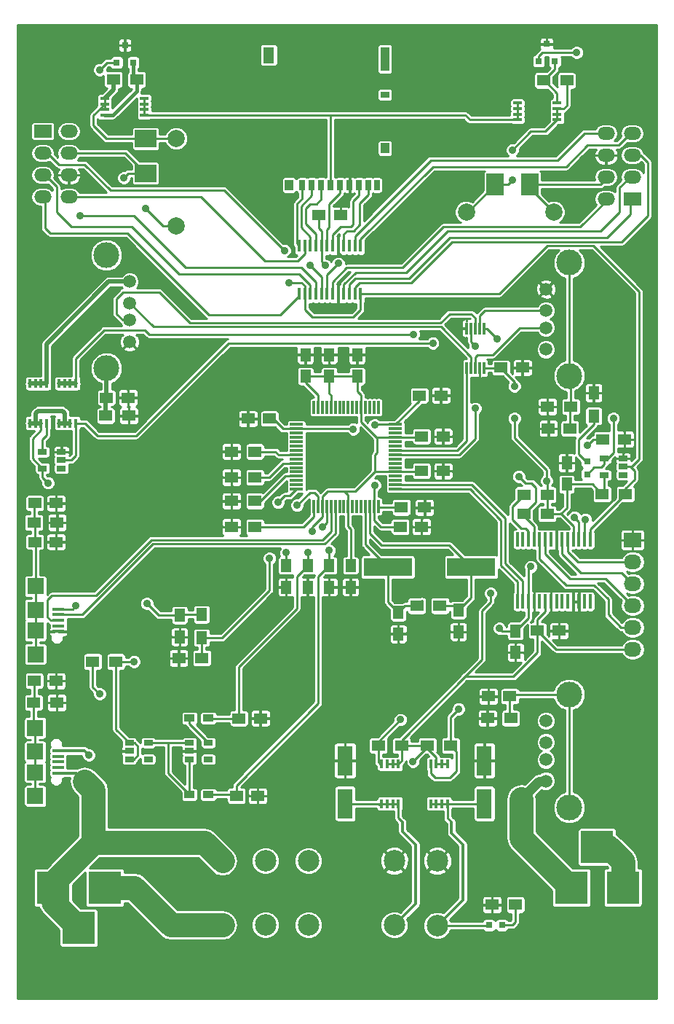
<source format=gtl>
G04 #@! TF.FileFunction,Copper,L1,Top,Signal*
%FSLAX46Y46*%
G04 Gerber Fmt 4.6, Leading zero omitted, Abs format (unit mm)*
G04 Created by KiCad (PCBNEW 4.0.2-stable) date Friday, 14 October 2016 'pmt' 13:51:35*
%MOMM*%
G01*
G04 APERTURE LIST*
%ADD10C,0.100000*%
%ADD11R,1.060000X0.650000*%
%ADD12R,1.500000X1.250000*%
%ADD13R,1.500000X1.300000*%
%ADD14R,1.021080X0.408940*%
%ADD15R,0.299720X1.450000*%
%ADD16R,0.419100X1.470660*%
%ADD17R,1.250000X1.500000*%
%ADD18R,0.408940X1.021080*%
%ADD19R,1.300000X1.500000*%
%ADD20C,2.500000*%
%ADD21R,0.406400X1.651000*%
%ADD22R,0.800100X0.800100*%
%ADD23R,1.300000X1.900000*%
%ADD24R,1.000000X2.800000*%
%ADD25R,0.700000X1.200000*%
%ADD26R,1.000000X1.200000*%
%ADD27R,0.650000X1.200000*%
%ADD28R,1.000000X0.800000*%
%ADD29C,2.999740*%
%ADD30C,1.501140*%
%ADD31O,2.000000X1.500000*%
%ADD32R,2.000000X1.500000*%
%ADD33R,3.800000X3.800000*%
%ADD34R,1.897380X1.897380*%
%ADD35R,1.348740X0.398780*%
%ADD36R,1.346200X0.398780*%
%ADD37R,1.200000X0.900000*%
%ADD38R,1.500000X0.300000*%
%ADD39R,0.300000X1.500000*%
%ADD40R,4.200000X4.200000*%
%ADD41R,5.600700X2.100580*%
%ADD42C,1.998980*%
%ADD43R,2.500000X2.000000*%
%ADD44R,2.000000X2.500000*%
%ADD45R,2.032000X1.727200*%
%ADD46O,2.032000X1.727200*%
%ADD47R,0.797560X0.797560*%
%ADD48R,1.800860X3.500120*%
%ADD49C,0.910000*%
%ADD50C,0.254000*%
%ADD51C,0.508000*%
%ADD52C,0.360000*%
%ADD53C,2.800000*%
%ADD54C,1.116000*%
%ADD55C,0.400000*%
G04 APERTURE END LIST*
D10*
D11*
X189149520Y-86320480D03*
X189149520Y-85370480D03*
X189149520Y-84420480D03*
X186949520Y-84420480D03*
X186949520Y-86320480D03*
D12*
X186799520Y-82195480D03*
X189299520Y-82195480D03*
D13*
X186699520Y-88545480D03*
X189399520Y-88545480D03*
D14*
X128835020Y-42570388D03*
X128835020Y-43220628D03*
X128835020Y-43870868D03*
X128835020Y-44521108D03*
X133437500Y-44521108D03*
X133437500Y-43870868D03*
X133437500Y-43220628D03*
X133437500Y-42570388D03*
D15*
X172950280Y-69299240D03*
X172449900Y-69299240D03*
X171949520Y-69299240D03*
X171449140Y-69299240D03*
X170948760Y-69299240D03*
X170948760Y-73901720D03*
X171449140Y-73901720D03*
X171949520Y-73901720D03*
X172449900Y-73901720D03*
X172950280Y-73901720D03*
D16*
X155354640Y-59711400D03*
X154704400Y-59711400D03*
X154054160Y-59711400D03*
X153403920Y-59711400D03*
X157295200Y-65304480D03*
X157305360Y-59711400D03*
X156655120Y-59711400D03*
X156004880Y-59711400D03*
X152753680Y-65309560D03*
X153403920Y-65309560D03*
X154054160Y-65309560D03*
X154704400Y-65309560D03*
X155354640Y-65309560D03*
X156004880Y-65309560D03*
X152753680Y-59711400D03*
X156655120Y-65304480D03*
X157955600Y-59711400D03*
X152103440Y-59711400D03*
X152103440Y-65309560D03*
X157955600Y-65309560D03*
X158603300Y-59711400D03*
X151455740Y-59711400D03*
X151455740Y-65309560D03*
X158603300Y-65309560D03*
D17*
X137559520Y-102630480D03*
X137559520Y-105130480D03*
X176619520Y-104440480D03*
X176619520Y-106940480D03*
D12*
X182949520Y-80925480D03*
X180449520Y-80925480D03*
X129050000Y-77350960D03*
X131550000Y-77350960D03*
X153779520Y-56160480D03*
X156279520Y-56160480D03*
X179179520Y-104420480D03*
X181679520Y-104420480D03*
D17*
X182575200Y-87406800D03*
X182575200Y-84906800D03*
D13*
X127449520Y-108000480D03*
X130149520Y-108000480D03*
D18*
X162989880Y-119899240D03*
X162339640Y-119899240D03*
X161689400Y-119899240D03*
X161039160Y-119899240D03*
X161039160Y-124501720D03*
X161689400Y-124501720D03*
X162339640Y-124501720D03*
X162989880Y-124501720D03*
X168704880Y-119899240D03*
X168054640Y-119899240D03*
X167404400Y-119899240D03*
X166754160Y-119899240D03*
X166754160Y-124501720D03*
X167404400Y-124501720D03*
X168054640Y-124501720D03*
X168704880Y-124501720D03*
D14*
X181460760Y-45070840D03*
X181460760Y-44420600D03*
X181460760Y-43770360D03*
X181460760Y-43120120D03*
X176858280Y-43120120D03*
X176858280Y-43770360D03*
X176858280Y-44420600D03*
X176858280Y-45070840D03*
D19*
X140099520Y-102530480D03*
X140099520Y-105230480D03*
D13*
X183049520Y-78385480D03*
X180349520Y-78385480D03*
X128950000Y-79450960D03*
X131650000Y-79450960D03*
X180299520Y-88600480D03*
X177599520Y-88600480D03*
X163364520Y-117755480D03*
X160664520Y-117755480D03*
X166379520Y-117755480D03*
X169079520Y-117755480D03*
D20*
X167529520Y-131150480D03*
X152529520Y-131150480D03*
X147529520Y-131150480D03*
X142529520Y-131150480D03*
X142529520Y-138600480D03*
X147529520Y-138600480D03*
X152529520Y-138600480D03*
X167519520Y-138660480D03*
X162529520Y-131150480D03*
X162529520Y-138600480D03*
D21*
X181389640Y-93836300D03*
X180739400Y-93836300D03*
X180089160Y-93836300D03*
X179438920Y-93836300D03*
X183340360Y-101034660D03*
X183340360Y-93836300D03*
X182690120Y-93836300D03*
X182039880Y-93836300D03*
X178788680Y-101034660D03*
X179438920Y-101034660D03*
X180089160Y-101034660D03*
X180739400Y-101034660D03*
X181389640Y-101034660D03*
X182039880Y-101034660D03*
X178788680Y-93836300D03*
X182690120Y-101034660D03*
X183990600Y-101034660D03*
X184638300Y-101034660D03*
X185288540Y-101034660D03*
X185288540Y-93836300D03*
X184638300Y-93836300D03*
X183990600Y-93836300D03*
X178138440Y-93836300D03*
X177490740Y-93836300D03*
X176840500Y-93836300D03*
X176840500Y-101034660D03*
X177490740Y-101034660D03*
X178138440Y-101034660D03*
D22*
X130249520Y-38401240D03*
X132149520Y-38401240D03*
X131199520Y-36402260D03*
X179300000Y-38250760D03*
X181200000Y-38250760D03*
X180250000Y-36251780D03*
D13*
X129849520Y-40400480D03*
X132549520Y-40400480D03*
X182600000Y-40500000D03*
X179900000Y-40500000D03*
D18*
X123524160Y-80301720D03*
X124174400Y-80301720D03*
X124824640Y-80301720D03*
X125474880Y-80301720D03*
X125474880Y-75699240D03*
X124824640Y-75699240D03*
X124174400Y-75699240D03*
X123524160Y-75699240D03*
X120124160Y-80301720D03*
X120774400Y-80301720D03*
X121424640Y-80301720D03*
X122074880Y-80301720D03*
X122074880Y-75699240D03*
X121424640Y-75699240D03*
X120774400Y-75699240D03*
X120124160Y-75699240D03*
D13*
X180299520Y-90850480D03*
X177599520Y-90850480D03*
D11*
X123799520Y-85550480D03*
X123799520Y-84600480D03*
X123799520Y-83650480D03*
X121599520Y-83650480D03*
X121599520Y-85550480D03*
D12*
X120670000Y-110236000D03*
X123170000Y-110236000D03*
X175964520Y-112040480D03*
X173464520Y-112040480D03*
D23*
X147929520Y-37555480D03*
D24*
X161429520Y-38005480D03*
D25*
X151829520Y-52655480D03*
X152929520Y-52655480D03*
X154029520Y-52655480D03*
X155129520Y-52655480D03*
X156229520Y-52655480D03*
X157329520Y-52655480D03*
X158429520Y-52655480D03*
X159529520Y-52655480D03*
D26*
X150279520Y-52655480D03*
D27*
X160479520Y-52655480D03*
D28*
X161429520Y-42155480D03*
D26*
X161429520Y-48355480D03*
D29*
X182865380Y-74796460D03*
X182865380Y-61654500D03*
D30*
X180155200Y-71725600D03*
X180155200Y-69226240D03*
X180155200Y-67224720D03*
X180155200Y-64725360D03*
D29*
X129029140Y-60779020D03*
X129029140Y-73920980D03*
D30*
X131739320Y-63849880D03*
X131739320Y-66349240D03*
X131739320Y-68350760D03*
X131739320Y-70850120D03*
D31*
X187164520Y-46635480D03*
X190204520Y-46635480D03*
D32*
X190204520Y-54255480D03*
D31*
X187164520Y-54255480D03*
X190204520Y-51715480D03*
X187164520Y-51715480D03*
X190204520Y-49175480D03*
X187164520Y-49175480D03*
X124670000Y-54010000D03*
X121630000Y-54010000D03*
D32*
X121630000Y-46390000D03*
D31*
X124670000Y-46390000D03*
X121630000Y-48930000D03*
X124670000Y-48930000D03*
X121630000Y-51470000D03*
X124670000Y-51470000D03*
D33*
X183119380Y-134265480D03*
X189118860Y-134265480D03*
X186119120Y-129566480D03*
D29*
X182865380Y-124961460D03*
X182865380Y-111819500D03*
D30*
X180155200Y-121890600D03*
X180155200Y-119391240D03*
X180155200Y-117389720D03*
X180155200Y-114890360D03*
D34*
X120739520Y-118461600D03*
X120739520Y-120859360D03*
X120739520Y-123610180D03*
X120739520Y-115710780D03*
D35*
X123414140Y-118360000D03*
D36*
X123414140Y-119012780D03*
X123414140Y-119660480D03*
X123414140Y-120308180D03*
X123414140Y-120960960D03*
D33*
X128844660Y-134265480D03*
X122845180Y-134265480D03*
X125844920Y-138964480D03*
D13*
X120570000Y-112776000D03*
X123270000Y-112776000D03*
X176064520Y-114580480D03*
X173364520Y-114580480D03*
D12*
X120699520Y-89600480D03*
X123199520Y-89600480D03*
X120699520Y-94100480D03*
X123199520Y-94100480D03*
D17*
X149949520Y-99350480D03*
X149949520Y-96850480D03*
X152449520Y-96850480D03*
X152449520Y-99350480D03*
D12*
X147999520Y-79770480D03*
X145499520Y-79770480D03*
X165699520Y-85850480D03*
X168199520Y-85850480D03*
D17*
X169989520Y-102036480D03*
X169989520Y-104536480D03*
X154949520Y-96850480D03*
X154949520Y-99350480D03*
D12*
X165699520Y-81850480D03*
X168199520Y-81850480D03*
D17*
X158199520Y-74850480D03*
X158199520Y-72350480D03*
D12*
X163199520Y-92350480D03*
X165699520Y-92350480D03*
D17*
X154949520Y-74850480D03*
X154949520Y-72350480D03*
D12*
X165449520Y-77100480D03*
X167949520Y-77100480D03*
D17*
X162989520Y-102286480D03*
X162989520Y-104786480D03*
X152199520Y-74850480D03*
X152199520Y-72350480D03*
D12*
X144149520Y-123600480D03*
X146649520Y-123600480D03*
D17*
X157449520Y-96850480D03*
X157449520Y-99350480D03*
D12*
X144449520Y-114600480D03*
X146949520Y-114600480D03*
D37*
X138689520Y-123470480D03*
X140889520Y-123470480D03*
X138689520Y-114580480D03*
X140889520Y-114580480D03*
D13*
X137449520Y-107600480D03*
X140149520Y-107600480D03*
X123299520Y-91850480D03*
X120599520Y-91850480D03*
X143599520Y-89350480D03*
X146299520Y-89350480D03*
X143599520Y-92350480D03*
X146299520Y-92350480D03*
X143599520Y-86600480D03*
X146299520Y-86600480D03*
X166049520Y-90100480D03*
X163349520Y-90100480D03*
X143599520Y-83600480D03*
X146299520Y-83600480D03*
X167839520Y-101536480D03*
X165139520Y-101536480D03*
D38*
X151159520Y-80465480D03*
X151159520Y-80965480D03*
X151159520Y-81465480D03*
X151159520Y-81965480D03*
X151159520Y-82465480D03*
X151159520Y-82965480D03*
X151159520Y-83465480D03*
X151159520Y-83965480D03*
X151159520Y-84465480D03*
X151159520Y-84965480D03*
X151159520Y-85465480D03*
X151159520Y-85965480D03*
X151159520Y-86465480D03*
X151159520Y-86965480D03*
X151159520Y-87465480D03*
X151159520Y-87965480D03*
D39*
X153159520Y-89965480D03*
X153659520Y-89965480D03*
X154159520Y-89965480D03*
X154659520Y-89965480D03*
X155159520Y-89965480D03*
X155659520Y-89965480D03*
X156159520Y-89965480D03*
X156659520Y-89965480D03*
X157159520Y-89965480D03*
X157659520Y-89965480D03*
X158159520Y-89965480D03*
X158659520Y-89965480D03*
X159159520Y-89965480D03*
X159659520Y-89965480D03*
X160159520Y-89965480D03*
X160659520Y-89965480D03*
D38*
X162659520Y-87965480D03*
X162659520Y-87465480D03*
X162659520Y-86965480D03*
X162659520Y-86465480D03*
X162659520Y-85965480D03*
X162659520Y-85465480D03*
X162659520Y-84965480D03*
X162659520Y-84465480D03*
X162659520Y-83965480D03*
X162659520Y-83465480D03*
X162659520Y-82965480D03*
X162659520Y-82465480D03*
X162659520Y-81965480D03*
X162659520Y-81465480D03*
X162659520Y-80965480D03*
X162659520Y-80465480D03*
D39*
X160659520Y-78465480D03*
X160159520Y-78465480D03*
X159659520Y-78465480D03*
X159159520Y-78465480D03*
X158659520Y-78465480D03*
X158159520Y-78465480D03*
X157659520Y-78465480D03*
X157159520Y-78465480D03*
X156659520Y-78465480D03*
X156159520Y-78465480D03*
X155659520Y-78465480D03*
X155159520Y-78465480D03*
X154659520Y-78465480D03*
X154159520Y-78465480D03*
X153659520Y-78465480D03*
X153159520Y-78465480D03*
D40*
X156909520Y-84215480D03*
D11*
X131704520Y-117440480D03*
X131704520Y-118390480D03*
X131704520Y-119340480D03*
X133904520Y-119340480D03*
X133904520Y-117440480D03*
X138689520Y-117440480D03*
X138689520Y-118390480D03*
X138689520Y-119340480D03*
X140889520Y-119340480D03*
X140889520Y-117440480D03*
D34*
X120799520Y-102001600D03*
X120799520Y-104399360D03*
X120799520Y-107150180D03*
X120799520Y-99250780D03*
D35*
X123474140Y-101900000D03*
D36*
X123474140Y-102552780D03*
X123474140Y-103200480D03*
X123474140Y-103848180D03*
X123474140Y-104500960D03*
D12*
X174924400Y-73863200D03*
X177424400Y-73863200D03*
D41*
X171472860Y-97028000D03*
X161775140Y-97028000D03*
D42*
X137160000Y-57404000D03*
X137160000Y-47244000D03*
D43*
X133604000Y-51276000D03*
X133604000Y-47276000D03*
D42*
X181051200Y-55778400D03*
X170891200Y-55778400D03*
D44*
X178276000Y-52578000D03*
X174276000Y-52578000D03*
D45*
X190246000Y-93878400D03*
D46*
X190246000Y-96418400D03*
X190246000Y-98958400D03*
X190246000Y-101498400D03*
X190246000Y-104038400D03*
X190246000Y-106578400D03*
D47*
X184962800Y-86245700D03*
X184962800Y-84747100D03*
X173545500Y-138633200D03*
X175044100Y-138633200D03*
D19*
X185724800Y-76780400D03*
X185724800Y-79480400D03*
D13*
X173910000Y-136245600D03*
X176610000Y-136245600D03*
D48*
X156800000Y-124499360D03*
X156800000Y-119500640D03*
X173000000Y-124499360D03*
X173000000Y-119500640D03*
D49*
X184861200Y-66141600D03*
X169750000Y-68500000D03*
X160680400Y-61163200D03*
X168148000Y-79756000D03*
X168148000Y-89408000D03*
X181750000Y-92000000D03*
X156000000Y-67000000D03*
X155778200Y-87299800D03*
X153720800Y-87579200D03*
X157556200Y-87249000D03*
X153517600Y-86207600D03*
X153339800Y-84226400D03*
X153500000Y-82250000D03*
X173736000Y-100076000D03*
X180250000Y-87000000D03*
X176500000Y-79750000D03*
X176500000Y-76000000D03*
X128250000Y-111750000D03*
X164699520Y-119600480D03*
X164750000Y-70000000D03*
X126000000Y-56250000D03*
X156000000Y-61750000D03*
X152750000Y-62000000D03*
X149750000Y-60250000D03*
X131064000Y-51816000D03*
X133604000Y-55372000D03*
X127000000Y-118872000D03*
X163250000Y-114750000D03*
X183500000Y-91250000D03*
X184750000Y-91500000D03*
X170000000Y-113500000D03*
X128250000Y-39250000D03*
X150250000Y-64000000D03*
X177000000Y-86500000D03*
X174500000Y-70500000D03*
X167000000Y-71000000D03*
X178409600Y-96977200D03*
X185013600Y-82854800D03*
X154500000Y-62000000D03*
X174752000Y-104140000D03*
X157750000Y-81000000D03*
X160250000Y-87500000D03*
X160250000Y-80500000D03*
X154949520Y-95100480D03*
X154199520Y-92350480D03*
X152449520Y-95350480D03*
X152949520Y-92850480D03*
X122250000Y-87250000D03*
X132250000Y-108000000D03*
X133750000Y-101250000D03*
X125500000Y-101500000D03*
X171949520Y-78600480D03*
X171949520Y-71350480D03*
X151199520Y-89850480D03*
X149949520Y-95350480D03*
X148000000Y-96000000D03*
X149000000Y-89500000D03*
X176276000Y-48564800D03*
X176276000Y-52070000D03*
X188000000Y-79750000D03*
X183750000Y-37250000D03*
D50*
X185724800Y-76780400D02*
X185724800Y-67005200D01*
X185724800Y-67005200D02*
X184861200Y-66141600D01*
X156004880Y-59711400D02*
X156004880Y-60500880D01*
X170549240Y-69299240D02*
X169750000Y-68500000D01*
X170549240Y-69299240D02*
X170948760Y-69299240D01*
X156667200Y-61163200D02*
X160680400Y-61163200D01*
X156004880Y-60500880D02*
X156667200Y-61163200D01*
X166049520Y-90100480D02*
X167455520Y-90100480D01*
X167949520Y-79557520D02*
X167949520Y-77100480D01*
X168148000Y-79756000D02*
X167949520Y-79557520D01*
X167455520Y-90100480D02*
X168148000Y-89408000D01*
D51*
X156909520Y-84215480D02*
X156909520Y-86168480D01*
X156909520Y-86168480D02*
X155778200Y-87299800D01*
X156909520Y-84215480D02*
X156909520Y-84390480D01*
X156909520Y-84390480D02*
X153720800Y-87579200D01*
X156909520Y-84215480D02*
X156909520Y-86602320D01*
X156909520Y-86602320D02*
X157556200Y-87249000D01*
X156909520Y-84215480D02*
X155509720Y-84215480D01*
X155509720Y-84215480D02*
X153517600Y-86207600D01*
X156909520Y-84215480D02*
X153350720Y-84215480D01*
X155465480Y-84215480D02*
X156909520Y-84215480D01*
D50*
X181389640Y-92360360D02*
X181750000Y-92000000D01*
X181389640Y-92360360D02*
X181389640Y-93836300D01*
X172449900Y-73901720D02*
X172449900Y-75199900D01*
X175635480Y-78385480D02*
X180349520Y-78385480D01*
X172449900Y-75199900D02*
X175635480Y-78385480D01*
X156004880Y-65309560D02*
X156004880Y-66995120D01*
X156004880Y-66995120D02*
X156000000Y-67000000D01*
D51*
X155465480Y-84215480D02*
X153500000Y-82250000D01*
D50*
X137559520Y-105130480D02*
X125380480Y-105130480D01*
X124750960Y-104500960D02*
X123474140Y-104500960D01*
X125380480Y-105130480D02*
X124750960Y-104500960D01*
X182575200Y-87406800D02*
X185560840Y-87406800D01*
X185560840Y-87406800D02*
X186699520Y-88545480D01*
X190246000Y-106578400D02*
X181337440Y-106578400D01*
X181337440Y-106578400D02*
X179179520Y-104420480D01*
X173736000Y-100076000D02*
X173736000Y-101092000D01*
X172720000Y-107780000D02*
X170750000Y-109750000D01*
X172720000Y-102108000D02*
X172720000Y-107780000D01*
X173736000Y-101092000D02*
X172720000Y-102108000D01*
X170750000Y-109750000D02*
X170750000Y-109666000D01*
X182575200Y-87406800D02*
X182575200Y-90170000D01*
X182575200Y-90170000D02*
X181894720Y-90850480D01*
X172950280Y-73901720D02*
X174885880Y-73901720D01*
X174885880Y-73901720D02*
X176500000Y-75515840D01*
X180250000Y-85750000D02*
X176500000Y-82000000D01*
X176500000Y-82000000D02*
X176500000Y-79750000D01*
X180250000Y-87000000D02*
X180250000Y-85750000D01*
X176500000Y-75515840D02*
X176500000Y-76000000D01*
X179179520Y-106960480D02*
X179179520Y-104420480D01*
X173736000Y-109750000D02*
X176390000Y-109750000D01*
X170750000Y-109750000D02*
X173736000Y-109750000D01*
X176390000Y-109750000D02*
X179179520Y-106960480D01*
X180089160Y-102210840D02*
X179179520Y-103120480D01*
X180089160Y-101034660D02*
X180089160Y-102210840D01*
X179179520Y-103120480D02*
X179179520Y-104420480D01*
X180299520Y-87049520D02*
X180299520Y-88600480D01*
X180250000Y-87000000D02*
X180299520Y-87049520D01*
X163364520Y-117755480D02*
X163364520Y-117135480D01*
X163364520Y-117135480D02*
X170750000Y-109750000D01*
X166379520Y-117755480D02*
X166379520Y-118129520D01*
X166379520Y-118129520D02*
X167404400Y-119154400D01*
X167404400Y-119154400D02*
X167404400Y-119899240D01*
X127449520Y-108000480D02*
X127449520Y-110949520D01*
X127449520Y-110949520D02*
X128250000Y-111750000D01*
X180299520Y-90850480D02*
X180299520Y-88600480D01*
X183340360Y-93836300D02*
X183340360Y-92241320D01*
X181949520Y-90850480D02*
X181894720Y-90850480D01*
X181894720Y-90850480D02*
X180299520Y-90850480D01*
X183340360Y-92241320D02*
X181949520Y-90850480D01*
X168054640Y-119899240D02*
X168704880Y-119899240D01*
X167404400Y-119899240D02*
X168054640Y-119899240D01*
X166379520Y-117755480D02*
X166379520Y-117780480D01*
X162339640Y-119899240D02*
X161689400Y-119899240D01*
X162989880Y-119899240D02*
X162339640Y-119899240D01*
X163364520Y-117755480D02*
X163364520Y-119524600D01*
X163364520Y-119524600D02*
X162989880Y-119899240D01*
X166379520Y-117755480D02*
X163364520Y-117755480D01*
X164699520Y-119600480D02*
X166379520Y-117920480D01*
X166379520Y-117920480D02*
X166379520Y-117755480D01*
X186949520Y-86320480D02*
X186949520Y-88295480D01*
X186949520Y-88295480D02*
X186699520Y-88545480D01*
X156800000Y-124499360D02*
X161036800Y-124499360D01*
X161036800Y-124499360D02*
X161039160Y-124501720D01*
X156800000Y-124499360D02*
X160699360Y-124499360D01*
X160699360Y-124499360D02*
X160800000Y-124600000D01*
D52*
X163464860Y-126645480D02*
X163464860Y-127714860D01*
X163464860Y-127714860D02*
X165000000Y-129250000D01*
X165000000Y-129250000D02*
X165000000Y-136130000D01*
X165000000Y-136130000D02*
X162529520Y-138600480D01*
D50*
X162989880Y-124501720D02*
X162989880Y-126170500D01*
X162989880Y-126170500D02*
X163464860Y-126645480D01*
X162339640Y-124501720D02*
X162989880Y-124501720D01*
X161689400Y-124501720D02*
X162339640Y-124501720D01*
X161039160Y-124501720D02*
X161689400Y-124501720D01*
X151829520Y-52655480D02*
X151829520Y-54220480D01*
X151199520Y-59455180D02*
X151455740Y-59711400D01*
X151199520Y-54850480D02*
X151199520Y-59455180D01*
X151829520Y-54220480D02*
X151199520Y-54850480D01*
X152929520Y-52655480D02*
X152929520Y-53870480D01*
X152753680Y-58654640D02*
X152753680Y-59711400D01*
X151699520Y-57600480D02*
X152753680Y-58654640D01*
X151699520Y-55100480D02*
X151699520Y-57600480D01*
X152929520Y-53870480D02*
X151699520Y-55100480D01*
X156229520Y-52655480D02*
X156229520Y-53570480D01*
X154704400Y-57845600D02*
X154704400Y-59711400D01*
X154949520Y-57600480D02*
X154704400Y-57845600D01*
X154949520Y-54850480D02*
X154949520Y-57600480D01*
X156229520Y-53570480D02*
X154949520Y-54850480D01*
X155354640Y-59711400D02*
X155354640Y-58395360D01*
X158429520Y-53820480D02*
X158429520Y-52655480D01*
X157750000Y-54500000D02*
X158429520Y-53820480D01*
X157750000Y-57250000D02*
X157750000Y-54500000D01*
X157500000Y-57500000D02*
X157750000Y-57250000D01*
X156250000Y-57500000D02*
X157500000Y-57500000D01*
X155354640Y-58395360D02*
X156250000Y-57500000D01*
X156655120Y-59711400D02*
X156655120Y-58344880D01*
X159529520Y-53720480D02*
X159529520Y-52655480D01*
X158500000Y-54750000D02*
X159529520Y-53720480D01*
X158500000Y-57250000D02*
X158500000Y-54750000D01*
X157795998Y-57954002D02*
X158500000Y-57250000D01*
X157045998Y-57954002D02*
X157795998Y-57954002D01*
X156655120Y-58344880D02*
X157045998Y-57954002D01*
X125474880Y-75699240D02*
X125474880Y-72775120D01*
X134000000Y-70000000D02*
X164750000Y-70000000D01*
X133500000Y-69500000D02*
X134000000Y-70000000D01*
X128750000Y-69500000D02*
X133500000Y-69500000D01*
X125474880Y-72775120D02*
X128750000Y-69500000D01*
D51*
X124824640Y-75699240D02*
X125474880Y-75699240D01*
X124174400Y-75699240D02*
X124824640Y-75699240D01*
X123524160Y-75699240D02*
X124174400Y-75699240D01*
D50*
X157955600Y-59711400D02*
X157955600Y-58544400D01*
X184614520Y-46635480D02*
X187414520Y-46635480D01*
X181500000Y-49750000D02*
X184614520Y-46635480D01*
X166750000Y-49750000D02*
X181500000Y-49750000D01*
X157955600Y-58544400D02*
X166750000Y-49750000D01*
X158603300Y-59711400D02*
X158603300Y-58896700D01*
X188590000Y-48000000D02*
X189954520Y-46635480D01*
X185000000Y-48000000D02*
X188590000Y-48000000D01*
X182500000Y-50500000D02*
X185000000Y-48000000D01*
X167000000Y-50500000D02*
X182500000Y-50500000D01*
X158603300Y-58896700D02*
X167000000Y-50500000D01*
X157295200Y-65304480D02*
X157295200Y-64204800D01*
X189954520Y-56045480D02*
X189954520Y-54255480D01*
X187250000Y-58750000D02*
X189954520Y-56045480D01*
X169000000Y-58750000D02*
X187250000Y-58750000D01*
X164250000Y-63500000D02*
X169000000Y-58750000D01*
X158000000Y-63500000D02*
X164250000Y-63500000D01*
X157295200Y-64204800D02*
X158000000Y-63500000D01*
X155354640Y-65309560D02*
X155354640Y-63895360D01*
X184170000Y-57500000D02*
X187414520Y-54255480D01*
X168250000Y-57500000D02*
X184170000Y-57500000D01*
X163500000Y-62250000D02*
X168250000Y-57500000D01*
X157000000Y-62250000D02*
X163500000Y-62250000D01*
X155354640Y-63895360D02*
X157000000Y-62250000D01*
X156655120Y-65304480D02*
X156655120Y-64202824D01*
X188750000Y-52920000D02*
X189954520Y-51715480D01*
X188750000Y-55750000D02*
X188750000Y-52920000D01*
X186500000Y-58000000D02*
X188750000Y-55750000D01*
X168750000Y-58000000D02*
X186500000Y-58000000D01*
X163946028Y-62803972D02*
X168750000Y-58000000D01*
X158053972Y-62803972D02*
X163946028Y-62803972D01*
X156655120Y-64202824D02*
X158053972Y-62803972D01*
X178276000Y-52578000D02*
X186552000Y-52578000D01*
X186552000Y-52578000D02*
X187414520Y-51715480D01*
X178276000Y-52578000D02*
X178276000Y-53003200D01*
X178276000Y-53003200D02*
X181051200Y-55778400D01*
X178276000Y-52578000D02*
X178276000Y-52800000D01*
X189954520Y-49175480D02*
X191175480Y-49175480D01*
X191175480Y-49175480D02*
X192000000Y-50000000D01*
X192000000Y-50000000D02*
X192000000Y-56250000D01*
X192000000Y-56250000D02*
X189000000Y-59250000D01*
X189000000Y-59250000D02*
X169250000Y-59250000D01*
X169250000Y-59250000D02*
X164500000Y-64000000D01*
X164500000Y-64000000D02*
X158500000Y-64000000D01*
X158500000Y-64000000D02*
X157955600Y-64544400D01*
X157955600Y-64544400D02*
X157955600Y-65309560D01*
X152103440Y-59711400D02*
X152103440Y-60646560D01*
X140010000Y-54010000D02*
X124420000Y-54010000D01*
X147500000Y-61500000D02*
X140010000Y-54010000D01*
X151250000Y-61500000D02*
X147500000Y-61500000D01*
X152103440Y-60646560D02*
X151250000Y-61500000D01*
X124460000Y-54050000D02*
X124420000Y-54010000D01*
X131500000Y-58250000D02*
X122500000Y-58250000D01*
X141000000Y-67750000D02*
X131500000Y-58250000D01*
X149250000Y-67750000D02*
X141000000Y-67750000D01*
X151455740Y-65544260D02*
X149250000Y-67750000D01*
X121880000Y-57630000D02*
X121880000Y-54010000D01*
X122500000Y-58250000D02*
X121880000Y-57630000D01*
X151455740Y-65309560D02*
X151455740Y-65544260D01*
X153403920Y-65309560D02*
X153403920Y-63903920D01*
X132250000Y-56250000D02*
X126000000Y-56250000D01*
X138250000Y-62250000D02*
X132250000Y-56250000D01*
X151750000Y-62250000D02*
X138250000Y-62250000D01*
X153403920Y-63903920D02*
X151750000Y-62250000D01*
X121880000Y-46390000D02*
X121460000Y-46390000D01*
X154704400Y-65309560D02*
X154704400Y-63045600D01*
X154704400Y-63045600D02*
X156000000Y-61750000D01*
X121880000Y-48930000D02*
X122180000Y-48930000D01*
X122180000Y-48930000D02*
X123500000Y-50250000D01*
X154054160Y-63304160D02*
X154054160Y-65309560D01*
X152750000Y-62000000D02*
X154054160Y-63304160D01*
X142750000Y-53250000D02*
X149750000Y-60250000D01*
X129500000Y-53250000D02*
X142750000Y-53250000D01*
X126500000Y-50250000D02*
X129500000Y-53250000D01*
X123500000Y-50250000D02*
X126500000Y-50250000D01*
X121880000Y-48930000D02*
X121880000Y-48980000D01*
X131604000Y-51276000D02*
X131064000Y-51816000D01*
X133604000Y-51276000D02*
X131604000Y-51276000D01*
X135636000Y-57404000D02*
X137160000Y-57404000D01*
X133604000Y-55372000D02*
X135636000Y-57404000D01*
X124420000Y-48930000D02*
X131258000Y-48930000D01*
X131258000Y-48930000D02*
X133604000Y-51276000D01*
X152753680Y-65309560D02*
X152753680Y-64253680D01*
X123250000Y-52840000D02*
X121880000Y-51470000D01*
X123250000Y-55750000D02*
X123250000Y-52840000D01*
X125000000Y-57500000D02*
X123250000Y-55750000D01*
X132000000Y-57500000D02*
X125000000Y-57500000D01*
X137500000Y-63000000D02*
X132000000Y-57500000D01*
X151500000Y-63000000D02*
X137500000Y-63000000D01*
X152753680Y-64253680D02*
X151500000Y-63000000D01*
D52*
X123414140Y-120960960D02*
X125532960Y-120960960D01*
X125532960Y-120960960D02*
X126492000Y-121920000D01*
D53*
X127508000Y-129032000D02*
X127508000Y-122936000D01*
X127508000Y-122936000D02*
X126492000Y-121920000D01*
X126492000Y-121920000D02*
X126492000Y-121920000D01*
X122845180Y-134265480D02*
X122845180Y-133694820D01*
X122845180Y-133694820D02*
X127508000Y-129032000D01*
X140411040Y-129032000D02*
X142529520Y-131150480D01*
X127508000Y-129032000D02*
X140411040Y-129032000D01*
X122845180Y-134265480D02*
X122845180Y-135964740D01*
X122845180Y-135964740D02*
X125844920Y-138964480D01*
D52*
X123414140Y-118360000D02*
X126488000Y-118360000D01*
X126488000Y-118360000D02*
X127000000Y-118872000D01*
D53*
X128844660Y-134265480D02*
X132233480Y-134265480D01*
X136568480Y-138600480D02*
X142529520Y-138600480D01*
X132233480Y-134265480D02*
X136568480Y-138600480D01*
D50*
X183990600Y-93836300D02*
X183990600Y-91740600D01*
X163250000Y-114750000D02*
X160664520Y-117335480D01*
X183990600Y-91740600D02*
X183500000Y-91250000D01*
X160664520Y-117335480D02*
X160664520Y-117755480D01*
X161039160Y-119899240D02*
X160899240Y-119899240D01*
X160899240Y-119899240D02*
X160664520Y-119664520D01*
X160664520Y-119664520D02*
X160664520Y-117755480D01*
X169079520Y-117755480D02*
X169079520Y-114420480D01*
X184638300Y-91611700D02*
X184638300Y-93836300D01*
X184750000Y-91500000D02*
X184638300Y-91611700D01*
X169079520Y-114420480D02*
X170000000Y-113500000D01*
X166754160Y-119899240D02*
X166754160Y-121004160D01*
X169750000Y-118425960D02*
X169079520Y-117755480D01*
X169750000Y-120750000D02*
X169750000Y-118425960D01*
X169000000Y-121500000D02*
X169750000Y-120750000D01*
X167250000Y-121500000D02*
X169000000Y-121500000D01*
X166754160Y-121004160D02*
X167250000Y-121500000D01*
X152103440Y-65309560D02*
X152103440Y-67103440D01*
X158603300Y-67146700D02*
X158603300Y-65309560D01*
X157750000Y-68000000D02*
X158603300Y-67146700D01*
X153000000Y-68000000D02*
X157750000Y-68000000D01*
X152103440Y-67103440D02*
X153000000Y-68000000D01*
X191000000Y-84500000D02*
X191000000Y-65000000D01*
X174750000Y-65250000D02*
X180295998Y-59704002D01*
X180295998Y-59704002D02*
X185704002Y-59704002D01*
X185704002Y-59704002D02*
X191000000Y-65000000D01*
X191000000Y-84500000D02*
X190049520Y-85450480D01*
X174750000Y-65250000D02*
X158662860Y-65250000D01*
X158662860Y-65250000D02*
X158603300Y-65309560D01*
X185288540Y-93836300D02*
X185288540Y-92656460D01*
X185288540Y-92656460D02*
X189399520Y-88545480D01*
X152103440Y-65309560D02*
X152103440Y-64353440D01*
X129098760Y-38401240D02*
X130249520Y-38401240D01*
X128250000Y-39250000D02*
X129098760Y-38401240D01*
X151750000Y-64000000D02*
X150250000Y-64000000D01*
X152103440Y-64353440D02*
X151750000Y-64000000D01*
X189399520Y-88545480D02*
X189399520Y-87900480D01*
X189399520Y-87900480D02*
X190449520Y-86850480D01*
X190449520Y-85850480D02*
X190049520Y-85450480D01*
X190449520Y-86850480D02*
X190449520Y-85850480D01*
X190049520Y-85450480D02*
X189969520Y-85370480D01*
X189969520Y-85370480D02*
X189149520Y-85370480D01*
X151159520Y-86465480D02*
X149834520Y-86465480D01*
X149834520Y-86465480D02*
X146949520Y-89350480D01*
X146949520Y-89350480D02*
X146299520Y-89350480D01*
X179000000Y-89450000D02*
X177599520Y-90850480D01*
X179000000Y-87750000D02*
X179000000Y-89450000D01*
X178500000Y-87250000D02*
X179000000Y-87750000D01*
X177750000Y-87250000D02*
X178500000Y-87250000D01*
X177000000Y-86500000D02*
X177750000Y-87250000D01*
X125474880Y-80301720D02*
X126551720Y-80301720D01*
X173299240Y-69299240D02*
X172950280Y-69299240D01*
X174500000Y-70500000D02*
X173299240Y-69299240D01*
X143250000Y-71000000D02*
X167000000Y-71000000D01*
X132500000Y-81750000D02*
X143250000Y-71000000D01*
X128000000Y-81750000D02*
X132500000Y-81750000D01*
X126551720Y-80301720D02*
X128000000Y-81750000D01*
X177599520Y-90850480D02*
X177599520Y-91099520D01*
X177599520Y-91099520D02*
X178788680Y-92288680D01*
X178788680Y-92288680D02*
X178788680Y-93836300D01*
X125474880Y-80301720D02*
X125474880Y-84075120D01*
X124949520Y-84600480D02*
X123799520Y-84600480D01*
X125474880Y-84075120D02*
X124949520Y-84600480D01*
X186799520Y-82195480D02*
X185672920Y-82195480D01*
X178138440Y-97248360D02*
X178138440Y-101034660D01*
X178409600Y-96977200D02*
X178138440Y-97248360D01*
X185672920Y-82195480D02*
X185013600Y-82854800D01*
X154054160Y-59711400D02*
X154054160Y-61554160D01*
X154054160Y-61554160D02*
X154500000Y-62000000D01*
X175052480Y-104440480D02*
X176619520Y-104440480D01*
X174752000Y-104140000D02*
X175052480Y-104440480D01*
X178138440Y-101034660D02*
X178138440Y-102921560D01*
X178138440Y-102921560D02*
X176619520Y-104440480D01*
X186799520Y-82195480D02*
X186104520Y-82195480D01*
X153779520Y-56160480D02*
X153779520Y-57680480D01*
X153779520Y-57680480D02*
X154054160Y-57955120D01*
X154054160Y-57955120D02*
X154054160Y-59711400D01*
X154029520Y-52655480D02*
X154029520Y-54270480D01*
X153403920Y-58304880D02*
X153403920Y-59711400D01*
X152199520Y-57100480D02*
X153403920Y-58304880D01*
X152199520Y-55350480D02*
X152199520Y-57100480D01*
X152699520Y-54850480D02*
X152199520Y-55350480D01*
X153449520Y-54850480D02*
X152699520Y-54850480D01*
X154029520Y-54270480D02*
X153449520Y-54850480D01*
X155129520Y-52655480D02*
X155129520Y-44521108D01*
X155250000Y-44500000D02*
X155250000Y-44521108D01*
X155150628Y-44500000D02*
X155250000Y-44500000D01*
X155129520Y-44521108D02*
X155150628Y-44500000D01*
X133437500Y-44521108D02*
X155250000Y-44521108D01*
X155250000Y-44521108D02*
X170771108Y-44521108D01*
X176858280Y-44420600D02*
X176858280Y-45070840D01*
X176858280Y-43770360D02*
X176858280Y-44420600D01*
X176858280Y-43120120D02*
X176858280Y-43770360D01*
X133437500Y-43220628D02*
X133437500Y-43870868D01*
X133437500Y-42570388D02*
X133437500Y-43220628D01*
X133437500Y-43870868D02*
X133437500Y-44521108D01*
X171320840Y-45070840D02*
X176858280Y-45070840D01*
X170771108Y-44521108D02*
X171320840Y-45070840D01*
D51*
X131739320Y-63849880D02*
X129300120Y-63849880D01*
X129300120Y-63849880D02*
X122074880Y-71075120D01*
X122074880Y-71075120D02*
X122074880Y-75699240D01*
X121424640Y-75699240D02*
X122074880Y-75699240D01*
X120774400Y-75699240D02*
X121424640Y-75699240D01*
X120124160Y-75699240D02*
X120774400Y-75699240D01*
D50*
X153699520Y-112850480D02*
X153699520Y-98100480D01*
X144149520Y-123600480D02*
X144149520Y-122400480D01*
X144149520Y-122400480D02*
X153699520Y-112850480D01*
X153699520Y-98100480D02*
X154949520Y-96850480D01*
X151159520Y-80965480D02*
X157715480Y-80965480D01*
X149564520Y-80965480D02*
X151159520Y-80965480D01*
X160159520Y-87590480D02*
X160159520Y-89965480D01*
X160250000Y-87500000D02*
X160159520Y-87590480D01*
X160284520Y-80465480D02*
X162659520Y-80465480D01*
X160250000Y-80500000D02*
X160284520Y-80465480D01*
X165449520Y-77100480D02*
X165449520Y-77675480D01*
X165449520Y-77675480D02*
X162659520Y-80465480D01*
X140889520Y-123470480D02*
X144019520Y-123470480D01*
X144019520Y-123470480D02*
X144149520Y-123600480D01*
X154949520Y-96850480D02*
X154949520Y-95100480D01*
X154659520Y-91890480D02*
X154659520Y-89965480D01*
X154199520Y-92350480D02*
X154659520Y-91890480D01*
X163199520Y-92350480D02*
X160949520Y-92350480D01*
X160949520Y-92350480D02*
X160159520Y-91560480D01*
X160159520Y-91560480D02*
X160159520Y-89965480D01*
X147999520Y-79770480D02*
X148369520Y-79770480D01*
X148369520Y-79770480D02*
X149564520Y-80965480D01*
X157449520Y-96850480D02*
X157449520Y-92600480D01*
X157449520Y-92600480D02*
X157159520Y-92310480D01*
X157159520Y-92310480D02*
X157159520Y-89965480D01*
X144449520Y-108600480D02*
X151199520Y-101850480D01*
X144449520Y-114600480D02*
X144449520Y-108600480D01*
X151199520Y-101850480D02*
X151199520Y-98100480D01*
X151199520Y-98100480D02*
X152449520Y-96850480D01*
X160500000Y-81965480D02*
X160500000Y-83750000D01*
X160284520Y-83965480D02*
X160284520Y-85965480D01*
X160500000Y-83750000D02*
X160284520Y-83965480D01*
X162659520Y-81965480D02*
X160500000Y-81965480D01*
X160500000Y-81965480D02*
X160465480Y-81965480D01*
X158659520Y-80159520D02*
X158659520Y-78465480D01*
X160465480Y-81965480D02*
X158659520Y-80159520D01*
X162659520Y-85965480D02*
X160284520Y-85965480D01*
X158000000Y-88250000D02*
X156750000Y-88250000D01*
X160284520Y-85965480D02*
X158000000Y-88250000D01*
X154159520Y-89965480D02*
X154159520Y-88840480D01*
X154159520Y-88840480D02*
X154750000Y-88250000D01*
X154750000Y-88250000D02*
X156750000Y-88250000D01*
X157159520Y-88659520D02*
X157159520Y-89965480D01*
X156750000Y-88250000D02*
X157159520Y-88659520D01*
X144449520Y-114600480D02*
X140909520Y-114600480D01*
X140909520Y-114600480D02*
X140889520Y-114580480D01*
X154159520Y-89965480D02*
X154159520Y-91140480D01*
X152449520Y-95350480D02*
X152449520Y-96850480D01*
X152949520Y-92350480D02*
X152949520Y-92850480D01*
X154159520Y-91140480D02*
X152949520Y-92350480D01*
X162659520Y-81965480D02*
X165584520Y-81965480D01*
X165584520Y-81965480D02*
X165699520Y-81850480D01*
X162659520Y-85965480D02*
X165584520Y-85965480D01*
X165584520Y-85965480D02*
X165699520Y-85850480D01*
X154949520Y-74850480D02*
X158199520Y-74850480D01*
X152199520Y-74850480D02*
X154949520Y-74850480D01*
X154949520Y-74850480D02*
X154949520Y-76850480D01*
X154949520Y-76850480D02*
X155159520Y-77060480D01*
X155159520Y-77060480D02*
X155159520Y-78465480D01*
X158199520Y-74850480D02*
X158199520Y-76600480D01*
X158659520Y-77060480D02*
X158659520Y-78465480D01*
X158199520Y-76600480D02*
X158659520Y-77060480D01*
X152199520Y-74850480D02*
X152199520Y-75600480D01*
X152199520Y-75600480D02*
X153659520Y-77060480D01*
X153659520Y-77060480D02*
X153659520Y-78465480D01*
X121599520Y-86599520D02*
X121599520Y-85550480D01*
X122250000Y-87250000D02*
X121599520Y-86599520D01*
X132249520Y-108000480D02*
X130149520Y-108000480D01*
X132250000Y-108000000D02*
X132249520Y-108000480D01*
X123474140Y-101900000D02*
X125100000Y-101900000D01*
X135130480Y-102630480D02*
X137559520Y-102630480D01*
X133750000Y-101250000D02*
X135130480Y-102630480D01*
X125100000Y-101900000D02*
X125500000Y-101500000D01*
X140099520Y-102530480D02*
X137659520Y-102530480D01*
X137659520Y-102530480D02*
X137559520Y-102630480D01*
X130149520Y-108000480D02*
X130149520Y-115885480D01*
X130149520Y-115885480D02*
X131704520Y-117440480D01*
X131704520Y-119340480D02*
X132209520Y-119340480D01*
X132209520Y-119340480D02*
X132699520Y-118850480D01*
X132699520Y-118850480D02*
X132699520Y-117850480D01*
X132699520Y-117850480D02*
X132289520Y-117440480D01*
X132289520Y-117440480D02*
X131704520Y-117440480D01*
X121424640Y-80301720D02*
X121424640Y-81125360D01*
X121424640Y-81125360D02*
X120449520Y-82100480D01*
X120449520Y-82100480D02*
X120449520Y-84400480D01*
X120449520Y-84400480D02*
X121599520Y-85550480D01*
D51*
X123950000Y-78900000D02*
X124174400Y-79124400D01*
X124174400Y-79124400D02*
X124174400Y-80301720D01*
X121050000Y-78900000D02*
X123950000Y-78900000D01*
X120774400Y-79175600D02*
X121050000Y-78900000D01*
X120774400Y-80301720D02*
X120774400Y-79175600D01*
X124174400Y-80301720D02*
X124816409Y-80301720D01*
X123524160Y-80301720D02*
X124174400Y-80301720D01*
X120774400Y-80301720D02*
X121416409Y-80301720D01*
X120124160Y-80301720D02*
X120774400Y-80301720D01*
D50*
X171472860Y-97028000D02*
X171472860Y-100553140D01*
X171472860Y-100553140D02*
X169989520Y-102036480D01*
X159659520Y-89965480D02*
X159659520Y-93111520D01*
X168932860Y-94488000D02*
X171472860Y-97028000D01*
X161036000Y-94488000D02*
X168932860Y-94488000D01*
X159659520Y-93111520D02*
X161036000Y-94488000D01*
X167839520Y-101536480D02*
X169489520Y-101536480D01*
X169489520Y-101536480D02*
X169989520Y-102036480D01*
X161775140Y-97028000D02*
X161775140Y-101072100D01*
X161775140Y-101072100D02*
X162989520Y-102286480D01*
X159159520Y-89965480D02*
X159159520Y-94412380D01*
X159159520Y-94412380D02*
X161775140Y-97028000D01*
X165739520Y-100936480D02*
X165139520Y-101536480D01*
X165139520Y-101536480D02*
X163739520Y-101536480D01*
X163739520Y-101536480D02*
X162989520Y-102286480D01*
X138689520Y-114580480D02*
X138689520Y-115240480D01*
X138689520Y-115240480D02*
X140889520Y-117440480D01*
X138689520Y-119340480D02*
X138689520Y-123470480D01*
X136199520Y-117440480D02*
X136199520Y-120980480D01*
X136199520Y-120980480D02*
X138689520Y-123470480D01*
X133904520Y-117440480D02*
X136199520Y-117440480D01*
X136199520Y-117440480D02*
X138689520Y-117440480D01*
X123474140Y-102552780D02*
X126247220Y-102552780D01*
X155659520Y-93140480D02*
X155659520Y-89965480D01*
X154449520Y-94350480D02*
X155659520Y-93140480D01*
X134449520Y-94350480D02*
X154449520Y-94350480D01*
X126247220Y-102552780D02*
X134449520Y-94350480D01*
X155159520Y-89965480D02*
X155159520Y-92890480D01*
X122549520Y-103200480D02*
X123474140Y-103200480D01*
X122199520Y-102850480D02*
X122549520Y-103200480D01*
X122199520Y-100850480D02*
X122199520Y-102850480D01*
X122699520Y-100350480D02*
X122199520Y-100850480D01*
X127807464Y-100350480D02*
X122699520Y-100350480D01*
X134307464Y-93850480D02*
X127807464Y-100350480D01*
X154199520Y-93850480D02*
X134307464Y-93850480D01*
X155159520Y-92890480D02*
X154199520Y-93850480D01*
X162659520Y-87965480D02*
X171314520Y-87965480D01*
X176840500Y-98741460D02*
X176840500Y-101034660D01*
X174949520Y-96850480D02*
X176840500Y-98741460D01*
X174949520Y-91600480D02*
X174949520Y-96850480D01*
X171314520Y-87965480D02*
X174949520Y-91600480D01*
X162659520Y-87465480D02*
X171564520Y-87465480D01*
X177490740Y-98641700D02*
X177490740Y-101034660D01*
X175449520Y-96600480D02*
X177490740Y-98641700D01*
X175449520Y-91350480D02*
X175449520Y-96600480D01*
X171564520Y-87465480D02*
X175449520Y-91350480D01*
X171949520Y-82100480D02*
X171949520Y-78600480D01*
X162659520Y-83965480D02*
X170084520Y-83965480D01*
X171449140Y-70850100D02*
X171449140Y-69299240D01*
X171949520Y-71350480D02*
X171449140Y-70850100D01*
X170084520Y-83965480D02*
X171949520Y-82100480D01*
X170948760Y-82351240D02*
X170948760Y-73901720D01*
X162659520Y-83465480D02*
X169834520Y-83465480D01*
X169834520Y-83465480D02*
X170948760Y-82351240D01*
X180155200Y-69226240D02*
X177073760Y-69226240D01*
X171949520Y-72600480D02*
X171949520Y-73901720D01*
X172199520Y-72350480D02*
X171949520Y-72600480D01*
X173949520Y-72350480D02*
X172199520Y-72350480D01*
X177073760Y-69226240D02*
X173949520Y-72350480D01*
X180155200Y-67224720D02*
X173075280Y-67224720D01*
X172449900Y-67850100D02*
X172449900Y-69299240D01*
X173075280Y-67224720D02*
X172449900Y-67850100D01*
X171449140Y-73901720D02*
X171449140Y-72600860D01*
X134490560Y-69100480D02*
X131739320Y-66349240D01*
X167948760Y-69100480D02*
X134490560Y-69100480D01*
X171449140Y-72600860D02*
X167948760Y-69100480D01*
X171949520Y-69299240D02*
X171949520Y-68100480D01*
X130949800Y-68350760D02*
X130199520Y-67600480D01*
X130199520Y-67600480D02*
X130199520Y-65850480D01*
X130199520Y-65850480D02*
X130949520Y-65100480D01*
X130949520Y-65100480D02*
X135199520Y-65100480D01*
X130949800Y-68350760D02*
X131739320Y-68350760D01*
X138745518Y-68646478D02*
X135199520Y-65100480D01*
X167903522Y-68646478D02*
X138745518Y-68646478D01*
X168949520Y-67600480D02*
X167903522Y-68646478D01*
X171449520Y-67600480D02*
X168949520Y-67600480D01*
X171949520Y-68100480D02*
X171449520Y-67600480D01*
X120599520Y-91850480D02*
X120599520Y-89700480D01*
X120599520Y-89700480D02*
X120699520Y-89600480D01*
X120699520Y-94100480D02*
X120699520Y-91950480D01*
X120699520Y-91950480D02*
X120599520Y-91850480D01*
X120799520Y-99250780D02*
X120799520Y-94200480D01*
X120799520Y-94200480D02*
X120699520Y-94100480D01*
X120799520Y-102001600D02*
X120799520Y-99250780D01*
X120799520Y-104399360D02*
X120799520Y-102001600D01*
X120799520Y-107150180D02*
X120799520Y-104399360D01*
X149949520Y-96850480D02*
X149949520Y-95350480D01*
X153659520Y-88810480D02*
X153659520Y-89965480D01*
X153199520Y-88350480D02*
X153659520Y-88810480D01*
X152699520Y-88350480D02*
X153199520Y-88350480D01*
X151199520Y-89850480D02*
X152699520Y-88350480D01*
X183049520Y-78385480D02*
X183049520Y-74980600D01*
X183049520Y-74980600D02*
X182865380Y-74796460D01*
X182865380Y-61654500D02*
X182865380Y-74796460D01*
X183049520Y-74980600D02*
X182865380Y-74796460D01*
X182949520Y-80925480D02*
X182949520Y-78485480D01*
X182949520Y-78485480D02*
X183049520Y-78385480D01*
D51*
X129029140Y-73920980D02*
X129029140Y-76793702D01*
D50*
X129029140Y-76793702D02*
X129050000Y-76814562D01*
X129050000Y-76814562D02*
X129050000Y-77350960D01*
D51*
X129079020Y-77321940D02*
X128950000Y-77450960D01*
X128950000Y-77450960D02*
X128950000Y-79450960D01*
D50*
X120570000Y-112776000D02*
X120570000Y-115541260D01*
X120570000Y-115541260D02*
X120739520Y-115710780D01*
X120670000Y-110236000D02*
X120670000Y-112676000D01*
X120670000Y-112676000D02*
X120570000Y-112776000D01*
X120739520Y-120859360D02*
X120739520Y-123610180D01*
X120739520Y-118461600D02*
X120739520Y-120859360D01*
X120739520Y-115710780D02*
X120739520Y-118461600D01*
X182865380Y-111819500D02*
X176185500Y-111819500D01*
X176185500Y-111819500D02*
X175964520Y-112040480D01*
X182865380Y-111819500D02*
X182865380Y-124961460D01*
X175964520Y-112040480D02*
X175964520Y-114480480D01*
X175964520Y-114480480D02*
X176064520Y-114580480D01*
X182690120Y-93836300D02*
X182690120Y-95212520D01*
X183896000Y-96418400D02*
X190246000Y-96418400D01*
X182690120Y-95212520D02*
X183896000Y-96418400D01*
D54*
X180155200Y-121890600D02*
X179353400Y-121890600D01*
D53*
X177292000Y-128524000D02*
X177292000Y-123952000D01*
X177292000Y-128524000D02*
X183033480Y-134265480D01*
D54*
X179353400Y-121890600D02*
X177292000Y-123952000D01*
D53*
X186119120Y-129566480D02*
X187478480Y-129566480D01*
X187478480Y-129566480D02*
X189118860Y-131206860D01*
X189118860Y-131206860D02*
X189118860Y-134265480D01*
D50*
X122074880Y-80301720D02*
X122074880Y-81725120D01*
X121599520Y-82200480D02*
X121599520Y-83650480D01*
X122074880Y-81725120D02*
X121599520Y-82200480D01*
X122074880Y-80301720D02*
X122074880Y-80607790D01*
D55*
X132149520Y-38401240D02*
X132149520Y-40000480D01*
X132149520Y-40000480D02*
X132549520Y-40400480D01*
X128835020Y-44521108D02*
X129745560Y-44521108D01*
X132549520Y-41717148D02*
X132549520Y-40400480D01*
X129745560Y-44521108D02*
X132549520Y-41717148D01*
D50*
X179900000Y-40500000D02*
X180000000Y-40500000D01*
X180000000Y-40500000D02*
X181460760Y-41960760D01*
X181460760Y-41960760D02*
X181460760Y-43120120D01*
X181200000Y-38250760D02*
X181200000Y-39200000D01*
X181200000Y-39200000D02*
X179900000Y-40500000D01*
X148000000Y-99750000D02*
X148000000Y-96000000D01*
X142519520Y-105230480D02*
X148000000Y-99750000D01*
X140099520Y-105230480D02*
X142519520Y-105230480D01*
X150375000Y-88750000D02*
X151159520Y-87965480D01*
X149750000Y-88750000D02*
X150375000Y-88750000D01*
X149000000Y-89500000D02*
X149750000Y-88750000D01*
X140099520Y-105230480D02*
X140099520Y-107550480D01*
X140099520Y-107550480D02*
X140149520Y-107600480D01*
X153159520Y-89965480D02*
X153159520Y-91140480D01*
X151949520Y-92350480D02*
X146299520Y-92350480D01*
X153159520Y-91140480D02*
X151949520Y-92350480D01*
X146299520Y-86600480D02*
X147949520Y-86600480D01*
X149584520Y-84965480D02*
X151159520Y-84965480D01*
X147949520Y-86600480D02*
X149584520Y-84965480D01*
X163349520Y-90100480D02*
X160794520Y-90100480D01*
X160794520Y-90100480D02*
X160659520Y-89965480D01*
X146299520Y-83600480D02*
X148699520Y-83600480D01*
X149064520Y-83965480D02*
X151159520Y-83965480D01*
X148699520Y-83600480D02*
X149064520Y-83965480D01*
X177250000Y-92500000D02*
X177750000Y-92500000D01*
X176250000Y-91500000D02*
X177250000Y-92500000D01*
X176250000Y-90000000D02*
X176250000Y-91500000D01*
X177599520Y-88650480D02*
X176250000Y-90000000D01*
X178138440Y-92888440D02*
X178138440Y-93836300D01*
X177750000Y-92500000D02*
X178138440Y-92888440D01*
X177599520Y-88600480D02*
X177599520Y-88650480D01*
X133604000Y-47276000D02*
X137128000Y-47276000D01*
X137128000Y-47276000D02*
X137160000Y-47244000D01*
X133604000Y-47276000D02*
X129064000Y-47276000D01*
X127508000Y-44547648D02*
X128835020Y-43220628D01*
X127508000Y-45720000D02*
X127508000Y-44547648D01*
X129064000Y-47276000D02*
X127508000Y-45720000D01*
D51*
X129849520Y-40400480D02*
X129849520Y-41555888D01*
X129849520Y-41555888D02*
X128835020Y-42570388D01*
D50*
X128835020Y-43870868D02*
X128835020Y-43220628D01*
X128835020Y-43220628D02*
X128835020Y-42570388D01*
X174276000Y-52578000D02*
X175768000Y-52578000D01*
X180100400Y-46431200D02*
X181460760Y-45070840D01*
X178409600Y-46431200D02*
X180100400Y-46431200D01*
X176276000Y-48564800D02*
X178409600Y-46431200D01*
X175768000Y-52578000D02*
X176276000Y-52070000D01*
X170891200Y-55778400D02*
X171075600Y-55778400D01*
X171075600Y-55778400D02*
X174276000Y-52578000D01*
X171196000Y-55880000D02*
X171196000Y-55658000D01*
X182600000Y-40500000D02*
X182600000Y-43400000D01*
X182229640Y-43770360D02*
X181460760Y-43770360D01*
X182600000Y-43400000D02*
X182229640Y-43770360D01*
X181460760Y-44420600D02*
X181460760Y-45070840D01*
X181460760Y-43770360D02*
X181460760Y-44420600D01*
X179438920Y-93836300D02*
X179438920Y-96076120D01*
X188874400Y-104038400D02*
X190246000Y-104038400D01*
X187401200Y-102565200D02*
X188874400Y-104038400D01*
X187401200Y-100787200D02*
X187401200Y-102565200D01*
X185775600Y-99161600D02*
X187401200Y-100787200D01*
X182524400Y-99161600D02*
X185775600Y-99161600D01*
X179438920Y-96076120D02*
X182524400Y-99161600D01*
X182039880Y-93836300D02*
X182039880Y-95527480D01*
X188976000Y-97688400D02*
X190246000Y-98958400D01*
X184200800Y-97688400D02*
X188976000Y-97688400D01*
X182039880Y-95527480D02*
X184200800Y-97688400D01*
X180089160Y-93836300D02*
X180089160Y-95507160D01*
X187096400Y-98348800D02*
X190246000Y-101498400D01*
X182930800Y-98348800D02*
X187096400Y-98348800D01*
X180089160Y-95507160D02*
X182930800Y-98348800D01*
X190246000Y-101498400D02*
X191008000Y-101498400D01*
X190246000Y-101498400D02*
X189585600Y-101498400D01*
X186949520Y-84420480D02*
X186949520Y-85084480D01*
X185762900Y-85445600D02*
X184962800Y-86245700D01*
X186588400Y-85445600D02*
X185762900Y-85445600D01*
X186949520Y-85084480D02*
X186588400Y-85445600D01*
X186949520Y-84420480D02*
X187329520Y-84420480D01*
X187329520Y-84420480D02*
X188000000Y-83750000D01*
X188000000Y-83750000D02*
X188000000Y-79750000D01*
X183750000Y-37250000D02*
X179750000Y-37250000D01*
X179750000Y-37250000D02*
X179300000Y-37700000D01*
X179300000Y-37700000D02*
X179300000Y-38250760D01*
X184962800Y-84747100D02*
X184823100Y-84747100D01*
X184823100Y-84747100D02*
X183997600Y-83921600D01*
X183997600Y-83921600D02*
X183997600Y-82194400D01*
X183997600Y-82194400D02*
X185724800Y-80467200D01*
X185724800Y-80467200D02*
X185724800Y-79480400D01*
X168704880Y-124501720D02*
X172997640Y-124501720D01*
X172997640Y-124501720D02*
X173000000Y-124499360D01*
X167519520Y-138660480D02*
X173518220Y-138660480D01*
X173518220Y-138660480D02*
X173545500Y-138633200D01*
X173572780Y-138660480D02*
X173647100Y-138734800D01*
D52*
X169179860Y-126645480D02*
X169179860Y-127929860D01*
X170500000Y-135680000D02*
X167519520Y-138660480D01*
X170500000Y-129250000D02*
X170500000Y-135680000D01*
X169179860Y-127929860D02*
X170500000Y-129250000D01*
D50*
X168704880Y-124501720D02*
X168704880Y-126170500D01*
X168704880Y-126170500D02*
X169179860Y-126645480D01*
X168054640Y-124501720D02*
X168704880Y-124501720D01*
X167404400Y-124501720D02*
X168054640Y-124501720D01*
X166754160Y-124501720D02*
X167404400Y-124501720D01*
X175044100Y-138633200D02*
X176225200Y-138633200D01*
X176610000Y-138248400D02*
X176610000Y-136245600D01*
X176225200Y-138633200D02*
X176610000Y-138248400D01*
G36*
X193072520Y-147144480D02*
X118655520Y-147144480D01*
X118655520Y-132365480D01*
X120556716Y-132365480D01*
X120556716Y-136165480D01*
X120583283Y-136306670D01*
X120666726Y-136436345D01*
X120794046Y-136523339D01*
X120945180Y-136553944D01*
X121181380Y-136553944D01*
X121199751Y-136646299D01*
X121585823Y-137224097D01*
X123556456Y-139194730D01*
X123556456Y-140864480D01*
X123583023Y-141005670D01*
X123666466Y-141135345D01*
X123793786Y-141222339D01*
X123944920Y-141252944D01*
X127744920Y-141252944D01*
X127886110Y-141226377D01*
X128015785Y-141142934D01*
X128102779Y-141015614D01*
X128133384Y-140864480D01*
X128133384Y-137064480D01*
X128106817Y-136923290D01*
X128023374Y-136793615D01*
X127896054Y-136706621D01*
X127744920Y-136676016D01*
X126075170Y-136676016D01*
X125133644Y-135734490D01*
X125133644Y-133925070D01*
X126556196Y-132502518D01*
X126556196Y-136165480D01*
X126582763Y-136306670D01*
X126666206Y-136436345D01*
X126793526Y-136523339D01*
X126944660Y-136553944D01*
X130744660Y-136553944D01*
X130885850Y-136527377D01*
X131015525Y-136443934D01*
X131102519Y-136316614D01*
X131133124Y-136165480D01*
X131133124Y-136046480D01*
X131495766Y-136046480D01*
X135309123Y-139859837D01*
X135886921Y-140245909D01*
X136568480Y-140381480D01*
X142529520Y-140381480D01*
X143211079Y-140245909D01*
X143788877Y-139859837D01*
X144174949Y-139282039D01*
X144246270Y-138923483D01*
X145898238Y-138923483D01*
X146146019Y-139523160D01*
X146604427Y-139982368D01*
X147203671Y-140231196D01*
X147852523Y-140231762D01*
X148452200Y-139983981D01*
X148911408Y-139525573D01*
X149160236Y-138926329D01*
X149160238Y-138923483D01*
X150898238Y-138923483D01*
X151146019Y-139523160D01*
X151604427Y-139982368D01*
X152203671Y-140231196D01*
X152852523Y-140231762D01*
X153452200Y-139983981D01*
X153911408Y-139525573D01*
X154160236Y-138926329D01*
X154160802Y-138277477D01*
X153913021Y-137677800D01*
X153454613Y-137218592D01*
X152855369Y-136969764D01*
X152206517Y-136969198D01*
X151606840Y-137216979D01*
X151147632Y-137675387D01*
X150898804Y-138274631D01*
X150898238Y-138923483D01*
X149160238Y-138923483D01*
X149160802Y-138277477D01*
X148913021Y-137677800D01*
X148454613Y-137218592D01*
X147855369Y-136969764D01*
X147206517Y-136969198D01*
X146606840Y-137216979D01*
X146147632Y-137675387D01*
X145898804Y-138274631D01*
X145898238Y-138923483D01*
X144246270Y-138923483D01*
X144310520Y-138600480D01*
X144174949Y-137918921D01*
X143788877Y-137341123D01*
X143211079Y-136955051D01*
X142529520Y-136819480D01*
X137306194Y-136819480D01*
X133492837Y-133006123D01*
X132915039Y-132620051D01*
X132233480Y-132484480D01*
X131133124Y-132484480D01*
X131133124Y-132365480D01*
X131106557Y-132224290D01*
X131023114Y-132094615D01*
X130895794Y-132007621D01*
X130744660Y-131977016D01*
X127081698Y-131977016D01*
X128245714Y-130813000D01*
X139673326Y-130813000D01*
X141270163Y-132409837D01*
X141847961Y-132795909D01*
X142529520Y-132931480D01*
X143211079Y-132795909D01*
X143788877Y-132409837D01*
X144174949Y-131832039D01*
X144246270Y-131473483D01*
X145898238Y-131473483D01*
X146146019Y-132073160D01*
X146604427Y-132532368D01*
X147203671Y-132781196D01*
X147852523Y-132781762D01*
X148452200Y-132533981D01*
X148911408Y-132075573D01*
X149160236Y-131476329D01*
X149160238Y-131473483D01*
X150898238Y-131473483D01*
X151146019Y-132073160D01*
X151604427Y-132532368D01*
X152203671Y-132781196D01*
X152852523Y-132781762D01*
X153452200Y-132533981D01*
X153686397Y-132300192D01*
X161412334Y-132300192D01*
X161543192Y-132547175D01*
X162152763Y-132818309D01*
X162819693Y-132835532D01*
X163442446Y-132596221D01*
X163515848Y-132547175D01*
X163646706Y-132300192D01*
X162529520Y-131183007D01*
X161412334Y-132300192D01*
X153686397Y-132300192D01*
X153911408Y-132075573D01*
X154160236Y-131476329D01*
X154160267Y-131440653D01*
X160844468Y-131440653D01*
X161083779Y-132063406D01*
X161132825Y-132136808D01*
X161379808Y-132267666D01*
X162496993Y-131150480D01*
X162562047Y-131150480D01*
X163679232Y-132267666D01*
X163926215Y-132136808D01*
X164197349Y-131527237D01*
X164214572Y-130860307D01*
X163975261Y-130237554D01*
X163926215Y-130164152D01*
X163679232Y-130033294D01*
X162562047Y-131150480D01*
X162496993Y-131150480D01*
X161379808Y-130033294D01*
X161132825Y-130164152D01*
X160861691Y-130773723D01*
X160844468Y-131440653D01*
X154160267Y-131440653D01*
X154160802Y-130827477D01*
X153913021Y-130227800D01*
X153686385Y-130000768D01*
X161412334Y-130000768D01*
X162529520Y-131117953D01*
X163646706Y-130000768D01*
X163515848Y-129753785D01*
X162906277Y-129482651D01*
X162239347Y-129465428D01*
X161616594Y-129704739D01*
X161543192Y-129753785D01*
X161412334Y-130000768D01*
X153686385Y-130000768D01*
X153454613Y-129768592D01*
X152855369Y-129519764D01*
X152206517Y-129519198D01*
X151606840Y-129766979D01*
X151147632Y-130225387D01*
X150898804Y-130824631D01*
X150898238Y-131473483D01*
X149160238Y-131473483D01*
X149160802Y-130827477D01*
X148913021Y-130227800D01*
X148454613Y-129768592D01*
X147855369Y-129519764D01*
X147206517Y-129519198D01*
X146606840Y-129766979D01*
X146147632Y-130225387D01*
X145898804Y-130824631D01*
X145898238Y-131473483D01*
X144246270Y-131473483D01*
X144310520Y-131150480D01*
X144174949Y-130468921D01*
X143788877Y-129891123D01*
X141670397Y-127772643D01*
X141092599Y-127386571D01*
X140411040Y-127251000D01*
X129289000Y-127251000D01*
X129289000Y-122936000D01*
X129153429Y-122254441D01*
X128767357Y-121676643D01*
X127751357Y-120660643D01*
X127173559Y-120274571D01*
X126492000Y-120139000D01*
X125810441Y-120274571D01*
X125602177Y-120413728D01*
X125532960Y-120399960D01*
X124475704Y-120399960D01*
X124475704Y-120108790D01*
X124451426Y-119979762D01*
X124475704Y-119859870D01*
X124475704Y-119461090D01*
X124451426Y-119332062D01*
X124475704Y-119212170D01*
X124475704Y-118921000D01*
X126163957Y-118921000D01*
X126163855Y-119037561D01*
X126290861Y-119344937D01*
X126525826Y-119580313D01*
X126832980Y-119707854D01*
X127165561Y-119708145D01*
X127472937Y-119581139D01*
X127708313Y-119346174D01*
X127835854Y-119039020D01*
X127836145Y-118706439D01*
X127709139Y-118399063D01*
X127474174Y-118163687D01*
X127167020Y-118036146D01*
X126957337Y-118035963D01*
X126884687Y-117963313D01*
X126702685Y-117841704D01*
X126488000Y-117799000D01*
X124221121Y-117799000D01*
X124088510Y-117772146D01*
X123966724Y-117772146D01*
X123969165Y-117766268D01*
X123969435Y-117456053D01*
X123850971Y-117169347D01*
X123631807Y-116949800D01*
X123345308Y-116830835D01*
X123035093Y-116830565D01*
X122748387Y-116949029D01*
X122528840Y-117168193D01*
X122409875Y-117454692D01*
X122409605Y-117764907D01*
X122462141Y-117892055D01*
X122381911Y-118009476D01*
X122351306Y-118160610D01*
X122351306Y-118559390D01*
X122376692Y-118694302D01*
X122352576Y-118813390D01*
X122352576Y-119212170D01*
X122376854Y-119341198D01*
X122352576Y-119461090D01*
X122352576Y-119859870D01*
X122376854Y-119988898D01*
X122352576Y-120108790D01*
X122352576Y-120507570D01*
X122377350Y-120639231D01*
X122352576Y-120761570D01*
X122352576Y-121160350D01*
X122379143Y-121301540D01*
X122461712Y-121429856D01*
X122409875Y-121554692D01*
X122409605Y-121864907D01*
X122528069Y-122151613D01*
X122747233Y-122371160D01*
X123033732Y-122490125D01*
X123343947Y-122490395D01*
X123630653Y-122371931D01*
X123850200Y-122152767D01*
X123969165Y-121866268D01*
X123969435Y-121556053D01*
X123966444Y-121548814D01*
X124087240Y-121548814D01*
X124228430Y-121522247D01*
X124228876Y-121521960D01*
X124790175Y-121521960D01*
X124711000Y-121920000D01*
X124846571Y-122601559D01*
X125232643Y-123179357D01*
X125727000Y-123673714D01*
X125727000Y-128294286D01*
X122044270Y-131977016D01*
X120945180Y-131977016D01*
X120803990Y-132003583D01*
X120674315Y-132087026D01*
X120587321Y-132214346D01*
X120556716Y-132365480D01*
X118655520Y-132365480D01*
X118655520Y-114762090D01*
X119402366Y-114762090D01*
X119402366Y-116659470D01*
X119428933Y-116800660D01*
X119512376Y-116930335D01*
X119639696Y-117017329D01*
X119790830Y-117047934D01*
X120231520Y-117047934D01*
X120231520Y-117124446D01*
X119790830Y-117124446D01*
X119649640Y-117151013D01*
X119519965Y-117234456D01*
X119432971Y-117361776D01*
X119402366Y-117512910D01*
X119402366Y-119410290D01*
X119428933Y-119551480D01*
X119499839Y-119661672D01*
X119432971Y-119759536D01*
X119402366Y-119910670D01*
X119402366Y-121808050D01*
X119428933Y-121949240D01*
X119512376Y-122078915D01*
X119639696Y-122165909D01*
X119790830Y-122196514D01*
X120231520Y-122196514D01*
X120231520Y-122273026D01*
X119790830Y-122273026D01*
X119649640Y-122299593D01*
X119519965Y-122383036D01*
X119432971Y-122510356D01*
X119402366Y-122661490D01*
X119402366Y-124558870D01*
X119428933Y-124700060D01*
X119512376Y-124829735D01*
X119639696Y-124916729D01*
X119790830Y-124947334D01*
X121688210Y-124947334D01*
X121829400Y-124920767D01*
X121959075Y-124837324D01*
X122046069Y-124710004D01*
X122076674Y-124558870D01*
X122076674Y-122661490D01*
X122050107Y-122520300D01*
X121966664Y-122390625D01*
X121839344Y-122303631D01*
X121688210Y-122273026D01*
X121247520Y-122273026D01*
X121247520Y-122196514D01*
X121688210Y-122196514D01*
X121829400Y-122169947D01*
X121959075Y-122086504D01*
X122046069Y-121959184D01*
X122076674Y-121808050D01*
X122076674Y-119910670D01*
X122050107Y-119769480D01*
X121979201Y-119659288D01*
X122046069Y-119561424D01*
X122076674Y-119410290D01*
X122076674Y-117512910D01*
X122050107Y-117371720D01*
X121966664Y-117242045D01*
X121839344Y-117155051D01*
X121688210Y-117124446D01*
X121247520Y-117124446D01*
X121247520Y-117047934D01*
X121688210Y-117047934D01*
X121829400Y-117021367D01*
X121959075Y-116937924D01*
X122046069Y-116810604D01*
X122076674Y-116659470D01*
X122076674Y-114762090D01*
X122050107Y-114620900D01*
X121966664Y-114491225D01*
X121839344Y-114404231D01*
X121688210Y-114373626D01*
X121078000Y-114373626D01*
X121078000Y-113814464D01*
X121320000Y-113814464D01*
X121461190Y-113787897D01*
X121590865Y-113704454D01*
X121677859Y-113577134D01*
X121708464Y-113426000D01*
X121708464Y-112905750D01*
X122093000Y-112905750D01*
X122093000Y-113510936D01*
X122158007Y-113667876D01*
X122278124Y-113787993D01*
X122435065Y-113853000D01*
X123140250Y-113853000D01*
X123247000Y-113746250D01*
X123247000Y-112799000D01*
X123293000Y-112799000D01*
X123293000Y-113746250D01*
X123399750Y-113853000D01*
X124104935Y-113853000D01*
X124261876Y-113787993D01*
X124381993Y-113667876D01*
X124447000Y-113510936D01*
X124447000Y-112905750D01*
X124340250Y-112799000D01*
X123293000Y-112799000D01*
X123247000Y-112799000D01*
X122199750Y-112799000D01*
X122093000Y-112905750D01*
X121708464Y-112905750D01*
X121708464Y-112126000D01*
X121692483Y-112041064D01*
X122093000Y-112041064D01*
X122093000Y-112646250D01*
X122199750Y-112753000D01*
X123247000Y-112753000D01*
X123247000Y-111805750D01*
X123293000Y-111805750D01*
X123293000Y-112753000D01*
X124340250Y-112753000D01*
X124447000Y-112646250D01*
X124447000Y-112041064D01*
X124381993Y-111884124D01*
X124261876Y-111764007D01*
X124104935Y-111699000D01*
X123399750Y-111699000D01*
X123293000Y-111805750D01*
X123247000Y-111805750D01*
X123140250Y-111699000D01*
X122435065Y-111699000D01*
X122278124Y-111764007D01*
X122158007Y-111884124D01*
X122093000Y-112041064D01*
X121692483Y-112041064D01*
X121681897Y-111984810D01*
X121598454Y-111855135D01*
X121471134Y-111768141D01*
X121320000Y-111737536D01*
X121178000Y-111737536D01*
X121178000Y-111249464D01*
X121420000Y-111249464D01*
X121561190Y-111222897D01*
X121690865Y-111139454D01*
X121777859Y-111012134D01*
X121808464Y-110861000D01*
X121808464Y-110365750D01*
X121993000Y-110365750D01*
X121993000Y-110945936D01*
X122058007Y-111102876D01*
X122178124Y-111222993D01*
X122335065Y-111288000D01*
X123040250Y-111288000D01*
X123147000Y-111181250D01*
X123147000Y-110259000D01*
X123193000Y-110259000D01*
X123193000Y-111181250D01*
X123299750Y-111288000D01*
X124004935Y-111288000D01*
X124161876Y-111222993D01*
X124281993Y-111102876D01*
X124347000Y-110945936D01*
X124347000Y-110365750D01*
X124240250Y-110259000D01*
X123193000Y-110259000D01*
X123147000Y-110259000D01*
X122099750Y-110259000D01*
X121993000Y-110365750D01*
X121808464Y-110365750D01*
X121808464Y-109611000D01*
X121792483Y-109526064D01*
X121993000Y-109526064D01*
X121993000Y-110106250D01*
X122099750Y-110213000D01*
X123147000Y-110213000D01*
X123147000Y-109290750D01*
X123193000Y-109290750D01*
X123193000Y-110213000D01*
X124240250Y-110213000D01*
X124347000Y-110106250D01*
X124347000Y-109526064D01*
X124281993Y-109369124D01*
X124161876Y-109249007D01*
X124004935Y-109184000D01*
X123299750Y-109184000D01*
X123193000Y-109290750D01*
X123147000Y-109290750D01*
X123040250Y-109184000D01*
X122335065Y-109184000D01*
X122178124Y-109249007D01*
X122058007Y-109369124D01*
X121993000Y-109526064D01*
X121792483Y-109526064D01*
X121781897Y-109469810D01*
X121698454Y-109340135D01*
X121571134Y-109253141D01*
X121420000Y-109222536D01*
X119920000Y-109222536D01*
X119778810Y-109249103D01*
X119649135Y-109332546D01*
X119562141Y-109459866D01*
X119531536Y-109611000D01*
X119531536Y-110861000D01*
X119558103Y-111002190D01*
X119641546Y-111131865D01*
X119768866Y-111218859D01*
X119920000Y-111249464D01*
X120162000Y-111249464D01*
X120162000Y-111737536D01*
X119820000Y-111737536D01*
X119678810Y-111764103D01*
X119549135Y-111847546D01*
X119462141Y-111974866D01*
X119431536Y-112126000D01*
X119431536Y-113426000D01*
X119458103Y-113567190D01*
X119541546Y-113696865D01*
X119668866Y-113783859D01*
X119820000Y-113814464D01*
X120062000Y-113814464D01*
X120062000Y-114373626D01*
X119790830Y-114373626D01*
X119649640Y-114400193D01*
X119519965Y-114483636D01*
X119432971Y-114610956D01*
X119402366Y-114762090D01*
X118655520Y-114762090D01*
X118655520Y-91200480D01*
X119461056Y-91200480D01*
X119461056Y-92500480D01*
X119487623Y-92641670D01*
X119571066Y-92771345D01*
X119698386Y-92858339D01*
X119849520Y-92888944D01*
X120191520Y-92888944D01*
X120191520Y-93087016D01*
X119949520Y-93087016D01*
X119808330Y-93113583D01*
X119678655Y-93197026D01*
X119591661Y-93324346D01*
X119561056Y-93475480D01*
X119561056Y-94725480D01*
X119587623Y-94866670D01*
X119671066Y-94996345D01*
X119798386Y-95083339D01*
X119949520Y-95113944D01*
X120291520Y-95113944D01*
X120291520Y-97913626D01*
X119850830Y-97913626D01*
X119709640Y-97940193D01*
X119579965Y-98023636D01*
X119492971Y-98150956D01*
X119462366Y-98302090D01*
X119462366Y-100199470D01*
X119488933Y-100340660D01*
X119572376Y-100470335D01*
X119699696Y-100557329D01*
X119850830Y-100587934D01*
X120291520Y-100587934D01*
X120291520Y-100664446D01*
X119850830Y-100664446D01*
X119709640Y-100691013D01*
X119579965Y-100774456D01*
X119492971Y-100901776D01*
X119462366Y-101052910D01*
X119462366Y-102950290D01*
X119488933Y-103091480D01*
X119559839Y-103201672D01*
X119492971Y-103299536D01*
X119462366Y-103450670D01*
X119462366Y-105348050D01*
X119488933Y-105489240D01*
X119572376Y-105618915D01*
X119699696Y-105705909D01*
X119850830Y-105736514D01*
X120291520Y-105736514D01*
X120291520Y-105813026D01*
X119850830Y-105813026D01*
X119709640Y-105839593D01*
X119579965Y-105923036D01*
X119492971Y-106050356D01*
X119462366Y-106201490D01*
X119462366Y-108098870D01*
X119488933Y-108240060D01*
X119572376Y-108369735D01*
X119699696Y-108456729D01*
X119850830Y-108487334D01*
X121748210Y-108487334D01*
X121889400Y-108460767D01*
X122019075Y-108377324D01*
X122106069Y-108250004D01*
X122136674Y-108098870D01*
X122136674Y-107350480D01*
X126311056Y-107350480D01*
X126311056Y-108650480D01*
X126337623Y-108791670D01*
X126421066Y-108921345D01*
X126548386Y-109008339D01*
X126699520Y-109038944D01*
X126941520Y-109038944D01*
X126941520Y-110949520D01*
X126980189Y-111143923D01*
X127090310Y-111308730D01*
X127414103Y-111632523D01*
X127413855Y-111915561D01*
X127540861Y-112222937D01*
X127775826Y-112458313D01*
X128082980Y-112585854D01*
X128415561Y-112586145D01*
X128722937Y-112459139D01*
X128958313Y-112224174D01*
X129085854Y-111917020D01*
X129086145Y-111584439D01*
X128959139Y-111277063D01*
X128724174Y-111041687D01*
X128417020Y-110914146D01*
X128132317Y-110913897D01*
X127957520Y-110739100D01*
X127957520Y-109038944D01*
X128199520Y-109038944D01*
X128340710Y-109012377D01*
X128470385Y-108928934D01*
X128557379Y-108801614D01*
X128587984Y-108650480D01*
X128587984Y-107350480D01*
X129011056Y-107350480D01*
X129011056Y-108650480D01*
X129037623Y-108791670D01*
X129121066Y-108921345D01*
X129248386Y-109008339D01*
X129399520Y-109038944D01*
X129641520Y-109038944D01*
X129641520Y-115885480D01*
X129680189Y-116079883D01*
X129790310Y-116244690D01*
X130786056Y-117240436D01*
X130786056Y-117765480D01*
X130801845Y-117849392D01*
X130747520Y-117980544D01*
X130747520Y-118260730D01*
X130854270Y-118367480D01*
X131681520Y-118367480D01*
X131681520Y-118347480D01*
X131727520Y-118347480D01*
X131727520Y-118367480D01*
X131747520Y-118367480D01*
X131747520Y-118413480D01*
X131727520Y-118413480D01*
X131727520Y-118433480D01*
X131681520Y-118433480D01*
X131681520Y-118413480D01*
X130854270Y-118413480D01*
X130747520Y-118520230D01*
X130747520Y-118800416D01*
X130802653Y-118933519D01*
X130786056Y-119015480D01*
X130786056Y-119665480D01*
X130812623Y-119806670D01*
X130896066Y-119936345D01*
X131023386Y-120023339D01*
X131174520Y-120053944D01*
X132234520Y-120053944D01*
X132375710Y-120027377D01*
X132505385Y-119943934D01*
X132592379Y-119816614D01*
X132622984Y-119665480D01*
X132622984Y-119645436D01*
X132986056Y-119282364D01*
X132986056Y-119665480D01*
X133012623Y-119806670D01*
X133096066Y-119936345D01*
X133223386Y-120023339D01*
X133374520Y-120053944D01*
X134434520Y-120053944D01*
X134575710Y-120027377D01*
X134705385Y-119943934D01*
X134792379Y-119816614D01*
X134822984Y-119665480D01*
X134822984Y-119015480D01*
X134796417Y-118874290D01*
X134712974Y-118744615D01*
X134585654Y-118657621D01*
X134434520Y-118627016D01*
X133374520Y-118627016D01*
X133233330Y-118653583D01*
X133207520Y-118670191D01*
X133207520Y-118112498D01*
X133223386Y-118123339D01*
X133374520Y-118153944D01*
X134434520Y-118153944D01*
X134575710Y-118127377D01*
X134705385Y-118043934D01*
X134770606Y-117948480D01*
X135691520Y-117948480D01*
X135691520Y-120980480D01*
X135730189Y-121174883D01*
X135840310Y-121339690D01*
X137701056Y-123200436D01*
X137701056Y-123920480D01*
X137727623Y-124061670D01*
X137811066Y-124191345D01*
X137938386Y-124278339D01*
X138089520Y-124308944D01*
X139289520Y-124308944D01*
X139430710Y-124282377D01*
X139560385Y-124198934D01*
X139647379Y-124071614D01*
X139677984Y-123920480D01*
X139677984Y-123020480D01*
X139651417Y-122879290D01*
X139567974Y-122749615D01*
X139440654Y-122662621D01*
X139289520Y-122632016D01*
X139197520Y-122632016D01*
X139197520Y-120053944D01*
X139219520Y-120053944D01*
X139360710Y-120027377D01*
X139490385Y-119943934D01*
X139577379Y-119816614D01*
X139607984Y-119665480D01*
X139607984Y-119015480D01*
X139971056Y-119015480D01*
X139971056Y-119665480D01*
X139997623Y-119806670D01*
X140081066Y-119936345D01*
X140208386Y-120023339D01*
X140359520Y-120053944D01*
X141419520Y-120053944D01*
X141560710Y-120027377D01*
X141690385Y-119943934D01*
X141777379Y-119816614D01*
X141807984Y-119665480D01*
X141807984Y-119015480D01*
X141781417Y-118874290D01*
X141697974Y-118744615D01*
X141570654Y-118657621D01*
X141419520Y-118627016D01*
X140359520Y-118627016D01*
X140218330Y-118653583D01*
X140088655Y-118737026D01*
X140001661Y-118864346D01*
X139971056Y-119015480D01*
X139607984Y-119015480D01*
X139592195Y-118931568D01*
X139646520Y-118800416D01*
X139646520Y-118520230D01*
X139539770Y-118413480D01*
X138712520Y-118413480D01*
X138712520Y-118433480D01*
X138666520Y-118433480D01*
X138666520Y-118413480D01*
X137839270Y-118413480D01*
X137732520Y-118520230D01*
X137732520Y-118800416D01*
X137787653Y-118933519D01*
X137771056Y-119015480D01*
X137771056Y-119665480D01*
X137797623Y-119806670D01*
X137881066Y-119936345D01*
X138008386Y-120023339D01*
X138159520Y-120053944D01*
X138181520Y-120053944D01*
X138181520Y-122244060D01*
X136707520Y-120770060D01*
X136707520Y-117948480D01*
X137745801Y-117948480D01*
X137732520Y-117980544D01*
X137732520Y-118260730D01*
X137839270Y-118367480D01*
X138666520Y-118367480D01*
X138666520Y-118347480D01*
X138712520Y-118347480D01*
X138712520Y-118367480D01*
X139539770Y-118367480D01*
X139646520Y-118260730D01*
X139646520Y-117980544D01*
X139591387Y-117847441D01*
X139607984Y-117765480D01*
X139607984Y-117115480D01*
X139581417Y-116974290D01*
X139497974Y-116844615D01*
X139370654Y-116757621D01*
X139219520Y-116727016D01*
X138159520Y-116727016D01*
X138018330Y-116753583D01*
X137888655Y-116837026D01*
X137823434Y-116932480D01*
X134769513Y-116932480D01*
X134712974Y-116844615D01*
X134585654Y-116757621D01*
X134434520Y-116727016D01*
X133374520Y-116727016D01*
X133233330Y-116753583D01*
X133103655Y-116837026D01*
X133016661Y-116964346D01*
X132986056Y-117115480D01*
X132986056Y-117418595D01*
X132648730Y-117081270D01*
X132611919Y-117056673D01*
X132596417Y-116974290D01*
X132512974Y-116844615D01*
X132385654Y-116757621D01*
X132234520Y-116727016D01*
X131709476Y-116727016D01*
X130657520Y-115675060D01*
X130657520Y-114130480D01*
X137701056Y-114130480D01*
X137701056Y-115030480D01*
X137727623Y-115171670D01*
X137811066Y-115301345D01*
X137938386Y-115388339D01*
X138089520Y-115418944D01*
X138217019Y-115418944D01*
X138220189Y-115434883D01*
X138330310Y-115599690D01*
X139971056Y-117240436D01*
X139971056Y-117765480D01*
X139997623Y-117906670D01*
X140081066Y-118036345D01*
X140208386Y-118123339D01*
X140359520Y-118153944D01*
X141419520Y-118153944D01*
X141560710Y-118127377D01*
X141690385Y-118043934D01*
X141777379Y-117916614D01*
X141807984Y-117765480D01*
X141807984Y-117115480D01*
X141781417Y-116974290D01*
X141697974Y-116844615D01*
X141570654Y-116757621D01*
X141419520Y-116727016D01*
X140894476Y-116727016D01*
X139509279Y-115341819D01*
X139560385Y-115308934D01*
X139647379Y-115181614D01*
X139677984Y-115030480D01*
X139677984Y-114130480D01*
X139651417Y-113989290D01*
X139567974Y-113859615D01*
X139440654Y-113772621D01*
X139289520Y-113742016D01*
X138089520Y-113742016D01*
X137948330Y-113768583D01*
X137818655Y-113852026D01*
X137731661Y-113979346D01*
X137701056Y-114130480D01*
X130657520Y-114130480D01*
X130657520Y-109038944D01*
X130899520Y-109038944D01*
X131040710Y-109012377D01*
X131170385Y-108928934D01*
X131257379Y-108801614D01*
X131287984Y-108650480D01*
X131287984Y-108508480D01*
X131576342Y-108508480D01*
X131775826Y-108708313D01*
X132082980Y-108835854D01*
X132415561Y-108836145D01*
X132722937Y-108709139D01*
X132958313Y-108474174D01*
X133085854Y-108167020D01*
X133086145Y-107834439D01*
X133043087Y-107730230D01*
X136272520Y-107730230D01*
X136272520Y-108335416D01*
X136337527Y-108492356D01*
X136457644Y-108612473D01*
X136614585Y-108677480D01*
X137319770Y-108677480D01*
X137426520Y-108570730D01*
X137426520Y-107623480D01*
X137472520Y-107623480D01*
X137472520Y-108570730D01*
X137579270Y-108677480D01*
X138284455Y-108677480D01*
X138441396Y-108612473D01*
X138561513Y-108492356D01*
X138626520Y-108335416D01*
X138626520Y-107730230D01*
X138519770Y-107623480D01*
X137472520Y-107623480D01*
X137426520Y-107623480D01*
X136379270Y-107623480D01*
X136272520Y-107730230D01*
X133043087Y-107730230D01*
X132959139Y-107527063D01*
X132724174Y-107291687D01*
X132417020Y-107164146D01*
X132084439Y-107163855D01*
X131777063Y-107290861D01*
X131575091Y-107492480D01*
X131287984Y-107492480D01*
X131287984Y-107350480D01*
X131261417Y-107209290D01*
X131177974Y-107079615D01*
X131050654Y-106992621D01*
X130899520Y-106962016D01*
X129399520Y-106962016D01*
X129258330Y-106988583D01*
X129128655Y-107072026D01*
X129041661Y-107199346D01*
X129011056Y-107350480D01*
X128587984Y-107350480D01*
X128561417Y-107209290D01*
X128477974Y-107079615D01*
X128350654Y-106992621D01*
X128199520Y-106962016D01*
X126699520Y-106962016D01*
X126558330Y-106988583D01*
X126428655Y-107072026D01*
X126341661Y-107199346D01*
X126311056Y-107350480D01*
X122136674Y-107350480D01*
X122136674Y-106865544D01*
X136272520Y-106865544D01*
X136272520Y-107470730D01*
X136379270Y-107577480D01*
X137426520Y-107577480D01*
X137426520Y-106630230D01*
X137472520Y-106630230D01*
X137472520Y-107577480D01*
X138519770Y-107577480D01*
X138626520Y-107470730D01*
X138626520Y-106950480D01*
X139011056Y-106950480D01*
X139011056Y-108250480D01*
X139037623Y-108391670D01*
X139121066Y-108521345D01*
X139248386Y-108608339D01*
X139399520Y-108638944D01*
X140899520Y-108638944D01*
X141040710Y-108612377D01*
X141170385Y-108528934D01*
X141257379Y-108401614D01*
X141287984Y-108250480D01*
X141287984Y-106950480D01*
X141261417Y-106809290D01*
X141177974Y-106679615D01*
X141050654Y-106592621D01*
X140899520Y-106562016D01*
X140607520Y-106562016D01*
X140607520Y-106368944D01*
X140749520Y-106368944D01*
X140890710Y-106342377D01*
X141020385Y-106258934D01*
X141107379Y-106131614D01*
X141137984Y-105980480D01*
X141137984Y-105738480D01*
X142519520Y-105738480D01*
X142713923Y-105699811D01*
X142878730Y-105589690D01*
X148359210Y-100109210D01*
X148469331Y-99944404D01*
X148508000Y-99750000D01*
X148508000Y-99480230D01*
X148897520Y-99480230D01*
X148897520Y-100185415D01*
X148962527Y-100342356D01*
X149082644Y-100462473D01*
X149239584Y-100527480D01*
X149819770Y-100527480D01*
X149926520Y-100420730D01*
X149926520Y-99373480D01*
X149004270Y-99373480D01*
X148897520Y-99480230D01*
X148508000Y-99480230D01*
X148508000Y-98515545D01*
X148897520Y-98515545D01*
X148897520Y-99220730D01*
X149004270Y-99327480D01*
X149926520Y-99327480D01*
X149926520Y-98280230D01*
X149819770Y-98173480D01*
X149239584Y-98173480D01*
X149082644Y-98238487D01*
X148962527Y-98358604D01*
X148897520Y-98515545D01*
X148508000Y-98515545D01*
X148508000Y-96674137D01*
X148708313Y-96474174D01*
X148835854Y-96167020D01*
X148836145Y-95834439D01*
X148709139Y-95527063D01*
X148474174Y-95291687D01*
X148167020Y-95164146D01*
X147834439Y-95163855D01*
X147527063Y-95290861D01*
X147291687Y-95525826D01*
X147164146Y-95832980D01*
X147163855Y-96165561D01*
X147290861Y-96472937D01*
X147492000Y-96674428D01*
X147492000Y-99539580D01*
X142309100Y-104722480D01*
X141137984Y-104722480D01*
X141137984Y-104480480D01*
X141111417Y-104339290D01*
X141027974Y-104209615D01*
X140900654Y-104122621D01*
X140749520Y-104092016D01*
X139449520Y-104092016D01*
X139308330Y-104118583D01*
X139178655Y-104202026D01*
X139091661Y-104329346D01*
X139061056Y-104480480D01*
X139061056Y-105980480D01*
X139087623Y-106121670D01*
X139171066Y-106251345D01*
X139298386Y-106338339D01*
X139449520Y-106368944D01*
X139591520Y-106368944D01*
X139591520Y-106562016D01*
X139399520Y-106562016D01*
X139258330Y-106588583D01*
X139128655Y-106672026D01*
X139041661Y-106799346D01*
X139011056Y-106950480D01*
X138626520Y-106950480D01*
X138626520Y-106865544D01*
X138561513Y-106708604D01*
X138441396Y-106588487D01*
X138284455Y-106523480D01*
X137579270Y-106523480D01*
X137472520Y-106630230D01*
X137426520Y-106630230D01*
X137319770Y-106523480D01*
X136614585Y-106523480D01*
X136457644Y-106588487D01*
X136337527Y-106708604D01*
X136272520Y-106865544D01*
X122136674Y-106865544D01*
X122136674Y-106201490D01*
X122110107Y-106060300D01*
X122026664Y-105930625D01*
X121899344Y-105843631D01*
X121748210Y-105813026D01*
X121307520Y-105813026D01*
X121307520Y-105736514D01*
X121748210Y-105736514D01*
X121889400Y-105709947D01*
X122019075Y-105626504D01*
X122106069Y-105499184D01*
X122136674Y-105348050D01*
X122136674Y-103506054D01*
X122190310Y-103559690D01*
X122355117Y-103669811D01*
X122412576Y-103681240D01*
X122412576Y-104047570D01*
X122422413Y-104099851D01*
X122374040Y-104216635D01*
X122374040Y-104371210D01*
X122480790Y-104477960D01*
X123077196Y-104477960D01*
X122965867Y-104523960D01*
X122480790Y-104523960D01*
X122374040Y-104630710D01*
X122374040Y-104785285D01*
X122439047Y-104942226D01*
X122505564Y-105008743D01*
X122469875Y-105094692D01*
X122469605Y-105404907D01*
X122588069Y-105691613D01*
X122807233Y-105911160D01*
X123093732Y-106030125D01*
X123403947Y-106030395D01*
X123690653Y-105911931D01*
X123910200Y-105692767D01*
X124029165Y-105406268D01*
X124029292Y-105260230D01*
X136507520Y-105260230D01*
X136507520Y-105965415D01*
X136572527Y-106122356D01*
X136692644Y-106242473D01*
X136849584Y-106307480D01*
X137429770Y-106307480D01*
X137536520Y-106200730D01*
X137536520Y-105153480D01*
X137582520Y-105153480D01*
X137582520Y-106200730D01*
X137689270Y-106307480D01*
X138269456Y-106307480D01*
X138426396Y-106242473D01*
X138546513Y-106122356D01*
X138611520Y-105965415D01*
X138611520Y-105260230D01*
X138504770Y-105153480D01*
X137582520Y-105153480D01*
X137536520Y-105153480D01*
X136614270Y-105153480D01*
X136507520Y-105260230D01*
X124029292Y-105260230D01*
X124029408Y-105127350D01*
X124232176Y-105127350D01*
X124389116Y-105062343D01*
X124509233Y-104942226D01*
X124574240Y-104785285D01*
X124574240Y-104630710D01*
X124467490Y-104523960D01*
X123533247Y-104523960D01*
X123422467Y-104477960D01*
X123451140Y-104477960D01*
X123451140Y-104457960D01*
X123497140Y-104457960D01*
X123497140Y-104477960D01*
X124467490Y-104477960D01*
X124574240Y-104371210D01*
X124574240Y-104295545D01*
X136507520Y-104295545D01*
X136507520Y-105000730D01*
X136614270Y-105107480D01*
X137536520Y-105107480D01*
X137536520Y-104060230D01*
X137582520Y-104060230D01*
X137582520Y-105107480D01*
X138504770Y-105107480D01*
X138611520Y-105000730D01*
X138611520Y-104295545D01*
X138546513Y-104138604D01*
X138426396Y-104018487D01*
X138269456Y-103953480D01*
X137689270Y-103953480D01*
X137582520Y-104060230D01*
X137536520Y-104060230D01*
X137429770Y-103953480D01*
X136849584Y-103953480D01*
X136692644Y-104018487D01*
X136572527Y-104138604D01*
X136507520Y-104295545D01*
X124574240Y-104295545D01*
X124574240Y-104216635D01*
X124525363Y-104098636D01*
X124535704Y-104047570D01*
X124535704Y-103648790D01*
X124511426Y-103519762D01*
X124535704Y-103399870D01*
X124535704Y-103060780D01*
X126247220Y-103060780D01*
X126441623Y-103022111D01*
X126606430Y-102911990D01*
X128102859Y-101415561D01*
X132913855Y-101415561D01*
X133040861Y-101722937D01*
X133275826Y-101958313D01*
X133582980Y-102085854D01*
X133867683Y-102086103D01*
X134771270Y-102989691D01*
X134936077Y-103099811D01*
X135130480Y-103138480D01*
X136546056Y-103138480D01*
X136546056Y-103380480D01*
X136572623Y-103521670D01*
X136656066Y-103651345D01*
X136783386Y-103738339D01*
X136934520Y-103768944D01*
X138184520Y-103768944D01*
X138325710Y-103742377D01*
X138455385Y-103658934D01*
X138542379Y-103531614D01*
X138572984Y-103380480D01*
X138572984Y-103038480D01*
X139061056Y-103038480D01*
X139061056Y-103280480D01*
X139087623Y-103421670D01*
X139171066Y-103551345D01*
X139298386Y-103638339D01*
X139449520Y-103668944D01*
X140749520Y-103668944D01*
X140890710Y-103642377D01*
X141020385Y-103558934D01*
X141107379Y-103431614D01*
X141137984Y-103280480D01*
X141137984Y-101780480D01*
X141111417Y-101639290D01*
X141027974Y-101509615D01*
X140900654Y-101422621D01*
X140749520Y-101392016D01*
X139449520Y-101392016D01*
X139308330Y-101418583D01*
X139178655Y-101502026D01*
X139091661Y-101629346D01*
X139061056Y-101780480D01*
X139061056Y-102022480D01*
X138572984Y-102022480D01*
X138572984Y-101880480D01*
X138546417Y-101739290D01*
X138462974Y-101609615D01*
X138335654Y-101522621D01*
X138184520Y-101492016D01*
X136934520Y-101492016D01*
X136793330Y-101518583D01*
X136663655Y-101602026D01*
X136576661Y-101729346D01*
X136546056Y-101880480D01*
X136546056Y-102122480D01*
X135340901Y-102122480D01*
X134585897Y-101367477D01*
X134586145Y-101084439D01*
X134459139Y-100777063D01*
X134224174Y-100541687D01*
X133917020Y-100414146D01*
X133584439Y-100413855D01*
X133277063Y-100540861D01*
X133041687Y-100775826D01*
X132914146Y-101082980D01*
X132913855Y-101415561D01*
X128102859Y-101415561D01*
X134659940Y-94858480D01*
X149259064Y-94858480D01*
X149241207Y-94876306D01*
X149113666Y-95183460D01*
X149113375Y-95516041D01*
X149203741Y-95734742D01*
X149183330Y-95738583D01*
X149053655Y-95822026D01*
X148966661Y-95949346D01*
X148936056Y-96100480D01*
X148936056Y-97600480D01*
X148962623Y-97741670D01*
X149046066Y-97871345D01*
X149173386Y-97958339D01*
X149324520Y-97988944D01*
X150574520Y-97988944D01*
X150715710Y-97962377D01*
X150719472Y-97959956D01*
X150691520Y-98100480D01*
X150691520Y-98186761D01*
X150659456Y-98173480D01*
X150079270Y-98173480D01*
X149972520Y-98280230D01*
X149972520Y-99327480D01*
X149992520Y-99327480D01*
X149992520Y-99373480D01*
X149972520Y-99373480D01*
X149972520Y-100420730D01*
X150079270Y-100527480D01*
X150659456Y-100527480D01*
X150691520Y-100514199D01*
X150691520Y-101640059D01*
X144090310Y-108241270D01*
X143980189Y-108406077D01*
X143941520Y-108600480D01*
X143941520Y-113587016D01*
X143699520Y-113587016D01*
X143558330Y-113613583D01*
X143428655Y-113697026D01*
X143341661Y-113824346D01*
X143311056Y-113975480D01*
X143311056Y-114092480D01*
X141870834Y-114092480D01*
X141851417Y-113989290D01*
X141767974Y-113859615D01*
X141640654Y-113772621D01*
X141489520Y-113742016D01*
X140289520Y-113742016D01*
X140148330Y-113768583D01*
X140018655Y-113852026D01*
X139931661Y-113979346D01*
X139901056Y-114130480D01*
X139901056Y-115030480D01*
X139927623Y-115171670D01*
X140011066Y-115301345D01*
X140138386Y-115388339D01*
X140289520Y-115418944D01*
X141489520Y-115418944D01*
X141630710Y-115392377D01*
X141760385Y-115308934D01*
X141847379Y-115181614D01*
X141862189Y-115108480D01*
X143311056Y-115108480D01*
X143311056Y-115225480D01*
X143337623Y-115366670D01*
X143421066Y-115496345D01*
X143548386Y-115583339D01*
X143699520Y-115613944D01*
X145199520Y-115613944D01*
X145340710Y-115587377D01*
X145470385Y-115503934D01*
X145557379Y-115376614D01*
X145587984Y-115225480D01*
X145587984Y-114730230D01*
X145772520Y-114730230D01*
X145772520Y-115310416D01*
X145837527Y-115467356D01*
X145957644Y-115587473D01*
X146114585Y-115652480D01*
X146819770Y-115652480D01*
X146926520Y-115545730D01*
X146926520Y-114623480D01*
X146972520Y-114623480D01*
X146972520Y-115545730D01*
X147079270Y-115652480D01*
X147784455Y-115652480D01*
X147941396Y-115587473D01*
X148061513Y-115467356D01*
X148126520Y-115310416D01*
X148126520Y-114730230D01*
X148019770Y-114623480D01*
X146972520Y-114623480D01*
X146926520Y-114623480D01*
X145879270Y-114623480D01*
X145772520Y-114730230D01*
X145587984Y-114730230D01*
X145587984Y-113975480D01*
X145572003Y-113890544D01*
X145772520Y-113890544D01*
X145772520Y-114470730D01*
X145879270Y-114577480D01*
X146926520Y-114577480D01*
X146926520Y-113655230D01*
X146972520Y-113655230D01*
X146972520Y-114577480D01*
X148019770Y-114577480D01*
X148126520Y-114470730D01*
X148126520Y-113890544D01*
X148061513Y-113733604D01*
X147941396Y-113613487D01*
X147784455Y-113548480D01*
X147079270Y-113548480D01*
X146972520Y-113655230D01*
X146926520Y-113655230D01*
X146819770Y-113548480D01*
X146114585Y-113548480D01*
X145957644Y-113613487D01*
X145837527Y-113733604D01*
X145772520Y-113890544D01*
X145572003Y-113890544D01*
X145561417Y-113834290D01*
X145477974Y-113704615D01*
X145350654Y-113617621D01*
X145199520Y-113587016D01*
X144957520Y-113587016D01*
X144957520Y-108810900D01*
X151558731Y-102209690D01*
X151668851Y-102044883D01*
X151707520Y-101850480D01*
X151707520Y-100514199D01*
X151739584Y-100527480D01*
X152319770Y-100527480D01*
X152426520Y-100420730D01*
X152426520Y-99373480D01*
X152406520Y-99373480D01*
X152406520Y-99327480D01*
X152426520Y-99327480D01*
X152426520Y-98280230D01*
X152319770Y-98173480D01*
X151844940Y-98173480D01*
X152029476Y-97988944D01*
X153074520Y-97988944D01*
X153215710Y-97962377D01*
X153219472Y-97959956D01*
X153191520Y-98100480D01*
X153191520Y-98186761D01*
X153159456Y-98173480D01*
X152579270Y-98173480D01*
X152472520Y-98280230D01*
X152472520Y-99327480D01*
X152492520Y-99327480D01*
X152492520Y-99373480D01*
X152472520Y-99373480D01*
X152472520Y-100420730D01*
X152579270Y-100527480D01*
X153159456Y-100527480D01*
X153191520Y-100514199D01*
X153191520Y-112640059D01*
X143790310Y-122041270D01*
X143680189Y-122206077D01*
X143641520Y-122400480D01*
X143641520Y-122587016D01*
X143399520Y-122587016D01*
X143258330Y-122613583D01*
X143128655Y-122697026D01*
X143041661Y-122824346D01*
X143013689Y-122962480D01*
X141867070Y-122962480D01*
X141851417Y-122879290D01*
X141767974Y-122749615D01*
X141640654Y-122662621D01*
X141489520Y-122632016D01*
X140289520Y-122632016D01*
X140148330Y-122658583D01*
X140018655Y-122742026D01*
X139931661Y-122869346D01*
X139901056Y-123020480D01*
X139901056Y-123920480D01*
X139927623Y-124061670D01*
X140011066Y-124191345D01*
X140138386Y-124278339D01*
X140289520Y-124308944D01*
X141489520Y-124308944D01*
X141630710Y-124282377D01*
X141760385Y-124198934D01*
X141847379Y-124071614D01*
X141866239Y-123978480D01*
X143011056Y-123978480D01*
X143011056Y-124225480D01*
X143037623Y-124366670D01*
X143121066Y-124496345D01*
X143248386Y-124583339D01*
X143399520Y-124613944D01*
X144899520Y-124613944D01*
X145040710Y-124587377D01*
X145170385Y-124503934D01*
X145257379Y-124376614D01*
X145287984Y-124225480D01*
X145287984Y-123730230D01*
X145472520Y-123730230D01*
X145472520Y-124310416D01*
X145537527Y-124467356D01*
X145657644Y-124587473D01*
X145814585Y-124652480D01*
X146519770Y-124652480D01*
X146626520Y-124545730D01*
X146626520Y-123623480D01*
X146672520Y-123623480D01*
X146672520Y-124545730D01*
X146779270Y-124652480D01*
X147484455Y-124652480D01*
X147641396Y-124587473D01*
X147761513Y-124467356D01*
X147826520Y-124310416D01*
X147826520Y-123730230D01*
X147719770Y-123623480D01*
X146672520Y-123623480D01*
X146626520Y-123623480D01*
X145579270Y-123623480D01*
X145472520Y-123730230D01*
X145287984Y-123730230D01*
X145287984Y-122975480D01*
X145272003Y-122890544D01*
X145472520Y-122890544D01*
X145472520Y-123470730D01*
X145579270Y-123577480D01*
X146626520Y-123577480D01*
X146626520Y-122655230D01*
X146672520Y-122655230D01*
X146672520Y-123577480D01*
X147719770Y-123577480D01*
X147826520Y-123470730D01*
X147826520Y-122890544D01*
X147768015Y-122749300D01*
X155511106Y-122749300D01*
X155511106Y-126249420D01*
X155537673Y-126390610D01*
X155621116Y-126520285D01*
X155748436Y-126607279D01*
X155899570Y-126637884D01*
X157700430Y-126637884D01*
X157841620Y-126611317D01*
X157971295Y-126527874D01*
X158058289Y-126400554D01*
X158088894Y-126249420D01*
X158088894Y-125007360D01*
X160446226Y-125007360D01*
X160446226Y-125012260D01*
X160472793Y-125153450D01*
X160556236Y-125283125D01*
X160683556Y-125370119D01*
X160834690Y-125400724D01*
X161243630Y-125400724D01*
X161368708Y-125377189D01*
X161484930Y-125400724D01*
X161893870Y-125400724D01*
X162018948Y-125377189D01*
X162135170Y-125400724D01*
X162481880Y-125400724D01*
X162481880Y-126170500D01*
X162520549Y-126364903D01*
X162630670Y-126529710D01*
X162903860Y-126802900D01*
X162903860Y-127714860D01*
X162946564Y-127929545D01*
X163068173Y-128111547D01*
X164439000Y-129482374D01*
X164439000Y-135897626D01*
X163216788Y-137119838D01*
X162855369Y-136969764D01*
X162206517Y-136969198D01*
X161606840Y-137216979D01*
X161147632Y-137675387D01*
X160898804Y-138274631D01*
X160898238Y-138923483D01*
X161146019Y-139523160D01*
X161604427Y-139982368D01*
X162203671Y-140231196D01*
X162852523Y-140231762D01*
X163452200Y-139983981D01*
X163911408Y-139525573D01*
X164136503Y-138983483D01*
X165888238Y-138983483D01*
X166136019Y-139583160D01*
X166594427Y-140042368D01*
X167193671Y-140291196D01*
X167842523Y-140291762D01*
X168442200Y-140043981D01*
X168901408Y-139585573D01*
X169074600Y-139168480D01*
X172783941Y-139168480D01*
X172784823Y-139173170D01*
X172868266Y-139302845D01*
X172995586Y-139389839D01*
X173146720Y-139420444D01*
X173944280Y-139420444D01*
X174085470Y-139393877D01*
X174215145Y-139310434D01*
X174295796Y-139192398D01*
X174366866Y-139302845D01*
X174494186Y-139389839D01*
X174645320Y-139420444D01*
X175442880Y-139420444D01*
X175584070Y-139393877D01*
X175713745Y-139310434D01*
X175800739Y-139183114D01*
X175809227Y-139141200D01*
X176225200Y-139141200D01*
X176419603Y-139102531D01*
X176584410Y-138992410D01*
X176969210Y-138607611D01*
X177079331Y-138442804D01*
X177085746Y-138410550D01*
X177118000Y-138248400D01*
X177118000Y-137284064D01*
X177360000Y-137284064D01*
X177501190Y-137257497D01*
X177630865Y-137174054D01*
X177717859Y-137046734D01*
X177748464Y-136895600D01*
X177748464Y-135595600D01*
X177721897Y-135454410D01*
X177638454Y-135324735D01*
X177511134Y-135237741D01*
X177360000Y-135207136D01*
X175860000Y-135207136D01*
X175718810Y-135233703D01*
X175589135Y-135317146D01*
X175502141Y-135444466D01*
X175471536Y-135595600D01*
X175471536Y-136895600D01*
X175498103Y-137036790D01*
X175581546Y-137166465D01*
X175708866Y-137253459D01*
X175860000Y-137284064D01*
X176102000Y-137284064D01*
X176102000Y-138037979D01*
X176014780Y-138125200D01*
X175810793Y-138125200D01*
X175804777Y-138093230D01*
X175721334Y-137963555D01*
X175594014Y-137876561D01*
X175442880Y-137845956D01*
X174645320Y-137845956D01*
X174504130Y-137872523D01*
X174374455Y-137955966D01*
X174293804Y-138074002D01*
X174222734Y-137963555D01*
X174095414Y-137876561D01*
X173944280Y-137845956D01*
X173146720Y-137845956D01*
X173005530Y-137872523D01*
X172875855Y-137955966D01*
X172788861Y-138083286D01*
X172774849Y-138152480D01*
X169074363Y-138152480D01*
X169000253Y-137973121D01*
X170598024Y-136375350D01*
X172733000Y-136375350D01*
X172733000Y-136980536D01*
X172798007Y-137137476D01*
X172918124Y-137257593D01*
X173075065Y-137322600D01*
X173780250Y-137322600D01*
X173887000Y-137215850D01*
X173887000Y-136268600D01*
X173933000Y-136268600D01*
X173933000Y-137215850D01*
X174039750Y-137322600D01*
X174744935Y-137322600D01*
X174901876Y-137257593D01*
X175021993Y-137137476D01*
X175087000Y-136980536D01*
X175087000Y-136375350D01*
X174980250Y-136268600D01*
X173933000Y-136268600D01*
X173887000Y-136268600D01*
X172839750Y-136268600D01*
X172733000Y-136375350D01*
X170598024Y-136375350D01*
X170896687Y-136076687D01*
X171018296Y-135894686D01*
X171061000Y-135680000D01*
X171061000Y-135510664D01*
X172733000Y-135510664D01*
X172733000Y-136115850D01*
X172839750Y-136222600D01*
X173887000Y-136222600D01*
X173887000Y-135275350D01*
X173933000Y-135275350D01*
X173933000Y-136222600D01*
X174980250Y-136222600D01*
X175087000Y-136115850D01*
X175087000Y-135510664D01*
X175021993Y-135353724D01*
X174901876Y-135233607D01*
X174744935Y-135168600D01*
X174039750Y-135168600D01*
X173933000Y-135275350D01*
X173887000Y-135275350D01*
X173780250Y-135168600D01*
X173075065Y-135168600D01*
X172918124Y-135233607D01*
X172798007Y-135353724D01*
X172733000Y-135510664D01*
X171061000Y-135510664D01*
X171061000Y-129250000D01*
X171018296Y-129035315D01*
X170896687Y-128853313D01*
X169740860Y-127697486D01*
X169740860Y-126645480D01*
X169698156Y-126430795D01*
X169576547Y-126248793D01*
X169394545Y-126127184D01*
X169376368Y-126123568D01*
X169212880Y-125960080D01*
X169212880Y-125242907D01*
X169267209Y-125163394D01*
X169297814Y-125012260D01*
X169297814Y-125009720D01*
X171711106Y-125009720D01*
X171711106Y-126249420D01*
X171737673Y-126390610D01*
X171821116Y-126520285D01*
X171948436Y-126607279D01*
X172099570Y-126637884D01*
X173900430Y-126637884D01*
X174041620Y-126611317D01*
X174171295Y-126527874D01*
X174258289Y-126400554D01*
X174288894Y-126249420D01*
X174288894Y-123952000D01*
X175511000Y-123952000D01*
X175511000Y-128524000D01*
X175646571Y-129205559D01*
X176032643Y-129783357D01*
X180830916Y-134581630D01*
X180830916Y-136165480D01*
X180857483Y-136306670D01*
X180940926Y-136436345D01*
X181068246Y-136523339D01*
X181219380Y-136553944D01*
X185019380Y-136553944D01*
X185160570Y-136527377D01*
X185290245Y-136443934D01*
X185377239Y-136316614D01*
X185407844Y-136165480D01*
X185407844Y-132365480D01*
X185381277Y-132224290D01*
X185297834Y-132094615D01*
X185170514Y-132007621D01*
X185019380Y-131977016D01*
X183263730Y-131977016D01*
X179073000Y-127786286D01*
X179073000Y-127666480D01*
X183830656Y-127666480D01*
X183830656Y-131466480D01*
X183857223Y-131607670D01*
X183940666Y-131737345D01*
X184067986Y-131824339D01*
X184219120Y-131854944D01*
X187248230Y-131854944D01*
X187337860Y-131944574D01*
X187337860Y-131977016D01*
X187218860Y-131977016D01*
X187077670Y-132003583D01*
X186947995Y-132087026D01*
X186861001Y-132214346D01*
X186830396Y-132365480D01*
X186830396Y-136165480D01*
X186856963Y-136306670D01*
X186940406Y-136436345D01*
X187067726Y-136523339D01*
X187218860Y-136553944D01*
X191018860Y-136553944D01*
X191160050Y-136527377D01*
X191289725Y-136443934D01*
X191376719Y-136316614D01*
X191407324Y-136165480D01*
X191407324Y-132365480D01*
X191380757Y-132224290D01*
X191297314Y-132094615D01*
X191169994Y-132007621D01*
X191018860Y-131977016D01*
X190899860Y-131977016D01*
X190899860Y-131206860D01*
X190764289Y-130525301D01*
X190378217Y-129947503D01*
X188737837Y-128307123D01*
X188407584Y-128086455D01*
X188407584Y-127666480D01*
X188381017Y-127525290D01*
X188297574Y-127395615D01*
X188170254Y-127308621D01*
X188019120Y-127278016D01*
X184219120Y-127278016D01*
X184077930Y-127304583D01*
X183948255Y-127388026D01*
X183861261Y-127515346D01*
X183830656Y-127666480D01*
X179073000Y-127666480D01*
X179073000Y-123952000D01*
X178997833Y-123574113D01*
X179661219Y-122910727D01*
X179929129Y-123021973D01*
X180379296Y-123022366D01*
X180795346Y-122850458D01*
X181113939Y-122532420D01*
X181286573Y-122116671D01*
X181286966Y-121666504D01*
X181115058Y-121250454D01*
X180797020Y-120931861D01*
X180381271Y-120759227D01*
X179931104Y-120758834D01*
X179515054Y-120930742D01*
X179494160Y-120951600D01*
X179353400Y-120951600D01*
X178994060Y-121023077D01*
X178689427Y-121226627D01*
X177669887Y-122246167D01*
X177292000Y-122171000D01*
X176610441Y-122306571D01*
X176032643Y-122692643D01*
X175646571Y-123270441D01*
X175511000Y-123952000D01*
X174288894Y-123952000D01*
X174288894Y-122749300D01*
X174262327Y-122608110D01*
X174178884Y-122478435D01*
X174051564Y-122391441D01*
X173900430Y-122360836D01*
X172099570Y-122360836D01*
X171958380Y-122387403D01*
X171828705Y-122470846D01*
X171741711Y-122598166D01*
X171711106Y-122749300D01*
X171711106Y-123993720D01*
X169297814Y-123993720D01*
X169297814Y-123991180D01*
X169271247Y-123849990D01*
X169187804Y-123720315D01*
X169060484Y-123633321D01*
X168909350Y-123602716D01*
X168500410Y-123602716D01*
X168375332Y-123626251D01*
X168259110Y-123602716D01*
X167850170Y-123602716D01*
X167725092Y-123626251D01*
X167608870Y-123602716D01*
X167199930Y-123602716D01*
X167074852Y-123626251D01*
X166958630Y-123602716D01*
X166549690Y-123602716D01*
X166408500Y-123629283D01*
X166278825Y-123712726D01*
X166191831Y-123840046D01*
X166161226Y-123991180D01*
X166161226Y-125012260D01*
X166187793Y-125153450D01*
X166271236Y-125283125D01*
X166398556Y-125370119D01*
X166549690Y-125400724D01*
X166958630Y-125400724D01*
X167083708Y-125377189D01*
X167199930Y-125400724D01*
X167608870Y-125400724D01*
X167733948Y-125377189D01*
X167850170Y-125400724D01*
X168196880Y-125400724D01*
X168196880Y-126170500D01*
X168235549Y-126364903D01*
X168345670Y-126529710D01*
X168618860Y-126802900D01*
X168618860Y-127929860D01*
X168661564Y-128144545D01*
X168783173Y-128326547D01*
X169939000Y-129482374D01*
X169939000Y-135447626D01*
X168206788Y-137179838D01*
X167845369Y-137029764D01*
X167196517Y-137029198D01*
X166596840Y-137276979D01*
X166137632Y-137735387D01*
X165888804Y-138334631D01*
X165888238Y-138983483D01*
X164136503Y-138983483D01*
X164160236Y-138926329D01*
X164160802Y-138277477D01*
X164010253Y-137913121D01*
X165396687Y-136526687D01*
X165518296Y-136344686D01*
X165561000Y-136130000D01*
X165561000Y-132300192D01*
X166412334Y-132300192D01*
X166543192Y-132547175D01*
X167152763Y-132818309D01*
X167819693Y-132835532D01*
X168442446Y-132596221D01*
X168515848Y-132547175D01*
X168646706Y-132300192D01*
X167529520Y-131183007D01*
X166412334Y-132300192D01*
X165561000Y-132300192D01*
X165561000Y-131440653D01*
X165844468Y-131440653D01*
X166083779Y-132063406D01*
X166132825Y-132136808D01*
X166379808Y-132267666D01*
X167496993Y-131150480D01*
X167562047Y-131150480D01*
X168679232Y-132267666D01*
X168926215Y-132136808D01*
X169197349Y-131527237D01*
X169214572Y-130860307D01*
X168975261Y-130237554D01*
X168926215Y-130164152D01*
X168679232Y-130033294D01*
X167562047Y-131150480D01*
X167496993Y-131150480D01*
X166379808Y-130033294D01*
X166132825Y-130164152D01*
X165861691Y-130773723D01*
X165844468Y-131440653D01*
X165561000Y-131440653D01*
X165561000Y-130000768D01*
X166412334Y-130000768D01*
X167529520Y-131117953D01*
X168646706Y-130000768D01*
X168515848Y-129753785D01*
X167906277Y-129482651D01*
X167239347Y-129465428D01*
X166616594Y-129704739D01*
X166543192Y-129753785D01*
X166412334Y-130000768D01*
X165561000Y-130000768D01*
X165561000Y-129250000D01*
X165518296Y-129035315D01*
X165396687Y-128853313D01*
X164025860Y-127482486D01*
X164025860Y-126645480D01*
X163983156Y-126430795D01*
X163861547Y-126248793D01*
X163679545Y-126127184D01*
X163661368Y-126123568D01*
X163497880Y-125960080D01*
X163497880Y-125242907D01*
X163552209Y-125163394D01*
X163582814Y-125012260D01*
X163582814Y-123991180D01*
X163556247Y-123849990D01*
X163472804Y-123720315D01*
X163345484Y-123633321D01*
X163194350Y-123602716D01*
X162785410Y-123602716D01*
X162660332Y-123626251D01*
X162544110Y-123602716D01*
X162135170Y-123602716D01*
X162010092Y-123626251D01*
X161893870Y-123602716D01*
X161484930Y-123602716D01*
X161359852Y-123626251D01*
X161243630Y-123602716D01*
X160834690Y-123602716D01*
X160693500Y-123629283D01*
X160563825Y-123712726D01*
X160476831Y-123840046D01*
X160446226Y-123991180D01*
X160446226Y-123991360D01*
X158088894Y-123991360D01*
X158088894Y-122749300D01*
X158062327Y-122608110D01*
X157978884Y-122478435D01*
X157851564Y-122391441D01*
X157700430Y-122360836D01*
X155899570Y-122360836D01*
X155758380Y-122387403D01*
X155628705Y-122470846D01*
X155541711Y-122598166D01*
X155511106Y-122749300D01*
X147768015Y-122749300D01*
X147761513Y-122733604D01*
X147641396Y-122613487D01*
X147484455Y-122548480D01*
X146779270Y-122548480D01*
X146672520Y-122655230D01*
X146626520Y-122655230D01*
X146519770Y-122548480D01*
X145814585Y-122548480D01*
X145657644Y-122613487D01*
X145537527Y-122733604D01*
X145472520Y-122890544D01*
X145272003Y-122890544D01*
X145261417Y-122834290D01*
X145177974Y-122704615D01*
X145050654Y-122617621D01*
X144899520Y-122587016D01*
X144681404Y-122587016D01*
X147638030Y-119630390D01*
X155472570Y-119630390D01*
X155472570Y-121335635D01*
X155537577Y-121492576D01*
X155657694Y-121612693D01*
X155814634Y-121677700D01*
X156670250Y-121677700D01*
X156777000Y-121570950D01*
X156777000Y-119523640D01*
X156823000Y-119523640D01*
X156823000Y-121570950D01*
X156929750Y-121677700D01*
X157785366Y-121677700D01*
X157942306Y-121612693D01*
X158062423Y-121492576D01*
X158127430Y-121335635D01*
X158127430Y-119630390D01*
X158020680Y-119523640D01*
X156823000Y-119523640D01*
X156777000Y-119523640D01*
X155579320Y-119523640D01*
X155472570Y-119630390D01*
X147638030Y-119630390D01*
X149602775Y-117665645D01*
X155472570Y-117665645D01*
X155472570Y-119370890D01*
X155579320Y-119477640D01*
X156777000Y-119477640D01*
X156777000Y-117430330D01*
X156823000Y-117430330D01*
X156823000Y-119477640D01*
X158020680Y-119477640D01*
X158127430Y-119370890D01*
X158127430Y-117665645D01*
X158062423Y-117508704D01*
X157942306Y-117388587D01*
X157785366Y-117323580D01*
X156929750Y-117323580D01*
X156823000Y-117430330D01*
X156777000Y-117430330D01*
X156670250Y-117323580D01*
X155814634Y-117323580D01*
X155657694Y-117388587D01*
X155537577Y-117508704D01*
X155472570Y-117665645D01*
X149602775Y-117665645D01*
X154058731Y-113209690D01*
X154168851Y-113044883D01*
X154207520Y-112850480D01*
X154207520Y-104916230D01*
X161937520Y-104916230D01*
X161937520Y-105621415D01*
X162002527Y-105778356D01*
X162122644Y-105898473D01*
X162279584Y-105963480D01*
X162859770Y-105963480D01*
X162966520Y-105856730D01*
X162966520Y-104809480D01*
X163012520Y-104809480D01*
X163012520Y-105856730D01*
X163119270Y-105963480D01*
X163699456Y-105963480D01*
X163856396Y-105898473D01*
X163976513Y-105778356D01*
X164041520Y-105621415D01*
X164041520Y-104916230D01*
X163934770Y-104809480D01*
X163012520Y-104809480D01*
X162966520Y-104809480D01*
X162044270Y-104809480D01*
X161937520Y-104916230D01*
X154207520Y-104916230D01*
X154207520Y-103951545D01*
X161937520Y-103951545D01*
X161937520Y-104656730D01*
X162044270Y-104763480D01*
X162966520Y-104763480D01*
X162966520Y-103716230D01*
X163012520Y-103716230D01*
X163012520Y-104763480D01*
X163934770Y-104763480D01*
X164032020Y-104666230D01*
X168937520Y-104666230D01*
X168937520Y-105371415D01*
X169002527Y-105528356D01*
X169122644Y-105648473D01*
X169279584Y-105713480D01*
X169859770Y-105713480D01*
X169966520Y-105606730D01*
X169966520Y-104559480D01*
X170012520Y-104559480D01*
X170012520Y-105606730D01*
X170119270Y-105713480D01*
X170699456Y-105713480D01*
X170856396Y-105648473D01*
X170976513Y-105528356D01*
X171041520Y-105371415D01*
X171041520Y-104666230D01*
X170934770Y-104559480D01*
X170012520Y-104559480D01*
X169966520Y-104559480D01*
X169044270Y-104559480D01*
X168937520Y-104666230D01*
X164032020Y-104666230D01*
X164041520Y-104656730D01*
X164041520Y-103951545D01*
X163976513Y-103794604D01*
X163883454Y-103701545D01*
X168937520Y-103701545D01*
X168937520Y-104406730D01*
X169044270Y-104513480D01*
X169966520Y-104513480D01*
X169966520Y-103466230D01*
X170012520Y-103466230D01*
X170012520Y-104513480D01*
X170934770Y-104513480D01*
X171041520Y-104406730D01*
X171041520Y-103701545D01*
X170976513Y-103544604D01*
X170856396Y-103424487D01*
X170699456Y-103359480D01*
X170119270Y-103359480D01*
X170012520Y-103466230D01*
X169966520Y-103466230D01*
X169859770Y-103359480D01*
X169279584Y-103359480D01*
X169122644Y-103424487D01*
X169002527Y-103544604D01*
X168937520Y-103701545D01*
X163883454Y-103701545D01*
X163856396Y-103674487D01*
X163699456Y-103609480D01*
X163119270Y-103609480D01*
X163012520Y-103716230D01*
X162966520Y-103716230D01*
X162859770Y-103609480D01*
X162279584Y-103609480D01*
X162122644Y-103674487D01*
X162002527Y-103794604D01*
X161937520Y-103951545D01*
X154207520Y-103951545D01*
X154207520Y-100514199D01*
X154239584Y-100527480D01*
X154819770Y-100527480D01*
X154926520Y-100420730D01*
X154926520Y-99373480D01*
X154972520Y-99373480D01*
X154972520Y-100420730D01*
X155079270Y-100527480D01*
X155659456Y-100527480D01*
X155816396Y-100462473D01*
X155936513Y-100342356D01*
X156001520Y-100185415D01*
X156001520Y-99480230D01*
X156397520Y-99480230D01*
X156397520Y-100185415D01*
X156462527Y-100342356D01*
X156582644Y-100462473D01*
X156739584Y-100527480D01*
X157319770Y-100527480D01*
X157426520Y-100420730D01*
X157426520Y-99373480D01*
X157472520Y-99373480D01*
X157472520Y-100420730D01*
X157579270Y-100527480D01*
X158159456Y-100527480D01*
X158316396Y-100462473D01*
X158436513Y-100342356D01*
X158501520Y-100185415D01*
X158501520Y-99480230D01*
X158394770Y-99373480D01*
X157472520Y-99373480D01*
X157426520Y-99373480D01*
X156504270Y-99373480D01*
X156397520Y-99480230D01*
X156001520Y-99480230D01*
X155894770Y-99373480D01*
X154972520Y-99373480D01*
X154926520Y-99373480D01*
X154906520Y-99373480D01*
X154906520Y-99327480D01*
X154926520Y-99327480D01*
X154926520Y-98280230D01*
X154972520Y-98280230D01*
X154972520Y-99327480D01*
X155894770Y-99327480D01*
X156001520Y-99220730D01*
X156001520Y-98515545D01*
X156397520Y-98515545D01*
X156397520Y-99220730D01*
X156504270Y-99327480D01*
X157426520Y-99327480D01*
X157426520Y-98280230D01*
X157472520Y-98280230D01*
X157472520Y-99327480D01*
X158394770Y-99327480D01*
X158501520Y-99220730D01*
X158501520Y-98515545D01*
X158436513Y-98358604D01*
X158316396Y-98238487D01*
X158159456Y-98173480D01*
X157579270Y-98173480D01*
X157472520Y-98280230D01*
X157426520Y-98280230D01*
X157319770Y-98173480D01*
X156739584Y-98173480D01*
X156582644Y-98238487D01*
X156462527Y-98358604D01*
X156397520Y-98515545D01*
X156001520Y-98515545D01*
X155936513Y-98358604D01*
X155816396Y-98238487D01*
X155659456Y-98173480D01*
X155079270Y-98173480D01*
X154972520Y-98280230D01*
X154926520Y-98280230D01*
X154819770Y-98173480D01*
X154344940Y-98173480D01*
X154529476Y-97988944D01*
X155574520Y-97988944D01*
X155715710Y-97962377D01*
X155845385Y-97878934D01*
X155932379Y-97751614D01*
X155962984Y-97600480D01*
X155962984Y-96100480D01*
X155936417Y-95959290D01*
X155852974Y-95829615D01*
X155725654Y-95742621D01*
X155574520Y-95712016D01*
X155520231Y-95712016D01*
X155657833Y-95574654D01*
X155785374Y-95267500D01*
X155785665Y-94934919D01*
X155658659Y-94627543D01*
X155423694Y-94392167D01*
X155213523Y-94304897D01*
X156018730Y-93499691D01*
X156128851Y-93334884D01*
X156141489Y-93271345D01*
X156167520Y-93140480D01*
X156167520Y-91103944D01*
X156309520Y-91103944D01*
X156413190Y-91084437D01*
X156509520Y-91103944D01*
X156651520Y-91103944D01*
X156651520Y-92310480D01*
X156690189Y-92504883D01*
X156800310Y-92669690D01*
X156941520Y-92810900D01*
X156941520Y-95712016D01*
X156824520Y-95712016D01*
X156683330Y-95738583D01*
X156553655Y-95822026D01*
X156466661Y-95949346D01*
X156436056Y-96100480D01*
X156436056Y-97600480D01*
X156462623Y-97741670D01*
X156546066Y-97871345D01*
X156673386Y-97958339D01*
X156824520Y-97988944D01*
X158074520Y-97988944D01*
X158215710Y-97962377D01*
X158345385Y-97878934D01*
X158432379Y-97751614D01*
X158462984Y-97600480D01*
X158462984Y-96100480D01*
X158436417Y-95959290D01*
X158352974Y-95829615D01*
X158225654Y-95742621D01*
X158074520Y-95712016D01*
X157957520Y-95712016D01*
X157957520Y-92600480D01*
X157918851Y-92406077D01*
X157808730Y-92241270D01*
X157667520Y-92100060D01*
X157667520Y-91103944D01*
X157809520Y-91103944D01*
X157913190Y-91084437D01*
X158009520Y-91103944D01*
X158309520Y-91103944D01*
X158413190Y-91084437D01*
X158509520Y-91103944D01*
X158651520Y-91103944D01*
X158651520Y-94412380D01*
X158690189Y-94606783D01*
X158800310Y-94771590D01*
X159617966Y-95589246D01*
X158974790Y-95589246D01*
X158833600Y-95615813D01*
X158703925Y-95699256D01*
X158616931Y-95826576D01*
X158586326Y-95977710D01*
X158586326Y-98078290D01*
X158612893Y-98219480D01*
X158696336Y-98349155D01*
X158823656Y-98436149D01*
X158974790Y-98466754D01*
X161267140Y-98466754D01*
X161267140Y-101072100D01*
X161305809Y-101266503D01*
X161415930Y-101431310D01*
X161976056Y-101991436D01*
X161976056Y-103036480D01*
X162002623Y-103177670D01*
X162086066Y-103307345D01*
X162213386Y-103394339D01*
X162364520Y-103424944D01*
X163614520Y-103424944D01*
X163755710Y-103398377D01*
X163885385Y-103314934D01*
X163972379Y-103187614D01*
X164002984Y-103036480D01*
X164002984Y-102196726D01*
X164027623Y-102327670D01*
X164111066Y-102457345D01*
X164238386Y-102544339D01*
X164389520Y-102574944D01*
X165889520Y-102574944D01*
X166030710Y-102548377D01*
X166160385Y-102464934D01*
X166247379Y-102337614D01*
X166277984Y-102186480D01*
X166277984Y-100886480D01*
X166251417Y-100745290D01*
X166167974Y-100615615D01*
X166040654Y-100528621D01*
X166019516Y-100524340D01*
X165933923Y-100467149D01*
X165739520Y-100428480D01*
X165545116Y-100467149D01*
X165498921Y-100498016D01*
X164389520Y-100498016D01*
X164248330Y-100524583D01*
X164118655Y-100608026D01*
X164031661Y-100735346D01*
X164001056Y-100886480D01*
X164001056Y-101028480D01*
X163739520Y-101028480D01*
X163545116Y-101067149D01*
X163424091Y-101148016D01*
X162569476Y-101148016D01*
X162283140Y-100861680D01*
X162283140Y-98466754D01*
X164575490Y-98466754D01*
X164716680Y-98440187D01*
X164846355Y-98356744D01*
X164933349Y-98229424D01*
X164963954Y-98078290D01*
X164963954Y-95977710D01*
X164937387Y-95836520D01*
X164853944Y-95706845D01*
X164726624Y-95619851D01*
X164575490Y-95589246D01*
X161054806Y-95589246D01*
X159667520Y-94201960D01*
X159667520Y-93837940D01*
X160676790Y-94847210D01*
X160841597Y-94957331D01*
X161036000Y-94996000D01*
X168722440Y-94996000D01*
X169315686Y-95589246D01*
X168672510Y-95589246D01*
X168531320Y-95615813D01*
X168401645Y-95699256D01*
X168314651Y-95826576D01*
X168284046Y-95977710D01*
X168284046Y-98078290D01*
X168310613Y-98219480D01*
X168394056Y-98349155D01*
X168521376Y-98436149D01*
X168672510Y-98466754D01*
X170964860Y-98466754D01*
X170964860Y-100342719D01*
X170409563Y-100898016D01*
X169364520Y-100898016D01*
X169223330Y-100924583D01*
X169093655Y-101008026D01*
X169079679Y-101028480D01*
X168977984Y-101028480D01*
X168977984Y-100886480D01*
X168951417Y-100745290D01*
X168867974Y-100615615D01*
X168740654Y-100528621D01*
X168589520Y-100498016D01*
X167089520Y-100498016D01*
X166948330Y-100524583D01*
X166818655Y-100608026D01*
X166731661Y-100735346D01*
X166701056Y-100886480D01*
X166701056Y-102186480D01*
X166727623Y-102327670D01*
X166811066Y-102457345D01*
X166938386Y-102544339D01*
X167089520Y-102574944D01*
X168589520Y-102574944D01*
X168730710Y-102548377D01*
X168860385Y-102464934D01*
X168947379Y-102337614D01*
X168976056Y-102196001D01*
X168976056Y-102786480D01*
X169002623Y-102927670D01*
X169086066Y-103057345D01*
X169213386Y-103144339D01*
X169364520Y-103174944D01*
X170614520Y-103174944D01*
X170755710Y-103148377D01*
X170885385Y-103064934D01*
X170972379Y-102937614D01*
X171002984Y-102786480D01*
X171002984Y-101741436D01*
X171832071Y-100912350D01*
X171942191Y-100747543D01*
X171980860Y-100553140D01*
X171980860Y-98466754D01*
X174273210Y-98466754D01*
X174414400Y-98440187D01*
X174544075Y-98356744D01*
X174631069Y-98229424D01*
X174661674Y-98078290D01*
X174661674Y-97281054D01*
X176332500Y-98951881D01*
X176332500Y-99980372D01*
X176279441Y-100058026D01*
X176248836Y-100209160D01*
X176248836Y-101860160D01*
X176275403Y-102001350D01*
X176358846Y-102131025D01*
X176486166Y-102218019D01*
X176637300Y-102248624D01*
X177043700Y-102248624D01*
X177170094Y-102224841D01*
X177287540Y-102248624D01*
X177630440Y-102248624D01*
X177630440Y-102711140D01*
X177039564Y-103302016D01*
X175994520Y-103302016D01*
X175853330Y-103328583D01*
X175723655Y-103412026D01*
X175636661Y-103539346D01*
X175606056Y-103690480D01*
X175606056Y-103932480D01*
X175570808Y-103932480D01*
X175461139Y-103667063D01*
X175226174Y-103431687D01*
X174919020Y-103304146D01*
X174586439Y-103303855D01*
X174279063Y-103430861D01*
X174043687Y-103665826D01*
X173916146Y-103972980D01*
X173915855Y-104305561D01*
X174042861Y-104612937D01*
X174277826Y-104848313D01*
X174584980Y-104975854D01*
X174917561Y-104976145D01*
X175006601Y-104939354D01*
X175052480Y-104948480D01*
X175606056Y-104948480D01*
X175606056Y-105190480D01*
X175632623Y-105331670D01*
X175716066Y-105461345D01*
X175843386Y-105548339D01*
X175994520Y-105578944D01*
X177244520Y-105578944D01*
X177385710Y-105552377D01*
X177515385Y-105468934D01*
X177602379Y-105341614D01*
X177632984Y-105190480D01*
X177632984Y-104145436D01*
X178055813Y-103722607D01*
X178041056Y-103795480D01*
X178041056Y-105045480D01*
X178067623Y-105186670D01*
X178151066Y-105316345D01*
X178278386Y-105403339D01*
X178429520Y-105433944D01*
X178671520Y-105433944D01*
X178671520Y-106750060D01*
X177671520Y-107750060D01*
X177671520Y-107070230D01*
X177564770Y-106963480D01*
X176642520Y-106963480D01*
X176642520Y-108010730D01*
X176749270Y-108117480D01*
X177304100Y-108117480D01*
X176179580Y-109242000D01*
X171976420Y-109242000D01*
X173079210Y-108139210D01*
X173189331Y-107974403D01*
X173228000Y-107780000D01*
X173228000Y-107070230D01*
X175567520Y-107070230D01*
X175567520Y-107775415D01*
X175632527Y-107932356D01*
X175752644Y-108052473D01*
X175909584Y-108117480D01*
X176489770Y-108117480D01*
X176596520Y-108010730D01*
X176596520Y-106963480D01*
X175674270Y-106963480D01*
X175567520Y-107070230D01*
X173228000Y-107070230D01*
X173228000Y-106105545D01*
X175567520Y-106105545D01*
X175567520Y-106810730D01*
X175674270Y-106917480D01*
X176596520Y-106917480D01*
X176596520Y-105870230D01*
X176642520Y-105870230D01*
X176642520Y-106917480D01*
X177564770Y-106917480D01*
X177671520Y-106810730D01*
X177671520Y-106105545D01*
X177606513Y-105948604D01*
X177486396Y-105828487D01*
X177329456Y-105763480D01*
X176749270Y-105763480D01*
X176642520Y-105870230D01*
X176596520Y-105870230D01*
X176489770Y-105763480D01*
X175909584Y-105763480D01*
X175752644Y-105828487D01*
X175632527Y-105948604D01*
X175567520Y-106105545D01*
X173228000Y-106105545D01*
X173228000Y-102318420D01*
X174095210Y-101451210D01*
X174205331Y-101286403D01*
X174244000Y-101092000D01*
X174244000Y-100750137D01*
X174444313Y-100550174D01*
X174571854Y-100243020D01*
X174572145Y-99910439D01*
X174445139Y-99603063D01*
X174210174Y-99367687D01*
X173903020Y-99240146D01*
X173570439Y-99239855D01*
X173263063Y-99366861D01*
X173027687Y-99601826D01*
X172900146Y-99908980D01*
X172899855Y-100241561D01*
X173026861Y-100548937D01*
X173228000Y-100750428D01*
X173228000Y-100881580D01*
X172360790Y-101748790D01*
X172250669Y-101913597D01*
X172212000Y-102108000D01*
X172212000Y-107569580D01*
X170592190Y-109189390D01*
X170555597Y-109196669D01*
X170390790Y-109306790D01*
X170280669Y-109471597D01*
X170273390Y-109508190D01*
X163064564Y-116717016D01*
X162614520Y-116717016D01*
X162473330Y-116743583D01*
X162343655Y-116827026D01*
X162256661Y-116954346D01*
X162226056Y-117105480D01*
X162226056Y-118405480D01*
X162252623Y-118546670D01*
X162336066Y-118676345D01*
X162463386Y-118763339D01*
X162614520Y-118793944D01*
X162856520Y-118793944D01*
X162856520Y-119000236D01*
X162785410Y-119000236D01*
X162660332Y-119023771D01*
X162544110Y-119000236D01*
X162135170Y-119000236D01*
X162010092Y-119023771D01*
X161893870Y-119000236D01*
X161484930Y-119000236D01*
X161359852Y-119023771D01*
X161243630Y-119000236D01*
X161172520Y-119000236D01*
X161172520Y-118793944D01*
X161414520Y-118793944D01*
X161555710Y-118767377D01*
X161685385Y-118683934D01*
X161772379Y-118556614D01*
X161802984Y-118405480D01*
X161802984Y-117105480D01*
X161776417Y-116964290D01*
X161767691Y-116950729D01*
X163132523Y-115585897D01*
X163415561Y-115586145D01*
X163722937Y-115459139D01*
X163958313Y-115224174D01*
X164085854Y-114917020D01*
X164086145Y-114584439D01*
X163959139Y-114277063D01*
X163724174Y-114041687D01*
X163417020Y-113914146D01*
X163084439Y-113913855D01*
X162777063Y-114040861D01*
X162541687Y-114275826D01*
X162414146Y-114582980D01*
X162413897Y-114867683D01*
X160564564Y-116717016D01*
X159914520Y-116717016D01*
X159773330Y-116743583D01*
X159643655Y-116827026D01*
X159556661Y-116954346D01*
X159526056Y-117105480D01*
X159526056Y-118405480D01*
X159552623Y-118546670D01*
X159636066Y-118676345D01*
X159763386Y-118763339D01*
X159914520Y-118793944D01*
X160156520Y-118793944D01*
X160156520Y-119664520D01*
X160195189Y-119858923D01*
X160305310Y-120023730D01*
X160446226Y-120164646D01*
X160446226Y-120409780D01*
X160472793Y-120550970D01*
X160556236Y-120680645D01*
X160683556Y-120767639D01*
X160834690Y-120798244D01*
X161243630Y-120798244D01*
X161368708Y-120774709D01*
X161484930Y-120798244D01*
X161893870Y-120798244D01*
X162018948Y-120774709D01*
X162135170Y-120798244D01*
X162544110Y-120798244D01*
X162669188Y-120774709D01*
X162785410Y-120798244D01*
X163194350Y-120798244D01*
X163335540Y-120771677D01*
X163465215Y-120688234D01*
X163552209Y-120560914D01*
X163582814Y-120409780D01*
X163582814Y-120024726D01*
X163723730Y-119883810D01*
X163833851Y-119719003D01*
X163863547Y-119569712D01*
X163863375Y-119766041D01*
X163990381Y-120073417D01*
X164225346Y-120308793D01*
X164532500Y-120436334D01*
X164865081Y-120436625D01*
X165172457Y-120309619D01*
X165407833Y-120074654D01*
X165535374Y-119767500D01*
X165535623Y-119482797D01*
X166224476Y-118793944D01*
X166325524Y-118793944D01*
X166534647Y-119003067D01*
X166408500Y-119026803D01*
X166278825Y-119110246D01*
X166191831Y-119237566D01*
X166161226Y-119388700D01*
X166161226Y-120409780D01*
X166187793Y-120550970D01*
X166246160Y-120641676D01*
X166246160Y-121004160D01*
X166284829Y-121198563D01*
X166394950Y-121363370D01*
X166890790Y-121859210D01*
X167055597Y-121969331D01*
X167250000Y-122008000D01*
X169000000Y-122008000D01*
X169194403Y-121969331D01*
X169359210Y-121859210D01*
X170109210Y-121109210D01*
X170219331Y-120944404D01*
X170258000Y-120750000D01*
X170258000Y-119630390D01*
X171672570Y-119630390D01*
X171672570Y-121335635D01*
X171737577Y-121492576D01*
X171857694Y-121612693D01*
X172014634Y-121677700D01*
X172870250Y-121677700D01*
X172977000Y-121570950D01*
X172977000Y-119523640D01*
X173023000Y-119523640D01*
X173023000Y-121570950D01*
X173129750Y-121677700D01*
X173985366Y-121677700D01*
X174142306Y-121612693D01*
X174262423Y-121492576D01*
X174327430Y-121335635D01*
X174327430Y-119630390D01*
X174220680Y-119523640D01*
X173023000Y-119523640D01*
X172977000Y-119523640D01*
X171779320Y-119523640D01*
X171672570Y-119630390D01*
X170258000Y-119630390D01*
X170258000Y-118425960D01*
X170219331Y-118231557D01*
X170217984Y-118229541D01*
X170217984Y-117665645D01*
X171672570Y-117665645D01*
X171672570Y-119370890D01*
X171779320Y-119477640D01*
X172977000Y-119477640D01*
X172977000Y-117430330D01*
X173023000Y-117430330D01*
X173023000Y-119477640D01*
X174220680Y-119477640D01*
X174327430Y-119370890D01*
X174327430Y-117665645D01*
X174305962Y-117613816D01*
X179023434Y-117613816D01*
X179195342Y-118029866D01*
X179513380Y-118348459D01*
X179614312Y-118390370D01*
X179515054Y-118431382D01*
X179196461Y-118749420D01*
X179023827Y-119165169D01*
X179023434Y-119615336D01*
X179195342Y-120031386D01*
X179513380Y-120349979D01*
X179929129Y-120522613D01*
X180379296Y-120523006D01*
X180795346Y-120351098D01*
X181113939Y-120033060D01*
X181286573Y-119617311D01*
X181286966Y-119167144D01*
X181115058Y-118751094D01*
X180797020Y-118432501D01*
X180696088Y-118390590D01*
X180795346Y-118349578D01*
X181113939Y-118031540D01*
X181286573Y-117615791D01*
X181286966Y-117165624D01*
X181115058Y-116749574D01*
X180797020Y-116430981D01*
X180381271Y-116258347D01*
X179931104Y-116257954D01*
X179515054Y-116429862D01*
X179196461Y-116747900D01*
X179023827Y-117163649D01*
X179023434Y-117613816D01*
X174305962Y-117613816D01*
X174262423Y-117508704D01*
X174142306Y-117388587D01*
X173985366Y-117323580D01*
X173129750Y-117323580D01*
X173023000Y-117430330D01*
X172977000Y-117430330D01*
X172870250Y-117323580D01*
X172014634Y-117323580D01*
X171857694Y-117388587D01*
X171737577Y-117508704D01*
X171672570Y-117665645D01*
X170217984Y-117665645D01*
X170217984Y-117105480D01*
X170191417Y-116964290D01*
X170107974Y-116834615D01*
X169980654Y-116747621D01*
X169829520Y-116717016D01*
X169587520Y-116717016D01*
X169587520Y-114710230D01*
X172187520Y-114710230D01*
X172187520Y-115315416D01*
X172252527Y-115472356D01*
X172372644Y-115592473D01*
X172529585Y-115657480D01*
X173234770Y-115657480D01*
X173341520Y-115550730D01*
X173341520Y-114603480D01*
X173387520Y-114603480D01*
X173387520Y-115550730D01*
X173494270Y-115657480D01*
X174199455Y-115657480D01*
X174356396Y-115592473D01*
X174476513Y-115472356D01*
X174541520Y-115315416D01*
X174541520Y-114710230D01*
X174434770Y-114603480D01*
X173387520Y-114603480D01*
X173341520Y-114603480D01*
X172294270Y-114603480D01*
X172187520Y-114710230D01*
X169587520Y-114710230D01*
X169587520Y-114630900D01*
X169882523Y-114335897D01*
X170165561Y-114336145D01*
X170472937Y-114209139D01*
X170708313Y-113974174D01*
X170761724Y-113845544D01*
X172187520Y-113845544D01*
X172187520Y-114450730D01*
X172294270Y-114557480D01*
X173341520Y-114557480D01*
X173341520Y-113610230D01*
X173387520Y-113610230D01*
X173387520Y-114557480D01*
X174434770Y-114557480D01*
X174541520Y-114450730D01*
X174541520Y-113845544D01*
X174476513Y-113688604D01*
X174356396Y-113568487D01*
X174199455Y-113503480D01*
X173494270Y-113503480D01*
X173387520Y-113610230D01*
X173341520Y-113610230D01*
X173234770Y-113503480D01*
X172529585Y-113503480D01*
X172372644Y-113568487D01*
X172252527Y-113688604D01*
X172187520Y-113845544D01*
X170761724Y-113845544D01*
X170835854Y-113667020D01*
X170836145Y-113334439D01*
X170709139Y-113027063D01*
X170474174Y-112791687D01*
X170167020Y-112664146D01*
X169834439Y-112663855D01*
X169527063Y-112790861D01*
X169291687Y-113025826D01*
X169164146Y-113332980D01*
X169163897Y-113617683D01*
X168720310Y-114061270D01*
X168610189Y-114226077D01*
X168571520Y-114420480D01*
X168571520Y-116717016D01*
X168329520Y-116717016D01*
X168188330Y-116743583D01*
X168058655Y-116827026D01*
X167971661Y-116954346D01*
X167941056Y-117105480D01*
X167941056Y-118405480D01*
X167967623Y-118546670D01*
X168051066Y-118676345D01*
X168178386Y-118763339D01*
X168329520Y-118793944D01*
X169242000Y-118793944D01*
X169242000Y-119202059D01*
X169187804Y-119117835D01*
X169060484Y-119030841D01*
X168909350Y-119000236D01*
X168500410Y-119000236D01*
X168375332Y-119023771D01*
X168259110Y-119000236D01*
X167881735Y-119000236D01*
X167873731Y-118959996D01*
X167763610Y-118795190D01*
X167493720Y-118525300D01*
X167517984Y-118405480D01*
X167517984Y-117105480D01*
X167491417Y-116964290D01*
X167407974Y-116834615D01*
X167280654Y-116747621D01*
X167129520Y-116717016D01*
X165629520Y-116717016D01*
X165488330Y-116743583D01*
X165358655Y-116827026D01*
X165271661Y-116954346D01*
X165241056Y-117105480D01*
X165241056Y-117247480D01*
X164502984Y-117247480D01*
X164502984Y-117105480D01*
X164476417Y-116964290D01*
X164392974Y-116834615D01*
X164387527Y-116830893D01*
X169048190Y-112170230D01*
X172287520Y-112170230D01*
X172287520Y-112750416D01*
X172352527Y-112907356D01*
X172472644Y-113027473D01*
X172629585Y-113092480D01*
X173334770Y-113092480D01*
X173441520Y-112985730D01*
X173441520Y-112063480D01*
X173487520Y-112063480D01*
X173487520Y-112985730D01*
X173594270Y-113092480D01*
X174299455Y-113092480D01*
X174456396Y-113027473D01*
X174576513Y-112907356D01*
X174641520Y-112750416D01*
X174641520Y-112170230D01*
X174534770Y-112063480D01*
X173487520Y-112063480D01*
X173441520Y-112063480D01*
X172394270Y-112063480D01*
X172287520Y-112170230D01*
X169048190Y-112170230D01*
X169887876Y-111330544D01*
X172287520Y-111330544D01*
X172287520Y-111910730D01*
X172394270Y-112017480D01*
X173441520Y-112017480D01*
X173441520Y-111095230D01*
X173487520Y-111095230D01*
X173487520Y-112017480D01*
X174534770Y-112017480D01*
X174641520Y-111910730D01*
X174641520Y-111415480D01*
X174826056Y-111415480D01*
X174826056Y-112665480D01*
X174852623Y-112806670D01*
X174936066Y-112936345D01*
X175063386Y-113023339D01*
X175214520Y-113053944D01*
X175456520Y-113053944D01*
X175456520Y-113542016D01*
X175314520Y-113542016D01*
X175173330Y-113568583D01*
X175043655Y-113652026D01*
X174956661Y-113779346D01*
X174926056Y-113930480D01*
X174926056Y-115230480D01*
X174952623Y-115371670D01*
X175036066Y-115501345D01*
X175163386Y-115588339D01*
X175314520Y-115618944D01*
X176814520Y-115618944D01*
X176955710Y-115592377D01*
X177085385Y-115508934D01*
X177172379Y-115381614D01*
X177202984Y-115230480D01*
X177202984Y-115114456D01*
X179023434Y-115114456D01*
X179195342Y-115530506D01*
X179513380Y-115849099D01*
X179929129Y-116021733D01*
X180379296Y-116022126D01*
X180795346Y-115850218D01*
X181113939Y-115532180D01*
X181286573Y-115116431D01*
X181286966Y-114666264D01*
X181115058Y-114250214D01*
X180797020Y-113931621D01*
X180381271Y-113758987D01*
X179931104Y-113758594D01*
X179515054Y-113930502D01*
X179196461Y-114248540D01*
X179023827Y-114664289D01*
X179023434Y-115114456D01*
X177202984Y-115114456D01*
X177202984Y-113930480D01*
X177176417Y-113789290D01*
X177092974Y-113659615D01*
X176965654Y-113572621D01*
X176814520Y-113542016D01*
X176472520Y-113542016D01*
X176472520Y-113053944D01*
X176714520Y-113053944D01*
X176855710Y-113027377D01*
X176985385Y-112943934D01*
X177072379Y-112816614D01*
X177102984Y-112665480D01*
X177102984Y-112327500D01*
X181040178Y-112327500D01*
X181269927Y-112883535D01*
X181798562Y-113413094D01*
X182357380Y-113645135D01*
X182357380Y-123136258D01*
X181801345Y-123366007D01*
X181271786Y-123894642D01*
X180984838Y-124585691D01*
X180984185Y-125333947D01*
X181269927Y-126025495D01*
X181798562Y-126555054D01*
X182489611Y-126842002D01*
X183237867Y-126842655D01*
X183929415Y-126556913D01*
X184458974Y-126028278D01*
X184745922Y-125337229D01*
X184746575Y-124588973D01*
X184460833Y-123897425D01*
X183932198Y-123367866D01*
X183373380Y-123135825D01*
X183373380Y-113644702D01*
X183929415Y-113414953D01*
X184458974Y-112886318D01*
X184745922Y-112195269D01*
X184746575Y-111447013D01*
X184460833Y-110755465D01*
X183932198Y-110225906D01*
X183241149Y-109938958D01*
X182492893Y-109938305D01*
X181801345Y-110224047D01*
X181271786Y-110752682D01*
X181039745Y-111311500D01*
X177083419Y-111311500D01*
X177076417Y-111274290D01*
X176992974Y-111144615D01*
X176865654Y-111057621D01*
X176714520Y-111027016D01*
X175214520Y-111027016D01*
X175073330Y-111053583D01*
X174943655Y-111137026D01*
X174856661Y-111264346D01*
X174826056Y-111415480D01*
X174641520Y-111415480D01*
X174641520Y-111330544D01*
X174576513Y-111173604D01*
X174456396Y-111053487D01*
X174299455Y-110988480D01*
X173594270Y-110988480D01*
X173487520Y-111095230D01*
X173441520Y-111095230D01*
X173334770Y-110988480D01*
X172629585Y-110988480D01*
X172472644Y-111053487D01*
X172352527Y-111173604D01*
X172287520Y-111330544D01*
X169887876Y-111330544D01*
X170960420Y-110258000D01*
X176390000Y-110258000D01*
X176584403Y-110219331D01*
X176749210Y-110109210D01*
X179538730Y-107319690D01*
X179648851Y-107154883D01*
X179687520Y-106960480D01*
X179687520Y-105646900D01*
X180978230Y-106937610D01*
X181143037Y-107047731D01*
X181337440Y-107086400D01*
X188937560Y-107086400D01*
X189186166Y-107458465D01*
X189589943Y-107728260D01*
X190066231Y-107823000D01*
X190425769Y-107823000D01*
X190902057Y-107728260D01*
X191305834Y-107458465D01*
X191575629Y-107054688D01*
X191670369Y-106578400D01*
X191575629Y-106102112D01*
X191305834Y-105698335D01*
X190902057Y-105428540D01*
X190425769Y-105333800D01*
X190066231Y-105333800D01*
X189589943Y-105428540D01*
X189186166Y-105698335D01*
X188937560Y-106070400D01*
X181547860Y-106070400D01*
X180949940Y-105472480D01*
X181549770Y-105472480D01*
X181656520Y-105365730D01*
X181656520Y-104443480D01*
X181702520Y-104443480D01*
X181702520Y-105365730D01*
X181809270Y-105472480D01*
X182514455Y-105472480D01*
X182671396Y-105407473D01*
X182791513Y-105287356D01*
X182856520Y-105130416D01*
X182856520Y-104550230D01*
X182749770Y-104443480D01*
X181702520Y-104443480D01*
X181656520Y-104443480D01*
X180609270Y-104443480D01*
X180502520Y-104550230D01*
X180502520Y-105025060D01*
X180317984Y-104840524D01*
X180317984Y-103795480D01*
X180302003Y-103710544D01*
X180502520Y-103710544D01*
X180502520Y-104290730D01*
X180609270Y-104397480D01*
X181656520Y-104397480D01*
X181656520Y-103475230D01*
X181702520Y-103475230D01*
X181702520Y-104397480D01*
X182749770Y-104397480D01*
X182856520Y-104290730D01*
X182856520Y-103710544D01*
X182791513Y-103553604D01*
X182671396Y-103433487D01*
X182514455Y-103368480D01*
X181809270Y-103368480D01*
X181702520Y-103475230D01*
X181656520Y-103475230D01*
X181549770Y-103368480D01*
X180844585Y-103368480D01*
X180687644Y-103433487D01*
X180567527Y-103553604D01*
X180502520Y-103710544D01*
X180302003Y-103710544D01*
X180291417Y-103654290D01*
X180207974Y-103524615D01*
X180080654Y-103437621D01*
X179929520Y-103407016D01*
X179687520Y-103407016D01*
X179687520Y-103330900D01*
X180448370Y-102570050D01*
X180558491Y-102405244D01*
X180581979Y-102287160D01*
X180609650Y-102287160D01*
X180716400Y-102180410D01*
X180716400Y-101057660D01*
X180696400Y-101057660D01*
X180696400Y-101011660D01*
X180716400Y-101011660D01*
X180716400Y-99888910D01*
X180762400Y-99888910D01*
X180762400Y-101011660D01*
X180782400Y-101011660D01*
X180782400Y-101057660D01*
X180762400Y-101057660D01*
X180762400Y-102180410D01*
X180869150Y-102287160D01*
X181027535Y-102287160D01*
X181142198Y-102239665D01*
X181186440Y-102248624D01*
X181592840Y-102248624D01*
X181719234Y-102224841D01*
X181836680Y-102248624D01*
X182243080Y-102248624D01*
X182369474Y-102224841D01*
X182486920Y-102248624D01*
X182893320Y-102248624D01*
X182938615Y-102240101D01*
X183052225Y-102287160D01*
X183210610Y-102287160D01*
X183317360Y-102180410D01*
X183317360Y-101164410D01*
X183360400Y-101164410D01*
X183360400Y-101945096D01*
X183363360Y-101952242D01*
X183363360Y-102180410D01*
X183470110Y-102287160D01*
X183628495Y-102287160D01*
X183665480Y-102271840D01*
X183702465Y-102287160D01*
X183860850Y-102287160D01*
X183967600Y-102180410D01*
X183967600Y-101952242D01*
X183970560Y-101945096D01*
X183970560Y-101164410D01*
X183967600Y-101161450D01*
X183967600Y-101057660D01*
X183363360Y-101057660D01*
X183363360Y-101161450D01*
X183360400Y-101164410D01*
X183317360Y-101164410D01*
X183317360Y-101057660D01*
X183297360Y-101057660D01*
X183297360Y-101011660D01*
X183317360Y-101011660D01*
X183317360Y-100124224D01*
X183360400Y-100124224D01*
X183360400Y-100904910D01*
X183363360Y-100907870D01*
X183363360Y-101011660D01*
X183967600Y-101011660D01*
X183967600Y-100907870D01*
X183970560Y-100904910D01*
X183970560Y-100124224D01*
X183967600Y-100117078D01*
X183967600Y-99888910D01*
X184013600Y-99888910D01*
X184013600Y-101011660D01*
X184033600Y-101011660D01*
X184033600Y-101057660D01*
X184013600Y-101057660D01*
X184013600Y-102180410D01*
X184120350Y-102287160D01*
X184278735Y-102287160D01*
X184392564Y-102240010D01*
X184435100Y-102248624D01*
X184841500Y-102248624D01*
X184967894Y-102224841D01*
X185085340Y-102248624D01*
X185491740Y-102248624D01*
X185632930Y-102222057D01*
X185762605Y-102138614D01*
X185849599Y-102011294D01*
X185880204Y-101860160D01*
X185880204Y-100209160D01*
X185853637Y-100067970D01*
X185770194Y-99938295D01*
X185642874Y-99851301D01*
X185491740Y-99820696D01*
X185085340Y-99820696D01*
X184958946Y-99844479D01*
X184841500Y-99820696D01*
X184435100Y-99820696D01*
X184391552Y-99828890D01*
X184278735Y-99782160D01*
X184120350Y-99782160D01*
X184013600Y-99888910D01*
X183967600Y-99888910D01*
X183860850Y-99782160D01*
X183702465Y-99782160D01*
X183665480Y-99797480D01*
X183628495Y-99782160D01*
X183470110Y-99782160D01*
X183363360Y-99888910D01*
X183363360Y-100117078D01*
X183360400Y-100124224D01*
X183317360Y-100124224D01*
X183317360Y-99888910D01*
X183210610Y-99782160D01*
X183052225Y-99782160D01*
X182937562Y-99829655D01*
X182893320Y-99820696D01*
X182486920Y-99820696D01*
X182360526Y-99844479D01*
X182243080Y-99820696D01*
X181836680Y-99820696D01*
X181710286Y-99844479D01*
X181592840Y-99820696D01*
X181186440Y-99820696D01*
X181141145Y-99829219D01*
X181027535Y-99782160D01*
X180869150Y-99782160D01*
X180762400Y-99888910D01*
X180716400Y-99888910D01*
X180609650Y-99782160D01*
X180451265Y-99782160D01*
X180336602Y-99829655D01*
X180292360Y-99820696D01*
X179885960Y-99820696D01*
X179759566Y-99844479D01*
X179642120Y-99820696D01*
X179235720Y-99820696D01*
X179190425Y-99829219D01*
X179076815Y-99782160D01*
X178918430Y-99782160D01*
X178811680Y-99888910D01*
X178811680Y-101011660D01*
X178831680Y-101011660D01*
X178831680Y-101057660D01*
X178811680Y-101057660D01*
X178811680Y-102180410D01*
X178918430Y-102287160D01*
X179076815Y-102287160D01*
X179191478Y-102239665D01*
X179235720Y-102248624D01*
X179332956Y-102248624D01*
X178820310Y-102761270D01*
X178710189Y-102926077D01*
X178671520Y-103120480D01*
X178671520Y-103407016D01*
X178429520Y-103407016D01*
X178357934Y-103420486D01*
X178497650Y-103280770D01*
X178607771Y-103115964D01*
X178618464Y-103062206D01*
X178646440Y-102921560D01*
X178646440Y-102287160D01*
X178658930Y-102287160D01*
X178765680Y-102180410D01*
X178765680Y-101057660D01*
X178745680Y-101057660D01*
X178745680Y-101011660D01*
X178765680Y-101011660D01*
X178765680Y-99888910D01*
X178658930Y-99782160D01*
X178646440Y-99782160D01*
X178646440Y-97783893D01*
X178882537Y-97686339D01*
X179117913Y-97451374D01*
X179245454Y-97144220D01*
X179245745Y-96811639D01*
X179118739Y-96504263D01*
X178883774Y-96268887D01*
X178576620Y-96141346D01*
X178244039Y-96141055D01*
X177936663Y-96268061D01*
X177701287Y-96503026D01*
X177573746Y-96810180D01*
X177573455Y-97142761D01*
X177630440Y-97280674D01*
X177630440Y-98062980D01*
X175957520Y-96390060D01*
X175957520Y-91925940D01*
X176653915Y-92622336D01*
X176637300Y-92622336D01*
X176496110Y-92648903D01*
X176366435Y-92732346D01*
X176279441Y-92859666D01*
X176248836Y-93010800D01*
X176248836Y-94661800D01*
X176275403Y-94802990D01*
X176358846Y-94932665D01*
X176486166Y-95019659D01*
X176637300Y-95050264D01*
X177043700Y-95050264D01*
X177170094Y-95026481D01*
X177287540Y-95050264D01*
X177693940Y-95050264D01*
X177819018Y-95026729D01*
X177935240Y-95050264D01*
X178341640Y-95050264D01*
X178468034Y-95026481D01*
X178585480Y-95050264D01*
X178930920Y-95050264D01*
X178930920Y-96076120D01*
X178969589Y-96270523D01*
X179079710Y-96435330D01*
X182165190Y-99520810D01*
X182329997Y-99630931D01*
X182524400Y-99669600D01*
X185565180Y-99669600D01*
X186893200Y-100997621D01*
X186893200Y-102565200D01*
X186931869Y-102759603D01*
X187041990Y-102924410D01*
X188515189Y-104397610D01*
X188679996Y-104507731D01*
X188708899Y-104513480D01*
X188874400Y-104546400D01*
X188937560Y-104546400D01*
X189186166Y-104918465D01*
X189589943Y-105188260D01*
X190066231Y-105283000D01*
X190425769Y-105283000D01*
X190902057Y-105188260D01*
X191305834Y-104918465D01*
X191575629Y-104514688D01*
X191670369Y-104038400D01*
X191575629Y-103562112D01*
X191305834Y-103158335D01*
X190902057Y-102888540D01*
X190425769Y-102793800D01*
X190066231Y-102793800D01*
X189589943Y-102888540D01*
X189186166Y-103158335D01*
X188996545Y-103442124D01*
X187909200Y-102354780D01*
X187909200Y-100787200D01*
X187870531Y-100592797D01*
X187860156Y-100577270D01*
X187760411Y-100427990D01*
X186189220Y-98856800D01*
X186885980Y-98856800D01*
X188970413Y-100941233D01*
X188916371Y-101022112D01*
X188821631Y-101498400D01*
X188916371Y-101974688D01*
X189186166Y-102378465D01*
X189589943Y-102648260D01*
X190066231Y-102743000D01*
X190425769Y-102743000D01*
X190902057Y-102648260D01*
X191305834Y-102378465D01*
X191575629Y-101974688D01*
X191670369Y-101498400D01*
X191575629Y-101022112D01*
X191305834Y-100618335D01*
X190902057Y-100348540D01*
X190425769Y-100253800D01*
X190066231Y-100253800D01*
X189777294Y-100311274D01*
X189542740Y-100076720D01*
X189589943Y-100108260D01*
X190066231Y-100203000D01*
X190425769Y-100203000D01*
X190902057Y-100108260D01*
X191305834Y-99838465D01*
X191575629Y-99434688D01*
X191670369Y-98958400D01*
X191575629Y-98482112D01*
X191305834Y-98078335D01*
X190902057Y-97808540D01*
X190425769Y-97713800D01*
X190066231Y-97713800D01*
X189777294Y-97771274D01*
X189542740Y-97536720D01*
X189589943Y-97568260D01*
X190066231Y-97663000D01*
X190425769Y-97663000D01*
X190902057Y-97568260D01*
X191305834Y-97298465D01*
X191575629Y-96894688D01*
X191670369Y-96418400D01*
X191575629Y-95942112D01*
X191305834Y-95538335D01*
X190902057Y-95268540D01*
X190425769Y-95173800D01*
X190066231Y-95173800D01*
X189589943Y-95268540D01*
X189186166Y-95538335D01*
X188937560Y-95910400D01*
X184106420Y-95910400D01*
X183246284Y-95050264D01*
X183543560Y-95050264D01*
X183669954Y-95026481D01*
X183787400Y-95050264D01*
X184193800Y-95050264D01*
X184318878Y-95026729D01*
X184435100Y-95050264D01*
X184841500Y-95050264D01*
X184967894Y-95026481D01*
X185085340Y-95050264D01*
X185491740Y-95050264D01*
X185632930Y-95023697D01*
X185762605Y-94940254D01*
X185849599Y-94812934D01*
X185880204Y-94661800D01*
X185880204Y-94008150D01*
X188803000Y-94008150D01*
X188803000Y-94826936D01*
X188868007Y-94983876D01*
X188988124Y-95103993D01*
X189145065Y-95169000D01*
X190116250Y-95169000D01*
X190223000Y-95062250D01*
X190223000Y-93901400D01*
X190269000Y-93901400D01*
X190269000Y-95062250D01*
X190375750Y-95169000D01*
X191346935Y-95169000D01*
X191503876Y-95103993D01*
X191623993Y-94983876D01*
X191689000Y-94826936D01*
X191689000Y-94008150D01*
X191582250Y-93901400D01*
X190269000Y-93901400D01*
X190223000Y-93901400D01*
X188909750Y-93901400D01*
X188803000Y-94008150D01*
X185880204Y-94008150D01*
X185880204Y-93010800D01*
X185864975Y-92929864D01*
X188803000Y-92929864D01*
X188803000Y-93748650D01*
X188909750Y-93855400D01*
X190223000Y-93855400D01*
X190223000Y-92694550D01*
X190269000Y-92694550D01*
X190269000Y-93855400D01*
X191582250Y-93855400D01*
X191689000Y-93748650D01*
X191689000Y-92929864D01*
X191623993Y-92772924D01*
X191503876Y-92652807D01*
X191346935Y-92587800D01*
X190375750Y-92587800D01*
X190269000Y-92694550D01*
X190223000Y-92694550D01*
X190116250Y-92587800D01*
X189145065Y-92587800D01*
X188988124Y-92652807D01*
X188868007Y-92772924D01*
X188803000Y-92929864D01*
X185864975Y-92929864D01*
X185853637Y-92869610D01*
X185830213Y-92833207D01*
X189079476Y-89583944D01*
X190149520Y-89583944D01*
X190290710Y-89557377D01*
X190420385Y-89473934D01*
X190507379Y-89346614D01*
X190537984Y-89195480D01*
X190537984Y-87895480D01*
X190511417Y-87754290D01*
X190427974Y-87624615D01*
X190407675Y-87610745D01*
X190808730Y-87209690D01*
X190918851Y-87044884D01*
X190935797Y-86959690D01*
X190957520Y-86850480D01*
X190957520Y-85850480D01*
X190922474Y-85674290D01*
X190918851Y-85656076D01*
X190808730Y-85491269D01*
X190767940Y-85450480D01*
X191359210Y-84859210D01*
X191469331Y-84694403D01*
X191508000Y-84500000D01*
X191508000Y-65000000D01*
X191476220Y-64840229D01*
X191469331Y-64805596D01*
X191359210Y-64640790D01*
X186476420Y-59758000D01*
X189000000Y-59758000D01*
X189194403Y-59719331D01*
X189359210Y-59609210D01*
X192359210Y-56609210D01*
X192469331Y-56444403D01*
X192508000Y-56250000D01*
X192508000Y-50000000D01*
X192469331Y-49805597D01*
X192469331Y-49805596D01*
X192359210Y-49640789D01*
X191542721Y-48824301D01*
X191526483Y-48742665D01*
X191281313Y-48375742D01*
X190914390Y-48130572D01*
X190481575Y-48044480D01*
X189927465Y-48044480D01*
X189494650Y-48130572D01*
X189127727Y-48375742D01*
X188882557Y-48742665D01*
X188796465Y-49175480D01*
X188882557Y-49608295D01*
X189127727Y-49975218D01*
X189494650Y-50220388D01*
X189927465Y-50306480D01*
X190481575Y-50306480D01*
X190914390Y-50220388D01*
X191266617Y-49985038D01*
X191492000Y-50210421D01*
X191492000Y-51231058D01*
X191281313Y-50915742D01*
X190914390Y-50670572D01*
X190481575Y-50584480D01*
X189927465Y-50584480D01*
X189494650Y-50670572D01*
X189127727Y-50915742D01*
X188882557Y-51282665D01*
X188796465Y-51715480D01*
X188869405Y-52082175D01*
X188390790Y-52560790D01*
X188280669Y-52725597D01*
X188242000Y-52920000D01*
X188242000Y-53456770D01*
X188241313Y-53455742D01*
X187874390Y-53210572D01*
X187441575Y-53124480D01*
X186887465Y-53124480D01*
X186454650Y-53210572D01*
X186087727Y-53455742D01*
X185842557Y-53822665D01*
X185756465Y-54255480D01*
X185842557Y-54688295D01*
X186011077Y-54940503D01*
X183959580Y-56992000D01*
X181729075Y-56992000D01*
X181832163Y-56949405D01*
X182220840Y-56561406D01*
X182431449Y-56054201D01*
X182431929Y-55505008D01*
X182222205Y-54997437D01*
X181834206Y-54608760D01*
X181327001Y-54398151D01*
X180777808Y-54397671D01*
X180502604Y-54511383D01*
X179664464Y-53673244D01*
X179664464Y-53086000D01*
X186552000Y-53086000D01*
X186746403Y-53047331D01*
X186911210Y-52937210D01*
X187001940Y-52846480D01*
X187441575Y-52846480D01*
X187874390Y-52760388D01*
X188241313Y-52515218D01*
X188486483Y-52148295D01*
X188572575Y-51715480D01*
X188486483Y-51282665D01*
X188241313Y-50915742D01*
X187874390Y-50670572D01*
X187441575Y-50584480D01*
X186887465Y-50584480D01*
X186454650Y-50670572D01*
X186087727Y-50915742D01*
X185842557Y-51282665D01*
X185756465Y-51715480D01*
X185826983Y-52070000D01*
X179664464Y-52070000D01*
X179664464Y-51328000D01*
X179637897Y-51186810D01*
X179554454Y-51057135D01*
X179482543Y-51008000D01*
X182500000Y-51008000D01*
X182694403Y-50969331D01*
X182859210Y-50859210D01*
X184336135Y-49382285D01*
X185755831Y-49382285D01*
X185818312Y-49604649D01*
X186065992Y-49991481D01*
X186442852Y-50254084D01*
X186891520Y-50352480D01*
X187141520Y-50352480D01*
X187141520Y-49198480D01*
X187187520Y-49198480D01*
X187187520Y-50352480D01*
X187437520Y-50352480D01*
X187886188Y-50254084D01*
X188263048Y-49991481D01*
X188510728Y-49604649D01*
X188573209Y-49382285D01*
X188484523Y-49198480D01*
X187187520Y-49198480D01*
X187141520Y-49198480D01*
X185844517Y-49198480D01*
X185755831Y-49382285D01*
X184336135Y-49382285D01*
X185210420Y-48508000D01*
X185970897Y-48508000D01*
X185818312Y-48746311D01*
X185755831Y-48968675D01*
X185844517Y-49152480D01*
X187141520Y-49152480D01*
X187141520Y-49132480D01*
X187187520Y-49132480D01*
X187187520Y-49152480D01*
X188484523Y-49152480D01*
X188573209Y-48968675D01*
X188510728Y-48746311D01*
X188358143Y-48508000D01*
X188590000Y-48508000D01*
X188784403Y-48469331D01*
X188949210Y-48359210D01*
X189605903Y-47702517D01*
X189927465Y-47766480D01*
X190481575Y-47766480D01*
X190914390Y-47680388D01*
X191281313Y-47435218D01*
X191526483Y-47068295D01*
X191612575Y-46635480D01*
X191526483Y-46202665D01*
X191281313Y-45835742D01*
X190914390Y-45590572D01*
X190481575Y-45504480D01*
X189927465Y-45504480D01*
X189494650Y-45590572D01*
X189127727Y-45835742D01*
X188882557Y-46202665D01*
X188796465Y-46635480D01*
X188869405Y-47002175D01*
X188379580Y-47492000D01*
X188156333Y-47492000D01*
X188241313Y-47435218D01*
X188486483Y-47068295D01*
X188572575Y-46635480D01*
X188486483Y-46202665D01*
X188241313Y-45835742D01*
X187874390Y-45590572D01*
X187441575Y-45504480D01*
X186887465Y-45504480D01*
X186454650Y-45590572D01*
X186087727Y-45835742D01*
X185892794Y-46127480D01*
X184614520Y-46127480D01*
X184452370Y-46159734D01*
X184420116Y-46166149D01*
X184255309Y-46276270D01*
X181289580Y-49242000D01*
X176780932Y-49242000D01*
X176984313Y-49038974D01*
X177111854Y-48731820D01*
X177112103Y-48447117D01*
X178620020Y-46939200D01*
X180100400Y-46939200D01*
X180294803Y-46900531D01*
X180459610Y-46790410D01*
X181586247Y-45663774D01*
X181971300Y-45663774D01*
X182112490Y-45637207D01*
X182242165Y-45553764D01*
X182329159Y-45426444D01*
X182359764Y-45275310D01*
X182359764Y-44866370D01*
X182336229Y-44741292D01*
X182359764Y-44625070D01*
X182359764Y-44252477D01*
X182424043Y-44239691D01*
X182588850Y-44129570D01*
X182959210Y-43759210D01*
X183069331Y-43594404D01*
X183108000Y-43400000D01*
X183108000Y-41538464D01*
X183350000Y-41538464D01*
X183491190Y-41511897D01*
X183620865Y-41428454D01*
X183707859Y-41301134D01*
X183738464Y-41150000D01*
X183738464Y-39850000D01*
X183711897Y-39708810D01*
X183628454Y-39579135D01*
X183501134Y-39492141D01*
X183350000Y-39461536D01*
X181850000Y-39461536D01*
X181708810Y-39488103D01*
X181579135Y-39571546D01*
X181492141Y-39698866D01*
X181461536Y-39850000D01*
X181461536Y-41150000D01*
X181483118Y-41264697D01*
X181038464Y-40820044D01*
X181038464Y-40079957D01*
X181559211Y-39559210D01*
X181669331Y-39394403D01*
X181708000Y-39200000D01*
X181708000Y-39018962D01*
X181741240Y-39012707D01*
X181870915Y-38929264D01*
X181957909Y-38801944D01*
X181988514Y-38650810D01*
X181988514Y-37850710D01*
X181971069Y-37758000D01*
X183075863Y-37758000D01*
X183275826Y-37958313D01*
X183582980Y-38085854D01*
X183915561Y-38086145D01*
X184222937Y-37959139D01*
X184458313Y-37724174D01*
X184585854Y-37417020D01*
X184586145Y-37084439D01*
X184459139Y-36777063D01*
X184224174Y-36541687D01*
X183917020Y-36414146D01*
X183584439Y-36413855D01*
X183277063Y-36540861D01*
X183075572Y-36742000D01*
X181074882Y-36742000D01*
X181077050Y-36736766D01*
X181077050Y-36381530D01*
X180970300Y-36274780D01*
X180273000Y-36274780D01*
X180273000Y-36294780D01*
X180227000Y-36294780D01*
X180227000Y-36274780D01*
X179529700Y-36274780D01*
X179422950Y-36381530D01*
X179422950Y-36736766D01*
X179465948Y-36840571D01*
X179390790Y-36890790D01*
X178940790Y-37340790D01*
X178853838Y-37470923D01*
X178758760Y-37488813D01*
X178629085Y-37572256D01*
X178542091Y-37699576D01*
X178511486Y-37850710D01*
X178511486Y-38650810D01*
X178538053Y-38792000D01*
X178621496Y-38921675D01*
X178748816Y-39008669D01*
X178899950Y-39039274D01*
X179700050Y-39039274D01*
X179841240Y-39012707D01*
X179970915Y-38929264D01*
X180057909Y-38801944D01*
X180088514Y-38650810D01*
X180088514Y-37850710D01*
X180071069Y-37758000D01*
X180430260Y-37758000D01*
X180411486Y-37850710D01*
X180411486Y-38650810D01*
X180438053Y-38792000D01*
X180521496Y-38921675D01*
X180648816Y-39008669D01*
X180668853Y-39012726D01*
X180220043Y-39461536D01*
X179150000Y-39461536D01*
X179008810Y-39488103D01*
X178879135Y-39571546D01*
X178792141Y-39698866D01*
X178761536Y-39850000D01*
X178761536Y-41150000D01*
X178788103Y-41291190D01*
X178871546Y-41420865D01*
X178998866Y-41507859D01*
X179150000Y-41538464D01*
X180320044Y-41538464D01*
X180952760Y-42171181D01*
X180952760Y-42527186D01*
X180950220Y-42527186D01*
X180809030Y-42553753D01*
X180679355Y-42637196D01*
X180592361Y-42764516D01*
X180561756Y-42915650D01*
X180561756Y-43324590D01*
X180585291Y-43449668D01*
X180561756Y-43565890D01*
X180561756Y-43974830D01*
X180585291Y-44099908D01*
X180561756Y-44216130D01*
X180561756Y-44625070D01*
X180585291Y-44750148D01*
X180561756Y-44866370D01*
X180561756Y-45251423D01*
X179889980Y-45923200D01*
X178409600Y-45923200D01*
X178215197Y-45961869D01*
X178050390Y-46071990D01*
X176393477Y-47728903D01*
X176110439Y-47728655D01*
X175803063Y-47855661D01*
X175567687Y-48090626D01*
X175440146Y-48397780D01*
X175439855Y-48730361D01*
X175566861Y-49037737D01*
X175770767Y-49242000D01*
X166750000Y-49242000D01*
X166555597Y-49280669D01*
X166390790Y-49390790D01*
X159008000Y-56773580D01*
X159008000Y-54960420D01*
X159888730Y-54079690D01*
X159998851Y-53914884D01*
X160037520Y-53720480D01*
X160037520Y-53620251D01*
X160154520Y-53643944D01*
X160804520Y-53643944D01*
X160945710Y-53617377D01*
X161075385Y-53533934D01*
X161162379Y-53406614D01*
X161192984Y-53255480D01*
X161192984Y-52055480D01*
X161166417Y-51914290D01*
X161082974Y-51784615D01*
X160955654Y-51697621D01*
X160804520Y-51667016D01*
X160154520Y-51667016D01*
X160013330Y-51693583D01*
X160012704Y-51693986D01*
X159879520Y-51667016D01*
X159179520Y-51667016D01*
X159038330Y-51693583D01*
X158979834Y-51731224D01*
X158930654Y-51697621D01*
X158779520Y-51667016D01*
X158079520Y-51667016D01*
X157938330Y-51693583D01*
X157928085Y-51700176D01*
X157921396Y-51693487D01*
X157764455Y-51628480D01*
X157459270Y-51628480D01*
X157352520Y-51735230D01*
X157352520Y-52632480D01*
X157372520Y-52632480D01*
X157372520Y-52678480D01*
X157352520Y-52678480D01*
X157352520Y-53575730D01*
X157459270Y-53682480D01*
X157764455Y-53682480D01*
X157908952Y-53622628D01*
X157390790Y-54140790D01*
X157280669Y-54305597D01*
X157242000Y-54500000D01*
X157242000Y-55161311D01*
X157114455Y-55108480D01*
X156409270Y-55108480D01*
X156302520Y-55215230D01*
X156302520Y-56137480D01*
X156322520Y-56137480D01*
X156322520Y-56183480D01*
X156302520Y-56183480D01*
X156302520Y-56203480D01*
X156256520Y-56203480D01*
X156256520Y-56183480D01*
X156236520Y-56183480D01*
X156236520Y-56137480D01*
X156256520Y-56137480D01*
X156256520Y-55215230D01*
X156149770Y-55108480D01*
X155457520Y-55108480D01*
X155457520Y-55060900D01*
X156588730Y-53929690D01*
X156698851Y-53764884D01*
X156707912Y-53719331D01*
X156729290Y-53611856D01*
X156730955Y-53610784D01*
X156737644Y-53617473D01*
X156894585Y-53682480D01*
X157199770Y-53682480D01*
X157306520Y-53575730D01*
X157306520Y-52678480D01*
X157286520Y-52678480D01*
X157286520Y-52632480D01*
X157306520Y-52632480D01*
X157306520Y-51735230D01*
X157199770Y-51628480D01*
X156894585Y-51628480D01*
X156737644Y-51693487D01*
X156732351Y-51698780D01*
X156730654Y-51697621D01*
X156579520Y-51667016D01*
X155879520Y-51667016D01*
X155738330Y-51693583D01*
X155679834Y-51731224D01*
X155637520Y-51702312D01*
X155637520Y-47755480D01*
X160541056Y-47755480D01*
X160541056Y-48955480D01*
X160567623Y-49096670D01*
X160651066Y-49226345D01*
X160778386Y-49313339D01*
X160929520Y-49343944D01*
X161929520Y-49343944D01*
X162070710Y-49317377D01*
X162200385Y-49233934D01*
X162287379Y-49106614D01*
X162317984Y-48955480D01*
X162317984Y-47755480D01*
X162291417Y-47614290D01*
X162207974Y-47484615D01*
X162080654Y-47397621D01*
X161929520Y-47367016D01*
X160929520Y-47367016D01*
X160788330Y-47393583D01*
X160658655Y-47477026D01*
X160571661Y-47604346D01*
X160541056Y-47755480D01*
X155637520Y-47755480D01*
X155637520Y-45029108D01*
X170560688Y-45029108D01*
X170961629Y-45430050D01*
X171049654Y-45488866D01*
X171126437Y-45540171D01*
X171320840Y-45578840D01*
X176117093Y-45578840D01*
X176196606Y-45633169D01*
X176347740Y-45663774D01*
X177368820Y-45663774D01*
X177510010Y-45637207D01*
X177639685Y-45553764D01*
X177726679Y-45426444D01*
X177757284Y-45275310D01*
X177757284Y-44866370D01*
X177733749Y-44741292D01*
X177757284Y-44625070D01*
X177757284Y-44216130D01*
X177733749Y-44091052D01*
X177757284Y-43974830D01*
X177757284Y-43565890D01*
X177733749Y-43440812D01*
X177757284Y-43324590D01*
X177757284Y-42915650D01*
X177730717Y-42774460D01*
X177647274Y-42644785D01*
X177519954Y-42557791D01*
X177368820Y-42527186D01*
X176347740Y-42527186D01*
X176206550Y-42553753D01*
X176076875Y-42637196D01*
X175989881Y-42764516D01*
X175959276Y-42915650D01*
X175959276Y-43324590D01*
X175982811Y-43449668D01*
X175959276Y-43565890D01*
X175959276Y-43974830D01*
X175982811Y-44099908D01*
X175959276Y-44216130D01*
X175959276Y-44562840D01*
X171531261Y-44562840D01*
X171130318Y-44161898D01*
X170965511Y-44051777D01*
X170771108Y-44013108D01*
X155356118Y-44013108D01*
X155250000Y-43992000D01*
X155150628Y-43992000D01*
X155044510Y-44013108D01*
X134336504Y-44013108D01*
X134336504Y-43666398D01*
X134312969Y-43541320D01*
X134336504Y-43425098D01*
X134336504Y-43016158D01*
X134312969Y-42891080D01*
X134336504Y-42774858D01*
X134336504Y-42365918D01*
X134309937Y-42224728D01*
X134226494Y-42095053D01*
X134099174Y-42008059D01*
X133948040Y-41977454D01*
X133060925Y-41977454D01*
X133086294Y-41939487D01*
X133122895Y-41755480D01*
X160541056Y-41755480D01*
X160541056Y-42555480D01*
X160567623Y-42696670D01*
X160651066Y-42826345D01*
X160778386Y-42913339D01*
X160929520Y-42943944D01*
X161929520Y-42943944D01*
X162070710Y-42917377D01*
X162200385Y-42833934D01*
X162287379Y-42706614D01*
X162317984Y-42555480D01*
X162317984Y-41755480D01*
X162291417Y-41614290D01*
X162207974Y-41484615D01*
X162080654Y-41397621D01*
X161929520Y-41367016D01*
X160929520Y-41367016D01*
X160788330Y-41393583D01*
X160658655Y-41477026D01*
X160571661Y-41604346D01*
X160541056Y-41755480D01*
X133122895Y-41755480D01*
X133130520Y-41717148D01*
X133130520Y-41438944D01*
X133299520Y-41438944D01*
X133440710Y-41412377D01*
X133570385Y-41328934D01*
X133657379Y-41201614D01*
X133687984Y-41050480D01*
X133687984Y-39750480D01*
X133661417Y-39609290D01*
X133577974Y-39479615D01*
X133450654Y-39392621D01*
X133299520Y-39362016D01*
X132730520Y-39362016D01*
X132730520Y-39137602D01*
X132820435Y-39079744D01*
X132907429Y-38952424D01*
X132938034Y-38801290D01*
X132938034Y-38001190D01*
X132911467Y-37860000D01*
X132828024Y-37730325D01*
X132700704Y-37643331D01*
X132549570Y-37612726D01*
X131749470Y-37612726D01*
X131608280Y-37639293D01*
X131478605Y-37722736D01*
X131391611Y-37850056D01*
X131361006Y-38001190D01*
X131361006Y-38801290D01*
X131387573Y-38942480D01*
X131471016Y-39072155D01*
X131568520Y-39138777D01*
X131568520Y-39446374D01*
X131528655Y-39472026D01*
X131441661Y-39599346D01*
X131411056Y-39750480D01*
X131411056Y-41050480D01*
X131437623Y-41191670D01*
X131521066Y-41321345D01*
X131648386Y-41408339D01*
X131799520Y-41438944D01*
X131968520Y-41438944D01*
X131968520Y-41476490D01*
X129734024Y-43710986D01*
X129734024Y-43666398D01*
X129710489Y-43541320D01*
X129734024Y-43425098D01*
X129734024Y-43016158D01*
X129710489Y-42891080D01*
X129734024Y-42774858D01*
X129734024Y-42569410D01*
X130298533Y-42004901D01*
X130436184Y-41798892D01*
X130484521Y-41555888D01*
X130484520Y-41555883D01*
X130484520Y-41438944D01*
X130599520Y-41438944D01*
X130740710Y-41412377D01*
X130870385Y-41328934D01*
X130957379Y-41201614D01*
X130987984Y-41050480D01*
X130987984Y-39750480D01*
X130961417Y-39609290D01*
X130877974Y-39479615D01*
X130750654Y-39392621D01*
X130599520Y-39362016D01*
X129099520Y-39362016D01*
X129085900Y-39364579D01*
X129086103Y-39132317D01*
X129309180Y-38909240D01*
X129481318Y-38909240D01*
X129487573Y-38942480D01*
X129571016Y-39072155D01*
X129698336Y-39159149D01*
X129849470Y-39189754D01*
X130649570Y-39189754D01*
X130790760Y-39163187D01*
X130920435Y-39079744D01*
X131007429Y-38952424D01*
X131038034Y-38801290D01*
X131038034Y-38001190D01*
X131011467Y-37860000D01*
X130928024Y-37730325D01*
X130800704Y-37643331D01*
X130649570Y-37612726D01*
X129849470Y-37612726D01*
X129708280Y-37639293D01*
X129578605Y-37722736D01*
X129491611Y-37850056D01*
X129482866Y-37893240D01*
X129098760Y-37893240D01*
X128904357Y-37931909D01*
X128739550Y-38042030D01*
X128367477Y-38414103D01*
X128084439Y-38413855D01*
X127777063Y-38540861D01*
X127541687Y-38775826D01*
X127414146Y-39082980D01*
X127413855Y-39415561D01*
X127540861Y-39722937D01*
X127775826Y-39958313D01*
X128082980Y-40085854D01*
X128415561Y-40086145D01*
X128711056Y-39964048D01*
X128711056Y-41050480D01*
X128737623Y-41191670D01*
X128821066Y-41321345D01*
X128948386Y-41408339D01*
X129073672Y-41433710D01*
X128529928Y-41977454D01*
X128324480Y-41977454D01*
X128183290Y-42004021D01*
X128053615Y-42087464D01*
X127966621Y-42214784D01*
X127936016Y-42365918D01*
X127936016Y-42774858D01*
X127959551Y-42899936D01*
X127936016Y-43016158D01*
X127936016Y-43401212D01*
X127148790Y-44188438D01*
X127038669Y-44353245D01*
X127000000Y-44547648D01*
X127000000Y-45720000D01*
X127038669Y-45914403D01*
X127148790Y-46079210D01*
X128704790Y-47635210D01*
X128869596Y-47745331D01*
X128901850Y-47751746D01*
X129064000Y-47784000D01*
X131965536Y-47784000D01*
X131965536Y-48276000D01*
X131992103Y-48417190D01*
X132075546Y-48546865D01*
X132202866Y-48633859D01*
X132354000Y-48664464D01*
X134854000Y-48664464D01*
X134995190Y-48637897D01*
X135124865Y-48554454D01*
X135211859Y-48427134D01*
X135242464Y-48276000D01*
X135242464Y-47784000D01*
X135889431Y-47784000D01*
X135988995Y-48024963D01*
X136376994Y-48413640D01*
X136884199Y-48624249D01*
X137433392Y-48624729D01*
X137940963Y-48415005D01*
X138329640Y-48027006D01*
X138540249Y-47519801D01*
X138540729Y-46970608D01*
X138331005Y-46463037D01*
X137943006Y-46074360D01*
X137435801Y-45863751D01*
X136886608Y-45863271D01*
X136379037Y-46072995D01*
X135990360Y-46460994D01*
X135862881Y-46768000D01*
X135242464Y-46768000D01*
X135242464Y-46276000D01*
X135215897Y-46134810D01*
X135132454Y-46005135D01*
X135005134Y-45918141D01*
X134854000Y-45887536D01*
X132354000Y-45887536D01*
X132212810Y-45914103D01*
X132083135Y-45997546D01*
X131996141Y-46124866D01*
X131965536Y-46276000D01*
X131965536Y-46768000D01*
X129274420Y-46768000D01*
X128016000Y-45509580D01*
X128016000Y-44949781D01*
X128046026Y-44996443D01*
X128173346Y-45083437D01*
X128324480Y-45114042D01*
X129345560Y-45114042D01*
X129408983Y-45102108D01*
X129745560Y-45102108D01*
X129967899Y-45057882D01*
X130156389Y-44931937D01*
X132538496Y-42549830D01*
X132538496Y-42774858D01*
X132562031Y-42899936D01*
X132538496Y-43016158D01*
X132538496Y-43425098D01*
X132562031Y-43550176D01*
X132538496Y-43666398D01*
X132538496Y-44075338D01*
X132562031Y-44200416D01*
X132538496Y-44316638D01*
X132538496Y-44725578D01*
X132565063Y-44866768D01*
X132648506Y-44996443D01*
X132775826Y-45083437D01*
X132926960Y-45114042D01*
X133948040Y-45114042D01*
X134089230Y-45087475D01*
X134179936Y-45029108D01*
X154621520Y-45029108D01*
X154621520Y-51704400D01*
X154579834Y-51731224D01*
X154530654Y-51697621D01*
X154379520Y-51667016D01*
X153679520Y-51667016D01*
X153538330Y-51693583D01*
X153479834Y-51731224D01*
X153430654Y-51697621D01*
X153279520Y-51667016D01*
X152579520Y-51667016D01*
X152438330Y-51693583D01*
X152379834Y-51731224D01*
X152330654Y-51697621D01*
X152179520Y-51667016D01*
X151479520Y-51667016D01*
X151338330Y-51693583D01*
X151208655Y-51777026D01*
X151128540Y-51894278D01*
X151057974Y-51784615D01*
X150930654Y-51697621D01*
X150779520Y-51667016D01*
X149779520Y-51667016D01*
X149638330Y-51693583D01*
X149508655Y-51777026D01*
X149421661Y-51904346D01*
X149391056Y-52055480D01*
X149391056Y-53255480D01*
X149417623Y-53396670D01*
X149501066Y-53526345D01*
X149628386Y-53613339D01*
X149779520Y-53643944D01*
X150779520Y-53643944D01*
X150920710Y-53617377D01*
X151050385Y-53533934D01*
X151130500Y-53416682D01*
X151201066Y-53526345D01*
X151321520Y-53608648D01*
X151321520Y-54010059D01*
X150840310Y-54491270D01*
X150730189Y-54656077D01*
X150691520Y-54850480D01*
X150691520Y-59455180D01*
X150730189Y-59649583D01*
X150840310Y-59814390D01*
X150857726Y-59831806D01*
X150857726Y-60446730D01*
X150884293Y-60587920D01*
X150967736Y-60717595D01*
X151095056Y-60804589D01*
X151204773Y-60826807D01*
X151039580Y-60992000D01*
X150143408Y-60992000D01*
X150222937Y-60959139D01*
X150458313Y-60724174D01*
X150585854Y-60417020D01*
X150586145Y-60084439D01*
X150459139Y-59777063D01*
X150224174Y-59541687D01*
X149917020Y-59414146D01*
X149632317Y-59413897D01*
X143109210Y-52890790D01*
X142944403Y-52780669D01*
X142750000Y-52742000D01*
X129710420Y-52742000D01*
X126859210Y-49890790D01*
X126694403Y-49780669D01*
X126500000Y-49742000D01*
X125728442Y-49742000D01*
X125746793Y-49729738D01*
X125941726Y-49438000D01*
X131047580Y-49438000D01*
X131965536Y-50355956D01*
X131965536Y-50768000D01*
X131604000Y-50768000D01*
X131441850Y-50800254D01*
X131409596Y-50806669D01*
X131244790Y-50916790D01*
X131181477Y-50980103D01*
X130898439Y-50979855D01*
X130591063Y-51106861D01*
X130355687Y-51341826D01*
X130228146Y-51648980D01*
X130227855Y-51981561D01*
X130354861Y-52288937D01*
X130589826Y-52524313D01*
X130896980Y-52651854D01*
X131229561Y-52652145D01*
X131536937Y-52525139D01*
X131772313Y-52290174D01*
X131899854Y-51983020D01*
X131900028Y-51784000D01*
X131965536Y-51784000D01*
X131965536Y-52276000D01*
X131992103Y-52417190D01*
X132075546Y-52546865D01*
X132202866Y-52633859D01*
X132354000Y-52664464D01*
X134854000Y-52664464D01*
X134995190Y-52637897D01*
X135124865Y-52554454D01*
X135211859Y-52427134D01*
X135242464Y-52276000D01*
X135242464Y-50276000D01*
X135215897Y-50134810D01*
X135132454Y-50005135D01*
X135005134Y-49918141D01*
X134854000Y-49887536D01*
X132933956Y-49887536D01*
X131617210Y-48570790D01*
X131452403Y-48460669D01*
X131258000Y-48422000D01*
X125941726Y-48422000D01*
X125746793Y-48130262D01*
X125379870Y-47885092D01*
X124947055Y-47799000D01*
X124392945Y-47799000D01*
X123960130Y-47885092D01*
X123593207Y-48130262D01*
X123348037Y-48497185D01*
X123261945Y-48930000D01*
X123348037Y-49362815D01*
X123381871Y-49413451D01*
X123014888Y-49046468D01*
X123038055Y-48930000D01*
X122951963Y-48497185D01*
X122706793Y-48130262D01*
X122339870Y-47885092D01*
X121907055Y-47799000D01*
X121352945Y-47799000D01*
X120920130Y-47885092D01*
X120553207Y-48130262D01*
X120308037Y-48497185D01*
X120221945Y-48930000D01*
X120308037Y-49362815D01*
X120553207Y-49729738D01*
X120920130Y-49974908D01*
X121352945Y-50061000D01*
X121907055Y-50061000D01*
X122339870Y-49974908D01*
X122439750Y-49908170D01*
X123140790Y-50609210D01*
X123305597Y-50719331D01*
X123500000Y-50758000D01*
X123504882Y-50758000D01*
X123323792Y-51040831D01*
X123261311Y-51263195D01*
X123349997Y-51447000D01*
X124647000Y-51447000D01*
X124647000Y-51427000D01*
X124693000Y-51427000D01*
X124693000Y-51447000D01*
X125990003Y-51447000D01*
X126078689Y-51263195D01*
X126016208Y-51040831D01*
X125835118Y-50758000D01*
X126289580Y-50758000D01*
X129033580Y-53502000D01*
X125941726Y-53502000D01*
X125746793Y-53210262D01*
X125379870Y-52965092D01*
X124947055Y-52879000D01*
X124392945Y-52879000D01*
X123960130Y-52965092D01*
X123758000Y-53100151D01*
X123758000Y-52840000D01*
X123719331Y-52645597D01*
X123711488Y-52633859D01*
X123609211Y-52480790D01*
X122965115Y-51836695D01*
X122996919Y-51676805D01*
X123261311Y-51676805D01*
X123323792Y-51899169D01*
X123571472Y-52286001D01*
X123948332Y-52548604D01*
X124397000Y-52647000D01*
X124647000Y-52647000D01*
X124647000Y-51493000D01*
X124693000Y-51493000D01*
X124693000Y-52647000D01*
X124943000Y-52647000D01*
X125391668Y-52548604D01*
X125768528Y-52286001D01*
X126016208Y-51899169D01*
X126078689Y-51676805D01*
X125990003Y-51493000D01*
X124693000Y-51493000D01*
X124647000Y-51493000D01*
X123349997Y-51493000D01*
X123261311Y-51676805D01*
X122996919Y-51676805D01*
X123038055Y-51470000D01*
X122951963Y-51037185D01*
X122706793Y-50670262D01*
X122339870Y-50425092D01*
X121907055Y-50339000D01*
X121352945Y-50339000D01*
X120920130Y-50425092D01*
X120553207Y-50670262D01*
X120308037Y-51037185D01*
X120221945Y-51470000D01*
X120308037Y-51902815D01*
X120553207Y-52269738D01*
X120920130Y-52514908D01*
X121352945Y-52601000D01*
X121907055Y-52601000D01*
X122228617Y-52537038D01*
X122742000Y-53050421D01*
X122742000Y-53262953D01*
X122706793Y-53210262D01*
X122339870Y-52965092D01*
X121907055Y-52879000D01*
X121352945Y-52879000D01*
X120920130Y-52965092D01*
X120553207Y-53210262D01*
X120308037Y-53577185D01*
X120221945Y-54010000D01*
X120308037Y-54442815D01*
X120553207Y-54809738D01*
X120920130Y-55054908D01*
X121352945Y-55141000D01*
X121372000Y-55141000D01*
X121372000Y-57630000D01*
X121410669Y-57824403D01*
X121520790Y-57989210D01*
X122140789Y-58609210D01*
X122305596Y-58719331D01*
X122337850Y-58725746D01*
X122500000Y-58758000D01*
X131289580Y-58758000D01*
X140640790Y-68109210D01*
X140684592Y-68138478D01*
X138955939Y-68138478D01*
X135558730Y-64741270D01*
X135393923Y-64631149D01*
X135199520Y-64592480D01*
X132597103Y-64592480D01*
X132698059Y-64491700D01*
X132870693Y-64075951D01*
X132871086Y-63625784D01*
X132699178Y-63209734D01*
X132381140Y-62891141D01*
X131965391Y-62718507D01*
X131515224Y-62718114D01*
X131099174Y-62890022D01*
X130780581Y-63208060D01*
X130777749Y-63214880D01*
X129300120Y-63214880D01*
X129057115Y-63263216D01*
X128851107Y-63400867D01*
X121625867Y-70626107D01*
X121488216Y-70832116D01*
X121439880Y-71075120D01*
X121439880Y-74800236D01*
X121220170Y-74800236D01*
X121095092Y-74823771D01*
X120978870Y-74800236D01*
X120569930Y-74800236D01*
X120444852Y-74823771D01*
X120328630Y-74800236D01*
X119919690Y-74800236D01*
X119778500Y-74826803D01*
X119648825Y-74910246D01*
X119561831Y-75037566D01*
X119531226Y-75188700D01*
X119531226Y-75487758D01*
X119489160Y-75699240D01*
X119531226Y-75910722D01*
X119531226Y-76209780D01*
X119557793Y-76350970D01*
X119641236Y-76480645D01*
X119768556Y-76567639D01*
X119919690Y-76598244D01*
X120328630Y-76598244D01*
X120453708Y-76574709D01*
X120569930Y-76598244D01*
X120978870Y-76598244D01*
X121103948Y-76574709D01*
X121220170Y-76598244D01*
X121629110Y-76598244D01*
X121754188Y-76574709D01*
X121870410Y-76598244D01*
X122279350Y-76598244D01*
X122420540Y-76571677D01*
X122550215Y-76488234D01*
X122637209Y-76360914D01*
X122667814Y-76209780D01*
X122667814Y-75910722D01*
X122709880Y-75699240D01*
X122709880Y-71338146D01*
X129563146Y-64484880D01*
X130777336Y-64484880D01*
X130779462Y-64490026D01*
X130892967Y-64603729D01*
X130755116Y-64631149D01*
X130590310Y-64741270D01*
X129840310Y-65491270D01*
X129730189Y-65656077D01*
X129691520Y-65850480D01*
X129691520Y-67600480D01*
X129730189Y-67794883D01*
X129840310Y-67959690D01*
X130590590Y-68709970D01*
X130691143Y-68777158D01*
X130779462Y-68990906D01*
X130780554Y-68992000D01*
X128750000Y-68992000D01*
X128555596Y-69030669D01*
X128390790Y-69140790D01*
X125115670Y-72415910D01*
X125005549Y-72580717D01*
X124966880Y-72775120D01*
X124966880Y-74800236D01*
X124620170Y-74800236D01*
X124495092Y-74823771D01*
X124378870Y-74800236D01*
X123969930Y-74800236D01*
X123844852Y-74823771D01*
X123728630Y-74800236D01*
X123319690Y-74800236D01*
X123178500Y-74826803D01*
X123048825Y-74910246D01*
X122961831Y-75037566D01*
X122931226Y-75188700D01*
X122931226Y-75487758D01*
X122889160Y-75699240D01*
X122931226Y-75910722D01*
X122931226Y-76209780D01*
X122957793Y-76350970D01*
X123041236Y-76480645D01*
X123168556Y-76567639D01*
X123319690Y-76598244D01*
X123728630Y-76598244D01*
X123853708Y-76574709D01*
X123969930Y-76598244D01*
X124378870Y-76598244D01*
X124503948Y-76574709D01*
X124620170Y-76598244D01*
X125029110Y-76598244D01*
X125154188Y-76574709D01*
X125270410Y-76598244D01*
X125679350Y-76598244D01*
X125820540Y-76571677D01*
X125950215Y-76488234D01*
X126037209Y-76360914D01*
X126067814Y-76209780D01*
X126067814Y-75910722D01*
X126109880Y-75699240D01*
X126067814Y-75487758D01*
X126067814Y-75188700D01*
X126041247Y-75047510D01*
X125982880Y-74956804D01*
X125982880Y-74293467D01*
X127147945Y-74293467D01*
X127433687Y-74985015D01*
X127962322Y-75514574D01*
X128394140Y-75693880D01*
X128394140Y-76337496D01*
X128300000Y-76337496D01*
X128158810Y-76364063D01*
X128029135Y-76447506D01*
X127942141Y-76574826D01*
X127911536Y-76725960D01*
X127911536Y-77975960D01*
X127938103Y-78117150D01*
X128021546Y-78246825D01*
X128148866Y-78333819D01*
X128300000Y-78364424D01*
X128315000Y-78364424D01*
X128315000Y-78412496D01*
X128200000Y-78412496D01*
X128058810Y-78439063D01*
X127929135Y-78522506D01*
X127842141Y-78649826D01*
X127811536Y-78800960D01*
X127811536Y-80100960D01*
X127838103Y-80242150D01*
X127921546Y-80371825D01*
X128048866Y-80458819D01*
X128200000Y-80489424D01*
X129700000Y-80489424D01*
X129841190Y-80462857D01*
X129970865Y-80379414D01*
X130057859Y-80252094D01*
X130088464Y-80100960D01*
X130088464Y-79580710D01*
X130473000Y-79580710D01*
X130473000Y-80185896D01*
X130538007Y-80342836D01*
X130658124Y-80462953D01*
X130815065Y-80527960D01*
X131520250Y-80527960D01*
X131627000Y-80421210D01*
X131627000Y-79473960D01*
X131673000Y-79473960D01*
X131673000Y-80421210D01*
X131779750Y-80527960D01*
X132484935Y-80527960D01*
X132641876Y-80462953D01*
X132761993Y-80342836D01*
X132827000Y-80185896D01*
X132827000Y-79580710D01*
X132720250Y-79473960D01*
X131673000Y-79473960D01*
X131627000Y-79473960D01*
X130579750Y-79473960D01*
X130473000Y-79580710D01*
X130088464Y-79580710D01*
X130088464Y-78800960D01*
X130061897Y-78659770D01*
X129978454Y-78530095D01*
X129851134Y-78443101D01*
X129700000Y-78412496D01*
X129585000Y-78412496D01*
X129585000Y-78364424D01*
X129800000Y-78364424D01*
X129941190Y-78337857D01*
X130070865Y-78254414D01*
X130157859Y-78127094D01*
X130188464Y-77975960D01*
X130188464Y-77480710D01*
X130373000Y-77480710D01*
X130373000Y-78060896D01*
X130438007Y-78217836D01*
X130558124Y-78337953D01*
X130715065Y-78402960D01*
X130745053Y-78402960D01*
X130658124Y-78438967D01*
X130538007Y-78559084D01*
X130473000Y-78716024D01*
X130473000Y-79321210D01*
X130579750Y-79427960D01*
X131627000Y-79427960D01*
X131627000Y-78480710D01*
X131520250Y-78373960D01*
X131449250Y-78373960D01*
X131527000Y-78296210D01*
X131527000Y-77373960D01*
X131573000Y-77373960D01*
X131573000Y-78296210D01*
X131679750Y-78402960D01*
X131750750Y-78402960D01*
X131673000Y-78480710D01*
X131673000Y-79427960D01*
X132720250Y-79427960D01*
X132827000Y-79321210D01*
X132827000Y-78716024D01*
X132761993Y-78559084D01*
X132641876Y-78438967D01*
X132484935Y-78373960D01*
X132454947Y-78373960D01*
X132541876Y-78337953D01*
X132661993Y-78217836D01*
X132727000Y-78060896D01*
X132727000Y-77480710D01*
X132620250Y-77373960D01*
X131573000Y-77373960D01*
X131527000Y-77373960D01*
X130479750Y-77373960D01*
X130373000Y-77480710D01*
X130188464Y-77480710D01*
X130188464Y-76725960D01*
X130172483Y-76641024D01*
X130373000Y-76641024D01*
X130373000Y-77221210D01*
X130479750Y-77327960D01*
X131527000Y-77327960D01*
X131527000Y-76405710D01*
X131573000Y-76405710D01*
X131573000Y-77327960D01*
X132620250Y-77327960D01*
X132727000Y-77221210D01*
X132727000Y-76641024D01*
X132661993Y-76484084D01*
X132541876Y-76363967D01*
X132384935Y-76298960D01*
X131679750Y-76298960D01*
X131573000Y-76405710D01*
X131527000Y-76405710D01*
X131420250Y-76298960D01*
X130715065Y-76298960D01*
X130558124Y-76363967D01*
X130438007Y-76484084D01*
X130373000Y-76641024D01*
X130172483Y-76641024D01*
X130161897Y-76584770D01*
X130078454Y-76455095D01*
X129951134Y-76368101D01*
X129800000Y-76337496D01*
X129664140Y-76337496D01*
X129664140Y-75693707D01*
X130093175Y-75516433D01*
X130622734Y-74987798D01*
X130909682Y-74296749D01*
X130910335Y-73548493D01*
X130624593Y-72856945D01*
X130095958Y-72327386D01*
X129404909Y-72040438D01*
X128656653Y-72039785D01*
X127965105Y-72325527D01*
X127435546Y-72854162D01*
X127148598Y-73545211D01*
X127147945Y-74293467D01*
X125982880Y-74293467D01*
X125982880Y-72985540D01*
X127328711Y-71639709D01*
X130982258Y-71639709D01*
X131052338Y-71834799D01*
X131481452Y-72022742D01*
X131949824Y-72032164D01*
X132386149Y-71861629D01*
X132426302Y-71834799D01*
X132496382Y-71639709D01*
X131739320Y-70882647D01*
X130982258Y-71639709D01*
X127328711Y-71639709D01*
X128960420Y-70008000D01*
X130886997Y-70008000D01*
X130875834Y-70019163D01*
X130949730Y-70093059D01*
X130754641Y-70163138D01*
X130566698Y-70592252D01*
X130557276Y-71060624D01*
X130727811Y-71496949D01*
X130754641Y-71537102D01*
X130949731Y-71607182D01*
X131706793Y-70850120D01*
X131692651Y-70835978D01*
X131725178Y-70803451D01*
X131739320Y-70817593D01*
X131753462Y-70803451D01*
X131785989Y-70835978D01*
X131771847Y-70850120D01*
X132528909Y-71607182D01*
X132723999Y-71537102D01*
X132911942Y-71107988D01*
X132921364Y-70639616D01*
X132750829Y-70203291D01*
X132723999Y-70163138D01*
X132528910Y-70093059D01*
X132602806Y-70019163D01*
X132591643Y-70008000D01*
X133289580Y-70008000D01*
X133640790Y-70359210D01*
X133805597Y-70469331D01*
X134000000Y-70508000D01*
X143169562Y-70508000D01*
X143055597Y-70530669D01*
X142890790Y-70640790D01*
X132289580Y-81242000D01*
X128210420Y-81242000D01*
X126910930Y-79942510D01*
X126746123Y-79832389D01*
X126551720Y-79793720D01*
X126067814Y-79793720D01*
X126067814Y-79791180D01*
X126041247Y-79649990D01*
X125957804Y-79520315D01*
X125830484Y-79433321D01*
X125679350Y-79402716D01*
X125270410Y-79402716D01*
X125145332Y-79426251D01*
X125029110Y-79402716D01*
X124809400Y-79402716D01*
X124809400Y-79124405D01*
X124809401Y-79124400D01*
X124761064Y-78881396D01*
X124683986Y-78766041D01*
X124623413Y-78675387D01*
X124623410Y-78675385D01*
X124399013Y-78450987D01*
X124193004Y-78313336D01*
X123950000Y-78265000D01*
X121050000Y-78265000D01*
X120806996Y-78313336D01*
X120600987Y-78450987D01*
X120325387Y-78726587D01*
X120187736Y-78932596D01*
X120139400Y-79175600D01*
X120139400Y-79402716D01*
X119919690Y-79402716D01*
X119778500Y-79429283D01*
X119648825Y-79512726D01*
X119561831Y-79640046D01*
X119531226Y-79791180D01*
X119531226Y-80090238D01*
X119489160Y-80301720D01*
X119531226Y-80513202D01*
X119531226Y-80812260D01*
X119557793Y-80953450D01*
X119641236Y-81083125D01*
X119768556Y-81170119D01*
X119919690Y-81200724D01*
X120328630Y-81200724D01*
X120453708Y-81177189D01*
X120569930Y-81200724D01*
X120630856Y-81200724D01*
X120090310Y-81741270D01*
X119980189Y-81906077D01*
X119941520Y-82100480D01*
X119941520Y-84400480D01*
X119980189Y-84594883D01*
X120090310Y-84759690D01*
X120681056Y-85350437D01*
X120681056Y-85875480D01*
X120707623Y-86016670D01*
X120791066Y-86146345D01*
X120918386Y-86233339D01*
X121069520Y-86263944D01*
X121091520Y-86263944D01*
X121091520Y-86599520D01*
X121130189Y-86793923D01*
X121240310Y-86958730D01*
X121414103Y-87132523D01*
X121413855Y-87415561D01*
X121540861Y-87722937D01*
X121775826Y-87958313D01*
X122082980Y-88085854D01*
X122415561Y-88086145D01*
X122722937Y-87959139D01*
X122958313Y-87724174D01*
X123085854Y-87417020D01*
X123086145Y-87084439D01*
X122959139Y-86777063D01*
X122912388Y-86730230D01*
X142422520Y-86730230D01*
X142422520Y-87335416D01*
X142487527Y-87492356D01*
X142607644Y-87612473D01*
X142764585Y-87677480D01*
X143469770Y-87677480D01*
X143576520Y-87570730D01*
X143576520Y-86623480D01*
X143622520Y-86623480D01*
X143622520Y-87570730D01*
X143729270Y-87677480D01*
X144434455Y-87677480D01*
X144591396Y-87612473D01*
X144711513Y-87492356D01*
X144776520Y-87335416D01*
X144776520Y-86730230D01*
X144669770Y-86623480D01*
X143622520Y-86623480D01*
X143576520Y-86623480D01*
X142529270Y-86623480D01*
X142422520Y-86730230D01*
X122912388Y-86730230D01*
X122724174Y-86541687D01*
X122417020Y-86414146D01*
X122132317Y-86413897D01*
X122107520Y-86389100D01*
X122107520Y-86263944D01*
X122129520Y-86263944D01*
X122270710Y-86237377D01*
X122400385Y-86153934D01*
X122487379Y-86026614D01*
X122517984Y-85875480D01*
X122517984Y-85225480D01*
X122491417Y-85084290D01*
X122407974Y-84954615D01*
X122280654Y-84867621D01*
X122129520Y-84837016D01*
X121604477Y-84837016D01*
X121131404Y-84363944D01*
X122129520Y-84363944D01*
X122270710Y-84337377D01*
X122400385Y-84253934D01*
X122487379Y-84126614D01*
X122517984Y-83975480D01*
X122517984Y-83325480D01*
X122502003Y-83240544D01*
X122842520Y-83240544D01*
X122842520Y-83520730D01*
X122949270Y-83627480D01*
X123776520Y-83627480D01*
X123776520Y-83005230D01*
X123822520Y-83005230D01*
X123822520Y-83627480D01*
X124649770Y-83627480D01*
X124756520Y-83520730D01*
X124756520Y-83240544D01*
X124691513Y-83083604D01*
X124571396Y-82963487D01*
X124414455Y-82898480D01*
X123929270Y-82898480D01*
X123822520Y-83005230D01*
X123776520Y-83005230D01*
X123669770Y-82898480D01*
X123184585Y-82898480D01*
X123027644Y-82963487D01*
X122907527Y-83083604D01*
X122842520Y-83240544D01*
X122502003Y-83240544D01*
X122491417Y-83184290D01*
X122407974Y-83054615D01*
X122280654Y-82967621D01*
X122129520Y-82937016D01*
X122107520Y-82937016D01*
X122107520Y-82410900D01*
X122434091Y-82084330D01*
X122544211Y-81919523D01*
X122582880Y-81725120D01*
X122582880Y-81042907D01*
X122637209Y-80963394D01*
X122667814Y-80812260D01*
X122667814Y-79791180D01*
X122641247Y-79649990D01*
X122567253Y-79535000D01*
X123033606Y-79535000D01*
X122961831Y-79640046D01*
X122931226Y-79791180D01*
X122931226Y-80090238D01*
X122889160Y-80301720D01*
X122931226Y-80513202D01*
X122931226Y-80812260D01*
X122957793Y-80953450D01*
X123041236Y-81083125D01*
X123168556Y-81170119D01*
X123319690Y-81200724D01*
X123728630Y-81200724D01*
X123853708Y-81177189D01*
X123969930Y-81200724D01*
X124378870Y-81200724D01*
X124503948Y-81177189D01*
X124620170Y-81200724D01*
X124966880Y-81200724D01*
X124966880Y-83864700D01*
X124746165Y-84085415D01*
X124756520Y-84060416D01*
X124756520Y-83780230D01*
X124649770Y-83673480D01*
X123822520Y-83673480D01*
X123822520Y-83693480D01*
X123776520Y-83693480D01*
X123776520Y-83673480D01*
X122949270Y-83673480D01*
X122842520Y-83780230D01*
X122842520Y-84060416D01*
X122897653Y-84193519D01*
X122881056Y-84275480D01*
X122881056Y-84925480D01*
X122907623Y-85066670D01*
X122912125Y-85073667D01*
X122911661Y-85074346D01*
X122881056Y-85225480D01*
X122881056Y-85875480D01*
X122907623Y-86016670D01*
X122991066Y-86146345D01*
X123118386Y-86233339D01*
X123269520Y-86263944D01*
X124329520Y-86263944D01*
X124470710Y-86237377D01*
X124600385Y-86153934D01*
X124687379Y-86026614D01*
X124717984Y-85875480D01*
X124717984Y-85865544D01*
X142422520Y-85865544D01*
X142422520Y-86470730D01*
X142529270Y-86577480D01*
X143576520Y-86577480D01*
X143576520Y-85630230D01*
X143622520Y-85630230D01*
X143622520Y-86577480D01*
X144669770Y-86577480D01*
X144776520Y-86470730D01*
X144776520Y-85865544D01*
X144711513Y-85708604D01*
X144591396Y-85588487D01*
X144434455Y-85523480D01*
X143729270Y-85523480D01*
X143622520Y-85630230D01*
X143576520Y-85630230D01*
X143469770Y-85523480D01*
X142764585Y-85523480D01*
X142607644Y-85588487D01*
X142487527Y-85708604D01*
X142422520Y-85865544D01*
X124717984Y-85865544D01*
X124717984Y-85225480D01*
X124695969Y-85108480D01*
X124949520Y-85108480D01*
X125143923Y-85069811D01*
X125308730Y-84959690D01*
X125834090Y-84434330D01*
X125944211Y-84269524D01*
X125954195Y-84219331D01*
X125982880Y-84075120D01*
X125982880Y-83730230D01*
X142422520Y-83730230D01*
X142422520Y-84335416D01*
X142487527Y-84492356D01*
X142607644Y-84612473D01*
X142764585Y-84677480D01*
X143469770Y-84677480D01*
X143576520Y-84570730D01*
X143576520Y-83623480D01*
X143622520Y-83623480D01*
X143622520Y-84570730D01*
X143729270Y-84677480D01*
X144434455Y-84677480D01*
X144591396Y-84612473D01*
X144711513Y-84492356D01*
X144776520Y-84335416D01*
X144776520Y-83730230D01*
X144669770Y-83623480D01*
X143622520Y-83623480D01*
X143576520Y-83623480D01*
X142529270Y-83623480D01*
X142422520Y-83730230D01*
X125982880Y-83730230D01*
X125982880Y-82865544D01*
X142422520Y-82865544D01*
X142422520Y-83470730D01*
X142529270Y-83577480D01*
X143576520Y-83577480D01*
X143576520Y-82630230D01*
X143622520Y-82630230D01*
X143622520Y-83577480D01*
X144669770Y-83577480D01*
X144776520Y-83470730D01*
X144776520Y-82865544D01*
X144711513Y-82708604D01*
X144591396Y-82588487D01*
X144434455Y-82523480D01*
X143729270Y-82523480D01*
X143622520Y-82630230D01*
X143576520Y-82630230D01*
X143469770Y-82523480D01*
X142764585Y-82523480D01*
X142607644Y-82588487D01*
X142487527Y-82708604D01*
X142422520Y-82865544D01*
X125982880Y-82865544D01*
X125982880Y-81042907D01*
X126037209Y-80963394D01*
X126067814Y-80812260D01*
X126067814Y-80809720D01*
X126341300Y-80809720D01*
X127640790Y-82109210D01*
X127805596Y-82219331D01*
X127837850Y-82225746D01*
X128000000Y-82258000D01*
X132500000Y-82258000D01*
X132694403Y-82219331D01*
X132859210Y-82109210D01*
X135068190Y-79900230D01*
X144322520Y-79900230D01*
X144322520Y-80480416D01*
X144387527Y-80637356D01*
X144507644Y-80757473D01*
X144664585Y-80822480D01*
X145369770Y-80822480D01*
X145476520Y-80715730D01*
X145476520Y-79793480D01*
X145522520Y-79793480D01*
X145522520Y-80715730D01*
X145629270Y-80822480D01*
X146334455Y-80822480D01*
X146491396Y-80757473D01*
X146611513Y-80637356D01*
X146676520Y-80480416D01*
X146676520Y-79900230D01*
X146569770Y-79793480D01*
X145522520Y-79793480D01*
X145476520Y-79793480D01*
X144429270Y-79793480D01*
X144322520Y-79900230D01*
X135068190Y-79900230D01*
X135907876Y-79060544D01*
X144322520Y-79060544D01*
X144322520Y-79640730D01*
X144429270Y-79747480D01*
X145476520Y-79747480D01*
X145476520Y-78825230D01*
X145522520Y-78825230D01*
X145522520Y-79747480D01*
X146569770Y-79747480D01*
X146676520Y-79640730D01*
X146676520Y-79060544D01*
X146611513Y-78903604D01*
X146491396Y-78783487D01*
X146334455Y-78718480D01*
X145629270Y-78718480D01*
X145522520Y-78825230D01*
X145476520Y-78825230D01*
X145369770Y-78718480D01*
X144664585Y-78718480D01*
X144507644Y-78783487D01*
X144387527Y-78903604D01*
X144322520Y-79060544D01*
X135907876Y-79060544D01*
X142488190Y-72480230D01*
X151147520Y-72480230D01*
X151147520Y-73185415D01*
X151212527Y-73342356D01*
X151332644Y-73462473D01*
X151489584Y-73527480D01*
X152069770Y-73527480D01*
X152176520Y-73420730D01*
X152176520Y-72373480D01*
X152222520Y-72373480D01*
X152222520Y-73420730D01*
X152329270Y-73527480D01*
X152909456Y-73527480D01*
X153066396Y-73462473D01*
X153186513Y-73342356D01*
X153251520Y-73185415D01*
X153251520Y-72480230D01*
X153897520Y-72480230D01*
X153897520Y-73185415D01*
X153962527Y-73342356D01*
X154082644Y-73462473D01*
X154239584Y-73527480D01*
X154819770Y-73527480D01*
X154926520Y-73420730D01*
X154926520Y-72373480D01*
X154972520Y-72373480D01*
X154972520Y-73420730D01*
X155079270Y-73527480D01*
X155659456Y-73527480D01*
X155816396Y-73462473D01*
X155936513Y-73342356D01*
X156001520Y-73185415D01*
X156001520Y-72480230D01*
X157147520Y-72480230D01*
X157147520Y-73185415D01*
X157212527Y-73342356D01*
X157332644Y-73462473D01*
X157489584Y-73527480D01*
X158069770Y-73527480D01*
X158176520Y-73420730D01*
X158176520Y-72373480D01*
X158222520Y-72373480D01*
X158222520Y-73420730D01*
X158329270Y-73527480D01*
X158909456Y-73527480D01*
X159066396Y-73462473D01*
X159186513Y-73342356D01*
X159251520Y-73185415D01*
X159251520Y-72480230D01*
X159144770Y-72373480D01*
X158222520Y-72373480D01*
X158176520Y-72373480D01*
X157254270Y-72373480D01*
X157147520Y-72480230D01*
X156001520Y-72480230D01*
X155894770Y-72373480D01*
X154972520Y-72373480D01*
X154926520Y-72373480D01*
X154004270Y-72373480D01*
X153897520Y-72480230D01*
X153251520Y-72480230D01*
X153144770Y-72373480D01*
X152222520Y-72373480D01*
X152176520Y-72373480D01*
X151254270Y-72373480D01*
X151147520Y-72480230D01*
X142488190Y-72480230D01*
X143460420Y-71508000D01*
X151150645Y-71508000D01*
X151147520Y-71515545D01*
X151147520Y-72220730D01*
X151254270Y-72327480D01*
X152176520Y-72327480D01*
X152176520Y-72307480D01*
X152222520Y-72307480D01*
X152222520Y-72327480D01*
X153144770Y-72327480D01*
X153251520Y-72220730D01*
X153251520Y-71515545D01*
X153248395Y-71508000D01*
X153900645Y-71508000D01*
X153897520Y-71515545D01*
X153897520Y-72220730D01*
X154004270Y-72327480D01*
X154926520Y-72327480D01*
X154926520Y-72307480D01*
X154972520Y-72307480D01*
X154972520Y-72327480D01*
X155894770Y-72327480D01*
X156001520Y-72220730D01*
X156001520Y-71515545D01*
X155998395Y-71508000D01*
X157150645Y-71508000D01*
X157147520Y-71515545D01*
X157147520Y-72220730D01*
X157254270Y-72327480D01*
X158176520Y-72327480D01*
X158176520Y-72307480D01*
X158222520Y-72307480D01*
X158222520Y-72327480D01*
X159144770Y-72327480D01*
X159251520Y-72220730D01*
X159251520Y-71515545D01*
X159248395Y-71508000D01*
X166325863Y-71508000D01*
X166525826Y-71708313D01*
X166832980Y-71835854D01*
X167165561Y-71836145D01*
X167472937Y-71709139D01*
X167708313Y-71474174D01*
X167835854Y-71167020D01*
X167836145Y-70834439D01*
X167709139Y-70527063D01*
X167474174Y-70291687D01*
X167167020Y-70164146D01*
X166834439Y-70163855D01*
X166527063Y-70290861D01*
X166325572Y-70492000D01*
X165440456Y-70492000D01*
X165458313Y-70474174D01*
X165585854Y-70167020D01*
X165586145Y-69834439D01*
X165492780Y-69608480D01*
X167738340Y-69608480D01*
X170918116Y-72788256D01*
X170798900Y-72788256D01*
X170657710Y-72814823D01*
X170528035Y-72898266D01*
X170441041Y-73025586D01*
X170410436Y-73176720D01*
X170410436Y-74626720D01*
X170437003Y-74767910D01*
X170440760Y-74773749D01*
X170440760Y-82140820D01*
X169624100Y-82957480D01*
X163797984Y-82957480D01*
X163797984Y-82815480D01*
X163778477Y-82711810D01*
X163797984Y-82615480D01*
X163797984Y-82473480D01*
X164561056Y-82473480D01*
X164561056Y-82475480D01*
X164587623Y-82616670D01*
X164671066Y-82746345D01*
X164798386Y-82833339D01*
X164949520Y-82863944D01*
X166449520Y-82863944D01*
X166590710Y-82837377D01*
X166720385Y-82753934D01*
X166807379Y-82626614D01*
X166837984Y-82475480D01*
X166837984Y-81980230D01*
X167022520Y-81980230D01*
X167022520Y-82560416D01*
X167087527Y-82717356D01*
X167207644Y-82837473D01*
X167364585Y-82902480D01*
X168069770Y-82902480D01*
X168176520Y-82795730D01*
X168176520Y-81873480D01*
X168222520Y-81873480D01*
X168222520Y-82795730D01*
X168329270Y-82902480D01*
X169034455Y-82902480D01*
X169191396Y-82837473D01*
X169311513Y-82717356D01*
X169376520Y-82560416D01*
X169376520Y-81980230D01*
X169269770Y-81873480D01*
X168222520Y-81873480D01*
X168176520Y-81873480D01*
X167129270Y-81873480D01*
X167022520Y-81980230D01*
X166837984Y-81980230D01*
X166837984Y-81225480D01*
X166822003Y-81140544D01*
X167022520Y-81140544D01*
X167022520Y-81720730D01*
X167129270Y-81827480D01*
X168176520Y-81827480D01*
X168176520Y-80905230D01*
X168222520Y-80905230D01*
X168222520Y-81827480D01*
X169269770Y-81827480D01*
X169376520Y-81720730D01*
X169376520Y-81140544D01*
X169311513Y-80983604D01*
X169191396Y-80863487D01*
X169034455Y-80798480D01*
X168329270Y-80798480D01*
X168222520Y-80905230D01*
X168176520Y-80905230D01*
X168069770Y-80798480D01*
X167364585Y-80798480D01*
X167207644Y-80863487D01*
X167087527Y-80983604D01*
X167022520Y-81140544D01*
X166822003Y-81140544D01*
X166811417Y-81084290D01*
X166727974Y-80954615D01*
X166600654Y-80867621D01*
X166449520Y-80837016D01*
X164949520Y-80837016D01*
X164808330Y-80863583D01*
X164678655Y-80947026D01*
X164591661Y-81074346D01*
X164561056Y-81225480D01*
X164561056Y-81457480D01*
X163797984Y-81457480D01*
X163797984Y-81315480D01*
X163778477Y-81211810D01*
X163797984Y-81115480D01*
X163797984Y-80815480D01*
X163778477Y-80711810D01*
X163797984Y-80615480D01*
X163797984Y-80315480D01*
X163771417Y-80174290D01*
X163731368Y-80112052D01*
X165729476Y-78113944D01*
X166199520Y-78113944D01*
X166340710Y-78087377D01*
X166470385Y-78003934D01*
X166557379Y-77876614D01*
X166587984Y-77725480D01*
X166587984Y-77230230D01*
X166772520Y-77230230D01*
X166772520Y-77810416D01*
X166837527Y-77967356D01*
X166957644Y-78087473D01*
X167114585Y-78152480D01*
X167819770Y-78152480D01*
X167926520Y-78045730D01*
X167926520Y-77123480D01*
X167972520Y-77123480D01*
X167972520Y-78045730D01*
X168079270Y-78152480D01*
X168784455Y-78152480D01*
X168941396Y-78087473D01*
X169061513Y-77967356D01*
X169126520Y-77810416D01*
X169126520Y-77230230D01*
X169019770Y-77123480D01*
X167972520Y-77123480D01*
X167926520Y-77123480D01*
X166879270Y-77123480D01*
X166772520Y-77230230D01*
X166587984Y-77230230D01*
X166587984Y-76475480D01*
X166572003Y-76390544D01*
X166772520Y-76390544D01*
X166772520Y-76970730D01*
X166879270Y-77077480D01*
X167926520Y-77077480D01*
X167926520Y-76155230D01*
X167972520Y-76155230D01*
X167972520Y-77077480D01*
X169019770Y-77077480D01*
X169126520Y-76970730D01*
X169126520Y-76390544D01*
X169061513Y-76233604D01*
X168941396Y-76113487D01*
X168784455Y-76048480D01*
X168079270Y-76048480D01*
X167972520Y-76155230D01*
X167926520Y-76155230D01*
X167819770Y-76048480D01*
X167114585Y-76048480D01*
X166957644Y-76113487D01*
X166837527Y-76233604D01*
X166772520Y-76390544D01*
X166572003Y-76390544D01*
X166561417Y-76334290D01*
X166477974Y-76204615D01*
X166350654Y-76117621D01*
X166199520Y-76087016D01*
X164699520Y-76087016D01*
X164558330Y-76113583D01*
X164428655Y-76197026D01*
X164341661Y-76324346D01*
X164311056Y-76475480D01*
X164311056Y-77725480D01*
X164337623Y-77866670D01*
X164416825Y-77989755D01*
X162479564Y-79927016D01*
X161909520Y-79927016D01*
X161768330Y-79953583D01*
X161762274Y-79957480D01*
X160889678Y-79957480D01*
X160724174Y-79791687D01*
X160417020Y-79664146D01*
X160084439Y-79663855D01*
X159777063Y-79790861D01*
X159541687Y-80025826D01*
X159454417Y-80235997D01*
X159167520Y-79949100D01*
X159167520Y-79603944D01*
X159309520Y-79603944D01*
X159413190Y-79584437D01*
X159509520Y-79603944D01*
X159809520Y-79603944D01*
X159913190Y-79584437D01*
X160009520Y-79603944D01*
X160309520Y-79603944D01*
X160413190Y-79584437D01*
X160509520Y-79603944D01*
X160809520Y-79603944D01*
X160950710Y-79577377D01*
X161080385Y-79493934D01*
X161167379Y-79366614D01*
X161197984Y-79215480D01*
X161197984Y-77715480D01*
X161171417Y-77574290D01*
X161087974Y-77444615D01*
X160960654Y-77357621D01*
X160809520Y-77327016D01*
X160509520Y-77327016D01*
X160405850Y-77346523D01*
X160309520Y-77327016D01*
X160009520Y-77327016D01*
X159905850Y-77346523D01*
X159809520Y-77327016D01*
X159509520Y-77327016D01*
X159405850Y-77346523D01*
X159309520Y-77327016D01*
X159167520Y-77327016D01*
X159167520Y-77060480D01*
X159128851Y-76866077D01*
X159128851Y-76866076D01*
X159018730Y-76701270D01*
X158707520Y-76390060D01*
X158707520Y-75988944D01*
X158824520Y-75988944D01*
X158965710Y-75962377D01*
X159095385Y-75878934D01*
X159182379Y-75751614D01*
X159212984Y-75600480D01*
X159212984Y-74100480D01*
X159186417Y-73959290D01*
X159102974Y-73829615D01*
X158975654Y-73742621D01*
X158824520Y-73712016D01*
X157574520Y-73712016D01*
X157433330Y-73738583D01*
X157303655Y-73822026D01*
X157216661Y-73949346D01*
X157186056Y-74100480D01*
X157186056Y-74342480D01*
X155962984Y-74342480D01*
X155962984Y-74100480D01*
X155936417Y-73959290D01*
X155852974Y-73829615D01*
X155725654Y-73742621D01*
X155574520Y-73712016D01*
X154324520Y-73712016D01*
X154183330Y-73738583D01*
X154053655Y-73822026D01*
X153966661Y-73949346D01*
X153936056Y-74100480D01*
X153936056Y-74342480D01*
X153212984Y-74342480D01*
X153212984Y-74100480D01*
X153186417Y-73959290D01*
X153102974Y-73829615D01*
X152975654Y-73742621D01*
X152824520Y-73712016D01*
X151574520Y-73712016D01*
X151433330Y-73738583D01*
X151303655Y-73822026D01*
X151216661Y-73949346D01*
X151186056Y-74100480D01*
X151186056Y-75600480D01*
X151212623Y-75741670D01*
X151296066Y-75871345D01*
X151423386Y-75958339D01*
X151574520Y-75988944D01*
X151869564Y-75988944D01*
X153151520Y-77270900D01*
X153151520Y-77327016D01*
X153009520Y-77327016D01*
X152868330Y-77353583D01*
X152738655Y-77437026D01*
X152651661Y-77564346D01*
X152621056Y-77715480D01*
X152621056Y-79215480D01*
X152647623Y-79356670D01*
X152731066Y-79486345D01*
X152858386Y-79573339D01*
X153009520Y-79603944D01*
X153309520Y-79603944D01*
X153413190Y-79584437D01*
X153509520Y-79603944D01*
X153809520Y-79603944D01*
X153913190Y-79584437D01*
X154009520Y-79603944D01*
X154309520Y-79603944D01*
X154413190Y-79584437D01*
X154509520Y-79603944D01*
X154809520Y-79603944D01*
X154913190Y-79584437D01*
X155009520Y-79603944D01*
X155309520Y-79603944D01*
X155413190Y-79584437D01*
X155509520Y-79603944D01*
X155809520Y-79603944D01*
X155913190Y-79584437D01*
X156009520Y-79603944D01*
X156309520Y-79603944D01*
X156413190Y-79584437D01*
X156509520Y-79603944D01*
X156809520Y-79603944D01*
X156913190Y-79584437D01*
X157009520Y-79603944D01*
X157309520Y-79603944D01*
X157413190Y-79584437D01*
X157509520Y-79603944D01*
X157809520Y-79603944D01*
X157913190Y-79584437D01*
X158009520Y-79603944D01*
X158151520Y-79603944D01*
X158151520Y-80159520D01*
X158173635Y-80270702D01*
X157917020Y-80164146D01*
X157584439Y-80163855D01*
X157277063Y-80290861D01*
X157110153Y-80457480D01*
X152297984Y-80457480D01*
X152297984Y-80315480D01*
X152271417Y-80174290D01*
X152187974Y-80044615D01*
X152060654Y-79957621D01*
X151909520Y-79927016D01*
X150409520Y-79927016D01*
X150268330Y-79953583D01*
X150138655Y-80037026D01*
X150051661Y-80164346D01*
X150021056Y-80315480D01*
X150021056Y-80457480D01*
X149774940Y-80457480D01*
X149137984Y-79820524D01*
X149137984Y-79145480D01*
X149111417Y-79004290D01*
X149027974Y-78874615D01*
X148900654Y-78787621D01*
X148749520Y-78757016D01*
X147249520Y-78757016D01*
X147108330Y-78783583D01*
X146978655Y-78867026D01*
X146891661Y-78994346D01*
X146861056Y-79145480D01*
X146861056Y-80395480D01*
X146887623Y-80536670D01*
X146971066Y-80666345D01*
X147098386Y-80753339D01*
X147249520Y-80783944D01*
X148664564Y-80783944D01*
X149205310Y-81324690D01*
X149370116Y-81434811D01*
X149564520Y-81473480D01*
X150021056Y-81473480D01*
X150021056Y-81615480D01*
X150040563Y-81719150D01*
X150021056Y-81815480D01*
X150021056Y-82115480D01*
X150040563Y-82219150D01*
X150021056Y-82315480D01*
X150021056Y-82615480D01*
X150040563Y-82719150D01*
X150021056Y-82815480D01*
X150021056Y-83115480D01*
X150040563Y-83219150D01*
X150021056Y-83315480D01*
X150021056Y-83457480D01*
X149274940Y-83457480D01*
X149058730Y-83241270D01*
X148893923Y-83131149D01*
X148699520Y-83092480D01*
X147437984Y-83092480D01*
X147437984Y-82950480D01*
X147411417Y-82809290D01*
X147327974Y-82679615D01*
X147200654Y-82592621D01*
X147049520Y-82562016D01*
X145549520Y-82562016D01*
X145408330Y-82588583D01*
X145278655Y-82672026D01*
X145191661Y-82799346D01*
X145161056Y-82950480D01*
X145161056Y-84250480D01*
X145187623Y-84391670D01*
X145271066Y-84521345D01*
X145398386Y-84608339D01*
X145549520Y-84638944D01*
X147049520Y-84638944D01*
X147190710Y-84612377D01*
X147320385Y-84528934D01*
X147407379Y-84401614D01*
X147437984Y-84250480D01*
X147437984Y-84108480D01*
X148489100Y-84108480D01*
X148705310Y-84324690D01*
X148870117Y-84434811D01*
X149064520Y-84473480D01*
X149504082Y-84473480D01*
X149390116Y-84496149D01*
X149225310Y-84606270D01*
X147739100Y-86092480D01*
X147437984Y-86092480D01*
X147437984Y-85950480D01*
X147411417Y-85809290D01*
X147327974Y-85679615D01*
X147200654Y-85592621D01*
X147049520Y-85562016D01*
X145549520Y-85562016D01*
X145408330Y-85588583D01*
X145278655Y-85672026D01*
X145191661Y-85799346D01*
X145161056Y-85950480D01*
X145161056Y-87250480D01*
X145187623Y-87391670D01*
X145271066Y-87521345D01*
X145398386Y-87608339D01*
X145549520Y-87638944D01*
X147049520Y-87638944D01*
X147190710Y-87612377D01*
X147320385Y-87528934D01*
X147407379Y-87401614D01*
X147437984Y-87250480D01*
X147437984Y-87108480D01*
X147949520Y-87108480D01*
X148143923Y-87069811D01*
X148308730Y-86959690D01*
X149794940Y-85473480D01*
X150021056Y-85473480D01*
X150021056Y-85615480D01*
X150040563Y-85719150D01*
X150021056Y-85815480D01*
X150021056Y-85957480D01*
X149834520Y-85957480D01*
X149640116Y-85996149D01*
X149475310Y-86106270D01*
X147223410Y-88358170D01*
X147200654Y-88342621D01*
X147049520Y-88312016D01*
X145549520Y-88312016D01*
X145408330Y-88338583D01*
X145278655Y-88422026D01*
X145191661Y-88549346D01*
X145161056Y-88700480D01*
X145161056Y-90000480D01*
X145187623Y-90141670D01*
X145271066Y-90271345D01*
X145398386Y-90358339D01*
X145549520Y-90388944D01*
X147049520Y-90388944D01*
X147190710Y-90362377D01*
X147320385Y-90278934D01*
X147407379Y-90151614D01*
X147437984Y-90000480D01*
X147437984Y-89580436D01*
X150021056Y-86997364D01*
X150021056Y-87115480D01*
X150040563Y-87219150D01*
X150021056Y-87315480D01*
X150021056Y-87615480D01*
X150040563Y-87719150D01*
X150021056Y-87815480D01*
X150021056Y-88115480D01*
X150044863Y-88242000D01*
X149750000Y-88242000D01*
X149555596Y-88280669D01*
X149390790Y-88390790D01*
X149117477Y-88664103D01*
X148834439Y-88663855D01*
X148527063Y-88790861D01*
X148291687Y-89025826D01*
X148164146Y-89332980D01*
X148163855Y-89665561D01*
X148290861Y-89972937D01*
X148525826Y-90208313D01*
X148832980Y-90335854D01*
X149165561Y-90336145D01*
X149472937Y-90209139D01*
X149708313Y-89974174D01*
X149835854Y-89667020D01*
X149836103Y-89382317D01*
X149960420Y-89258000D01*
X150375000Y-89258000D01*
X150569403Y-89219331D01*
X150734210Y-89109210D01*
X151339476Y-88503944D01*
X151827636Y-88503944D01*
X151316997Y-89014583D01*
X151033959Y-89014335D01*
X150726583Y-89141341D01*
X150491207Y-89376306D01*
X150363666Y-89683460D01*
X150363375Y-90016041D01*
X150490381Y-90323417D01*
X150725346Y-90558793D01*
X151032500Y-90686334D01*
X151365081Y-90686625D01*
X151672457Y-90559619D01*
X151907833Y-90324654D01*
X152035374Y-90017500D01*
X152035623Y-89732797D01*
X152638352Y-89130068D01*
X152621056Y-89215480D01*
X152621056Y-90715480D01*
X152647623Y-90856670D01*
X152651520Y-90862726D01*
X152651520Y-90930059D01*
X151739100Y-91842480D01*
X147437984Y-91842480D01*
X147437984Y-91700480D01*
X147411417Y-91559290D01*
X147327974Y-91429615D01*
X147200654Y-91342621D01*
X147049520Y-91312016D01*
X145549520Y-91312016D01*
X145408330Y-91338583D01*
X145278655Y-91422026D01*
X145191661Y-91549346D01*
X145161056Y-91700480D01*
X145161056Y-93000480D01*
X145187623Y-93141670D01*
X145271066Y-93271345D01*
X145375176Y-93342480D01*
X144611389Y-93342480D01*
X144711513Y-93242356D01*
X144776520Y-93085416D01*
X144776520Y-92480230D01*
X144669770Y-92373480D01*
X143622520Y-92373480D01*
X143622520Y-92393480D01*
X143576520Y-92393480D01*
X143576520Y-92373480D01*
X142529270Y-92373480D01*
X142422520Y-92480230D01*
X142422520Y-93085416D01*
X142487527Y-93242356D01*
X142587651Y-93342480D01*
X134307464Y-93342480D01*
X134113060Y-93381149D01*
X133948254Y-93491270D01*
X127597044Y-99842480D01*
X122699520Y-99842480D01*
X122505117Y-99881149D01*
X122340310Y-99991270D01*
X122136674Y-100194906D01*
X122136674Y-98302090D01*
X122110107Y-98160900D01*
X122026664Y-98031225D01*
X121899344Y-97944231D01*
X121748210Y-97913626D01*
X121307520Y-97913626D01*
X121307520Y-95113944D01*
X121449520Y-95113944D01*
X121590710Y-95087377D01*
X121720385Y-95003934D01*
X121807379Y-94876614D01*
X121837984Y-94725480D01*
X121837984Y-94230230D01*
X122022520Y-94230230D01*
X122022520Y-94810416D01*
X122087527Y-94967356D01*
X122207644Y-95087473D01*
X122364585Y-95152480D01*
X123069770Y-95152480D01*
X123176520Y-95045730D01*
X123176520Y-94123480D01*
X123222520Y-94123480D01*
X123222520Y-95045730D01*
X123329270Y-95152480D01*
X124034455Y-95152480D01*
X124191396Y-95087473D01*
X124311513Y-94967356D01*
X124376520Y-94810416D01*
X124376520Y-94230230D01*
X124269770Y-94123480D01*
X123222520Y-94123480D01*
X123176520Y-94123480D01*
X122129270Y-94123480D01*
X122022520Y-94230230D01*
X121837984Y-94230230D01*
X121837984Y-93475480D01*
X121822003Y-93390544D01*
X122022520Y-93390544D01*
X122022520Y-93970730D01*
X122129270Y-94077480D01*
X123176520Y-94077480D01*
X123176520Y-93155230D01*
X123222520Y-93155230D01*
X123222520Y-94077480D01*
X124269770Y-94077480D01*
X124376520Y-93970730D01*
X124376520Y-93390544D01*
X124311513Y-93233604D01*
X124191396Y-93113487D01*
X124034455Y-93048480D01*
X123329270Y-93048480D01*
X123222520Y-93155230D01*
X123176520Y-93155230D01*
X123069770Y-93048480D01*
X122364585Y-93048480D01*
X122207644Y-93113487D01*
X122087527Y-93233604D01*
X122022520Y-93390544D01*
X121822003Y-93390544D01*
X121811417Y-93334290D01*
X121727974Y-93204615D01*
X121600654Y-93117621D01*
X121449520Y-93087016D01*
X121207520Y-93087016D01*
X121207520Y-92888944D01*
X121349520Y-92888944D01*
X121490710Y-92862377D01*
X121620385Y-92778934D01*
X121707379Y-92651614D01*
X121737984Y-92500480D01*
X121737984Y-91980230D01*
X122122520Y-91980230D01*
X122122520Y-92585416D01*
X122187527Y-92742356D01*
X122307644Y-92862473D01*
X122464585Y-92927480D01*
X123169770Y-92927480D01*
X123276520Y-92820730D01*
X123276520Y-91873480D01*
X123322520Y-91873480D01*
X123322520Y-92820730D01*
X123429270Y-92927480D01*
X124134455Y-92927480D01*
X124291396Y-92862473D01*
X124411513Y-92742356D01*
X124476520Y-92585416D01*
X124476520Y-91980230D01*
X124369770Y-91873480D01*
X123322520Y-91873480D01*
X123276520Y-91873480D01*
X122229270Y-91873480D01*
X122122520Y-91980230D01*
X121737984Y-91980230D01*
X121737984Y-91200480D01*
X121722003Y-91115544D01*
X122122520Y-91115544D01*
X122122520Y-91720730D01*
X122229270Y-91827480D01*
X123276520Y-91827480D01*
X123276520Y-90880230D01*
X123322520Y-90880230D01*
X123322520Y-91827480D01*
X124369770Y-91827480D01*
X124476520Y-91720730D01*
X124476520Y-91615544D01*
X142422520Y-91615544D01*
X142422520Y-92220730D01*
X142529270Y-92327480D01*
X143576520Y-92327480D01*
X143576520Y-91380230D01*
X143622520Y-91380230D01*
X143622520Y-92327480D01*
X144669770Y-92327480D01*
X144776520Y-92220730D01*
X144776520Y-91615544D01*
X144711513Y-91458604D01*
X144591396Y-91338487D01*
X144434455Y-91273480D01*
X143729270Y-91273480D01*
X143622520Y-91380230D01*
X143576520Y-91380230D01*
X143469770Y-91273480D01*
X142764585Y-91273480D01*
X142607644Y-91338487D01*
X142487527Y-91458604D01*
X142422520Y-91615544D01*
X124476520Y-91615544D01*
X124476520Y-91115544D01*
X124411513Y-90958604D01*
X124291396Y-90838487D01*
X124134455Y-90773480D01*
X123429270Y-90773480D01*
X123322520Y-90880230D01*
X123276520Y-90880230D01*
X123169770Y-90773480D01*
X122464585Y-90773480D01*
X122307644Y-90838487D01*
X122187527Y-90958604D01*
X122122520Y-91115544D01*
X121722003Y-91115544D01*
X121711417Y-91059290D01*
X121627974Y-90929615D01*
X121500654Y-90842621D01*
X121349520Y-90812016D01*
X121107520Y-90812016D01*
X121107520Y-90613944D01*
X121449520Y-90613944D01*
X121590710Y-90587377D01*
X121720385Y-90503934D01*
X121807379Y-90376614D01*
X121837984Y-90225480D01*
X121837984Y-89730230D01*
X122022520Y-89730230D01*
X122022520Y-90310416D01*
X122087527Y-90467356D01*
X122207644Y-90587473D01*
X122364585Y-90652480D01*
X123069770Y-90652480D01*
X123176520Y-90545730D01*
X123176520Y-89623480D01*
X123222520Y-89623480D01*
X123222520Y-90545730D01*
X123329270Y-90652480D01*
X124034455Y-90652480D01*
X124191396Y-90587473D01*
X124311513Y-90467356D01*
X124376520Y-90310416D01*
X124376520Y-89730230D01*
X124269770Y-89623480D01*
X123222520Y-89623480D01*
X123176520Y-89623480D01*
X122129270Y-89623480D01*
X122022520Y-89730230D01*
X121837984Y-89730230D01*
X121837984Y-88975480D01*
X121822003Y-88890544D01*
X122022520Y-88890544D01*
X122022520Y-89470730D01*
X122129270Y-89577480D01*
X123176520Y-89577480D01*
X123176520Y-88655230D01*
X123222520Y-88655230D01*
X123222520Y-89577480D01*
X124269770Y-89577480D01*
X124367020Y-89480230D01*
X142422520Y-89480230D01*
X142422520Y-90085416D01*
X142487527Y-90242356D01*
X142607644Y-90362473D01*
X142764585Y-90427480D01*
X143469770Y-90427480D01*
X143576520Y-90320730D01*
X143576520Y-89373480D01*
X143622520Y-89373480D01*
X143622520Y-90320730D01*
X143729270Y-90427480D01*
X144434455Y-90427480D01*
X144591396Y-90362473D01*
X144711513Y-90242356D01*
X144776520Y-90085416D01*
X144776520Y-89480230D01*
X144669770Y-89373480D01*
X143622520Y-89373480D01*
X143576520Y-89373480D01*
X142529270Y-89373480D01*
X142422520Y-89480230D01*
X124367020Y-89480230D01*
X124376520Y-89470730D01*
X124376520Y-88890544D01*
X124311513Y-88733604D01*
X124193453Y-88615544D01*
X142422520Y-88615544D01*
X142422520Y-89220730D01*
X142529270Y-89327480D01*
X143576520Y-89327480D01*
X143576520Y-88380230D01*
X143622520Y-88380230D01*
X143622520Y-89327480D01*
X144669770Y-89327480D01*
X144776520Y-89220730D01*
X144776520Y-88615544D01*
X144711513Y-88458604D01*
X144591396Y-88338487D01*
X144434455Y-88273480D01*
X143729270Y-88273480D01*
X143622520Y-88380230D01*
X143576520Y-88380230D01*
X143469770Y-88273480D01*
X142764585Y-88273480D01*
X142607644Y-88338487D01*
X142487527Y-88458604D01*
X142422520Y-88615544D01*
X124193453Y-88615544D01*
X124191396Y-88613487D01*
X124034455Y-88548480D01*
X123329270Y-88548480D01*
X123222520Y-88655230D01*
X123176520Y-88655230D01*
X123069770Y-88548480D01*
X122364585Y-88548480D01*
X122207644Y-88613487D01*
X122087527Y-88733604D01*
X122022520Y-88890544D01*
X121822003Y-88890544D01*
X121811417Y-88834290D01*
X121727974Y-88704615D01*
X121600654Y-88617621D01*
X121449520Y-88587016D01*
X119949520Y-88587016D01*
X119808330Y-88613583D01*
X119678655Y-88697026D01*
X119591661Y-88824346D01*
X119561056Y-88975480D01*
X119561056Y-90225480D01*
X119587623Y-90366670D01*
X119671066Y-90496345D01*
X119798386Y-90583339D01*
X119949520Y-90613944D01*
X120091520Y-90613944D01*
X120091520Y-90812016D01*
X119849520Y-90812016D01*
X119708330Y-90838583D01*
X119578655Y-90922026D01*
X119491661Y-91049346D01*
X119461056Y-91200480D01*
X118655520Y-91200480D01*
X118655520Y-61151507D01*
X127147945Y-61151507D01*
X127433687Y-61843055D01*
X127962322Y-62372614D01*
X128653371Y-62659562D01*
X129401627Y-62660215D01*
X130093175Y-62374473D01*
X130622734Y-61845838D01*
X130909682Y-61154789D01*
X130910335Y-60406533D01*
X130624593Y-59714985D01*
X130095958Y-59185426D01*
X129404909Y-58898478D01*
X128656653Y-58897825D01*
X127965105Y-59183567D01*
X127435546Y-59712202D01*
X127148598Y-60403251D01*
X127147945Y-61151507D01*
X118655520Y-61151507D01*
X118655520Y-45640000D01*
X120241536Y-45640000D01*
X120241536Y-47140000D01*
X120268103Y-47281190D01*
X120351546Y-47410865D01*
X120478866Y-47497859D01*
X120630000Y-47528464D01*
X122630000Y-47528464D01*
X122771190Y-47501897D01*
X122900865Y-47418454D01*
X122987859Y-47291134D01*
X123018464Y-47140000D01*
X123018464Y-46390000D01*
X123261945Y-46390000D01*
X123348037Y-46822815D01*
X123593207Y-47189738D01*
X123960130Y-47434908D01*
X124392945Y-47521000D01*
X124947055Y-47521000D01*
X125379870Y-47434908D01*
X125746793Y-47189738D01*
X125991963Y-46822815D01*
X126078055Y-46390000D01*
X125991963Y-45957185D01*
X125746793Y-45590262D01*
X125379870Y-45345092D01*
X124947055Y-45259000D01*
X124392945Y-45259000D01*
X123960130Y-45345092D01*
X123593207Y-45590262D01*
X123348037Y-45957185D01*
X123261945Y-46390000D01*
X123018464Y-46390000D01*
X123018464Y-45640000D01*
X122991897Y-45498810D01*
X122908454Y-45369135D01*
X122781134Y-45282141D01*
X122630000Y-45251536D01*
X120630000Y-45251536D01*
X120488810Y-45278103D01*
X120359135Y-45361546D01*
X120272141Y-45488866D01*
X120241536Y-45640000D01*
X118655520Y-45640000D01*
X118655520Y-36532010D01*
X130372470Y-36532010D01*
X130372470Y-36887246D01*
X130437477Y-37044186D01*
X130557594Y-37164303D01*
X130714535Y-37229310D01*
X131069770Y-37229310D01*
X131176520Y-37122560D01*
X131176520Y-36425260D01*
X131222520Y-36425260D01*
X131222520Y-37122560D01*
X131329270Y-37229310D01*
X131684505Y-37229310D01*
X131841446Y-37164303D01*
X131961563Y-37044186D01*
X132026570Y-36887246D01*
X132026570Y-36605480D01*
X146891056Y-36605480D01*
X146891056Y-38505480D01*
X146917623Y-38646670D01*
X147001066Y-38776345D01*
X147128386Y-38863339D01*
X147279520Y-38893944D01*
X148579520Y-38893944D01*
X148720710Y-38867377D01*
X148850385Y-38783934D01*
X148937379Y-38656614D01*
X148967984Y-38505480D01*
X148967984Y-36605480D01*
X160541056Y-36605480D01*
X160541056Y-39405480D01*
X160567623Y-39546670D01*
X160651066Y-39676345D01*
X160778386Y-39763339D01*
X160929520Y-39793944D01*
X161929520Y-39793944D01*

... [226542 chars truncated]
</source>
